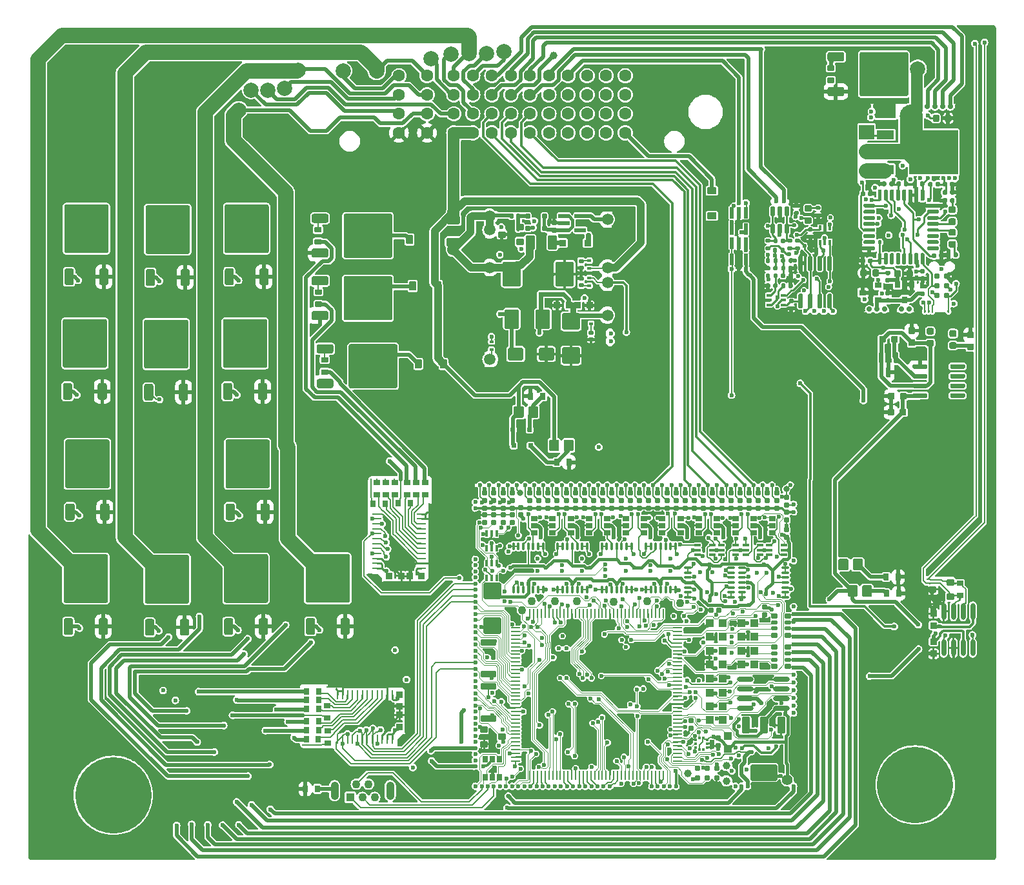
<source format=gtl>
G75*
G70*
%OFA0B0*%
%FSLAX25Y25*%
%IPPOS*%
%LPD*%
%AMOC8*
5,1,8,0,0,1.08239X$1,22.5*
%
%AMM1*
21,1,0.074800,0.083460,0.000000,0.000000,0.000000*
21,1,0.059840,0.098430,0.000000,0.000000,0.000000*
1,1,0.014960,0.029920,-0.041730*
1,1,0.014960,-0.029920,-0.041730*
1,1,0.014960,-0.029920,0.041730*
1,1,0.014960,0.029920,0.041730*
%
%AMM10*
21,1,0.015750,0.016540,0.000000,0.000000,270.000000*
21,1,0.012600,0.019680,0.000000,0.000000,270.000000*
1,1,0.003150,-0.008270,-0.006300*
1,1,0.003150,-0.008270,0.006300*
1,1,0.003150,0.008270,0.006300*
1,1,0.003150,0.008270,-0.006300*
%
%AMM11*
21,1,0.023620,0.018900,0.000000,0.000000,90.000000*
21,1,0.018900,0.023620,0.000000,0.000000,90.000000*
1,1,0.004720,0.009450,0.009450*
1,1,0.004720,0.009450,-0.009450*
1,1,0.004720,-0.009450,-0.009450*
1,1,0.004720,-0.009450,0.009450*
%
%AMM117*
21,1,0.021650,0.052760,0.000000,-0.000000,180.000000*
21,1,0.017320,0.057090,0.000000,-0.000000,180.000000*
1,1,0.004330,-0.008660,0.026380*
1,1,0.004330,0.008660,0.026380*
1,1,0.004330,0.008660,-0.026380*
1,1,0.004330,-0.008660,-0.026380*
%
%AMM12*
21,1,0.019680,0.019680,0.000000,0.000000,0.000000*
21,1,0.015750,0.023620,0.000000,0.000000,0.000000*
1,1,0.003940,0.007870,-0.009840*
1,1,0.003940,-0.007870,-0.009840*
1,1,0.003940,-0.007870,0.009840*
1,1,0.003940,0.007870,0.009840*
%
%AMM13*
21,1,0.019680,0.019680,0.000000,0.000000,270.000000*
21,1,0.015750,0.023620,0.000000,0.000000,270.000000*
1,1,0.003940,-0.009840,-0.007870*
1,1,0.003940,-0.009840,0.007870*
1,1,0.003940,0.009840,0.007870*
1,1,0.003940,0.009840,-0.007870*
%
%AMM134*
21,1,0.033470,0.026770,-0.000000,-0.000000,180.000000*
21,1,0.026770,0.033470,-0.000000,-0.000000,180.000000*
1,1,0.006690,-0.013390,0.013390*
1,1,0.006690,0.013390,0.013390*
1,1,0.006690,0.013390,-0.013390*
1,1,0.006690,-0.013390,-0.013390*
%
%AMM135*
21,1,0.027560,0.030710,-0.000000,-0.000000,180.000000*
21,1,0.022050,0.036220,-0.000000,-0.000000,180.000000*
1,1,0.005510,-0.011020,0.015350*
1,1,0.005510,0.011020,0.015350*
1,1,0.005510,0.011020,-0.015350*
1,1,0.005510,-0.011020,-0.015350*
%
%AMM136*
21,1,0.027560,0.030710,-0.000000,-0.000000,90.000000*
21,1,0.022050,0.036220,-0.000000,-0.000000,90.000000*
1,1,0.005510,0.015350,0.011020*
1,1,0.005510,0.015350,-0.011020*
1,1,0.005510,-0.015350,-0.011020*
1,1,0.005510,-0.015350,0.011020*
%
%AMM137*
21,1,0.015750,0.009840,-0.000000,-0.000000,225.000000*
1,1,0.009840,0.005570,0.005570*
1,1,0.009840,-0.005570,-0.005570*
%
%AMM141*
21,1,0.033470,0.026770,0.000000,-0.000000,270.000000*
21,1,0.026770,0.033470,0.000000,-0.000000,270.000000*
1,1,0.006690,-0.013390,-0.013390*
1,1,0.006690,-0.013390,0.013390*
1,1,0.006690,0.013390,0.013390*
1,1,0.006690,0.013390,-0.013390*
%
%AMM142*
21,1,0.027560,0.030710,0.000000,-0.000000,270.000000*
21,1,0.022050,0.036220,0.000000,-0.000000,270.000000*
1,1,0.005510,-0.015350,-0.011020*
1,1,0.005510,-0.015350,0.011020*
1,1,0.005510,0.015350,0.011020*
1,1,0.005510,0.015350,-0.011020*
%
%AMM143*
21,1,0.027560,0.030710,0.000000,-0.000000,180.000000*
21,1,0.022050,0.036220,0.000000,-0.000000,180.000000*
1,1,0.005510,-0.011020,0.015350*
1,1,0.005510,0.011020,0.015350*
1,1,0.005510,0.011020,-0.015350*
1,1,0.005510,-0.011020,-0.015350*
%
%AMM144*
21,1,0.015750,0.009840,0.000000,-0.000000,315.000000*
1,1,0.009840,-0.005570,0.005570*
1,1,0.009840,0.005570,-0.005570*
%
%AMM156*
21,1,0.035430,0.030320,0.000000,-0.000000,90.000000*
21,1,0.028350,0.037400,0.000000,-0.000000,90.000000*
1,1,0.007090,0.015160,0.014170*
1,1,0.007090,0.015160,-0.014170*
1,1,0.007090,-0.015160,-0.014170*
1,1,0.007090,-0.015160,0.014170*
%
%AMM157*
21,1,0.027560,0.030710,0.000000,-0.000000,90.000000*
21,1,0.022050,0.036220,0.000000,-0.000000,90.000000*
1,1,0.005510,0.015350,0.011020*
1,1,0.005510,0.015350,-0.011020*
1,1,0.005510,-0.015350,-0.011020*
1,1,0.005510,-0.015350,0.011020*
%
%AMM2*
21,1,0.086610,0.073230,0.000000,0.000000,270.000000*
21,1,0.069290,0.090550,0.000000,0.000000,270.000000*
1,1,0.017320,-0.036610,-0.034650*
1,1,0.017320,-0.036610,0.034650*
1,1,0.017320,0.036610,0.034650*
1,1,0.017320,0.036610,-0.034650*
%
%AMM214*
21,1,0.035430,0.030320,-0.000000,-0.000000,270.000000*
21,1,0.028350,0.037400,-0.000000,-0.000000,270.000000*
1,1,0.007090,-0.015160,-0.014170*
1,1,0.007090,-0.015160,0.014170*
1,1,0.007090,0.015160,0.014170*
1,1,0.007090,0.015160,-0.014170*
%
%AMM215*
21,1,0.043310,0.075980,-0.000000,-0.000000,180.000000*
21,1,0.034650,0.084650,-0.000000,-0.000000,180.000000*
1,1,0.008660,-0.017320,0.037990*
1,1,0.008660,0.017320,0.037990*
1,1,0.008660,0.017320,-0.037990*
1,1,0.008660,-0.017320,-0.037990*
%
%AMM216*
21,1,0.043310,0.075990,-0.000000,-0.000000,180.000000*
21,1,0.034650,0.084650,-0.000000,-0.000000,180.000000*
1,1,0.008660,-0.017320,0.037990*
1,1,0.008660,0.017320,0.037990*
1,1,0.008660,0.017320,-0.037990*
1,1,0.008660,-0.017320,-0.037990*
%
%AMM217*
21,1,0.137800,0.067720,-0.000000,-0.000000,180.000000*
21,1,0.120870,0.084650,-0.000000,-0.000000,180.000000*
1,1,0.016930,-0.060430,0.033860*
1,1,0.016930,0.060430,0.033860*
1,1,0.016930,0.060430,-0.033860*
1,1,0.016930,-0.060430,-0.033860*
%
%AMM218*
21,1,0.039370,0.035430,-0.000000,-0.000000,180.000000*
21,1,0.031500,0.043310,-0.000000,-0.000000,180.000000*
1,1,0.007870,-0.015750,0.017720*
1,1,0.007870,0.015750,0.017720*
1,1,0.007870,0.015750,-0.017720*
1,1,0.007870,-0.015750,-0.017720*
%
%AMM219*
21,1,0.023620,0.030710,-0.000000,-0.000000,0.000000*
21,1,0.018900,0.035430,-0.000000,-0.000000,0.000000*
1,1,0.004720,0.009450,-0.015350*
1,1,0.004720,-0.009450,-0.015350*
1,1,0.004720,-0.009450,0.015350*
1,1,0.004720,0.009450,0.015350*
%
%AMM220*
21,1,0.027560,0.018900,-0.000000,-0.000000,0.000000*
21,1,0.022840,0.023620,-0.000000,-0.000000,0.000000*
1,1,0.004720,0.011420,-0.009450*
1,1,0.004720,-0.011420,-0.009450*
1,1,0.004720,-0.011420,0.009450*
1,1,0.004720,0.011420,0.009450*
%
%AMM221*
21,1,0.023620,0.030710,-0.000000,-0.000000,90.000000*
21,1,0.018900,0.035430,-0.000000,-0.000000,90.000000*
1,1,0.004720,0.015350,0.009450*
1,1,0.004720,0.015350,-0.009450*
1,1,0.004720,-0.015350,-0.009450*
1,1,0.004720,-0.015350,0.009450*
%
%AMM222*
21,1,0.086610,0.073230,-0.000000,-0.000000,270.000000*
21,1,0.069290,0.090550,-0.000000,-0.000000,270.000000*
1,1,0.017320,-0.036610,-0.034650*
1,1,0.017320,-0.036610,0.034650*
1,1,0.017320,0.036610,0.034650*
1,1,0.017320,0.036610,-0.034650*
%
%AMM223*
21,1,0.025590,0.026380,-0.000000,-0.000000,270.000000*
21,1,0.020470,0.031500,-0.000000,-0.000000,270.000000*
1,1,0.005120,-0.013190,-0.010240*
1,1,0.005120,-0.013190,0.010240*
1,1,0.005120,0.013190,0.010240*
1,1,0.005120,0.013190,-0.010240*
%
%AMM224*
21,1,0.017720,0.027950,-0.000000,-0.000000,270.000000*
21,1,0.014170,0.031500,-0.000000,-0.000000,270.000000*
1,1,0.003540,-0.013980,-0.007090*
1,1,0.003540,-0.013980,0.007090*
1,1,0.003540,0.013980,0.007090*
1,1,0.003540,0.013980,-0.007090*
%
%AMM225*
21,1,0.031500,0.072440,-0.000000,-0.000000,270.000000*
21,1,0.025200,0.078740,-0.000000,-0.000000,270.000000*
1,1,0.006300,-0.036220,-0.012600*
1,1,0.006300,-0.036220,0.012600*
1,1,0.006300,0.036220,0.012600*
1,1,0.006300,0.036220,-0.012600*
%
%AMM226*
21,1,0.012600,0.028980,-0.000000,-0.000000,270.000000*
21,1,0.010080,0.031500,-0.000000,-0.000000,270.000000*
1,1,0.002520,-0.014490,-0.005040*
1,1,0.002520,-0.014490,0.005040*
1,1,0.002520,0.014490,0.005040*
1,1,0.002520,0.014490,-0.005040*
%
%AMM227*
21,1,0.012600,0.028980,-0.000000,-0.000000,0.000000*
21,1,0.010080,0.031500,-0.000000,-0.000000,0.000000*
1,1,0.002520,0.005040,-0.014490*
1,1,0.002520,-0.005040,-0.014490*
1,1,0.002520,-0.005040,0.014490*
1,1,0.002520,0.005040,0.014490*
%
%AMM228*
21,1,0.039370,0.035430,-0.000000,-0.000000,90.000000*
21,1,0.031500,0.043310,-0.000000,-0.000000,90.000000*
1,1,0.007870,0.017720,0.015750*
1,1,0.007870,0.017720,-0.015750*
1,1,0.007870,-0.017720,-0.015750*
1,1,0.007870,-0.017720,0.015750*
%
%AMM229*
21,1,0.027560,0.018900,-0.000000,-0.000000,270.000000*
21,1,0.022840,0.023620,-0.000000,-0.000000,270.000000*
1,1,0.004720,-0.009450,-0.011420*
1,1,0.004720,-0.009450,0.011420*
1,1,0.004720,0.009450,0.011420*
1,1,0.004720,0.009450,-0.011420*
%
%AMM3*
21,1,0.078740,0.053540,0.000000,0.000000,180.000000*
21,1,0.065350,0.066930,0.000000,0.000000,180.000000*
1,1,0.013390,-0.032680,0.026770*
1,1,0.013390,0.032680,0.026770*
1,1,0.013390,0.032680,-0.026770*
1,1,0.013390,-0.032680,-0.026770*
%
%AMM4*
21,1,0.035430,0.030320,0.000000,0.000000,90.000000*
21,1,0.028350,0.037400,0.000000,0.000000,90.000000*
1,1,0.007090,0.015160,0.014170*
1,1,0.007090,0.015160,-0.014170*
1,1,0.007090,-0.015160,-0.014170*
1,1,0.007090,-0.015160,0.014170*
%
%AMM5*
21,1,0.021650,0.052760,0.000000,0.000000,270.000000*
21,1,0.017320,0.057090,0.000000,0.000000,270.000000*
1,1,0.004330,-0.026380,-0.008660*
1,1,0.004330,-0.026380,0.008660*
1,1,0.004330,0.026380,0.008660*
1,1,0.004330,0.026380,-0.008660*
%
%AMM6*
21,1,0.035830,0.026770,0.000000,0.000000,0.000000*
21,1,0.029130,0.033470,0.000000,0.000000,0.000000*
1,1,0.006690,0.014570,-0.013390*
1,1,0.006690,-0.014570,-0.013390*
1,1,0.006690,-0.014570,0.013390*
1,1,0.006690,0.014570,0.013390*
%
%AMM7*
21,1,0.094490,0.111020,0.000000,0.000000,0.000000*
21,1,0.075590,0.129920,0.000000,0.000000,0.000000*
1,1,0.018900,0.037800,-0.055510*
1,1,0.018900,-0.037800,-0.055510*
1,1,0.018900,-0.037800,0.055510*
1,1,0.018900,0.037800,0.055510*
%
%AMM8*
21,1,0.070870,0.036220,0.000000,0.000000,90.000000*
21,1,0.061810,0.045280,0.000000,0.000000,90.000000*
1,1,0.009060,0.018110,0.030910*
1,1,0.009060,0.018110,-0.030910*
1,1,0.009060,-0.018110,-0.030910*
1,1,0.009060,-0.018110,0.030910*
%
%AMM9*
21,1,0.033470,0.026770,0.000000,0.000000,0.000000*
21,1,0.026770,0.033470,0.000000,0.000000,0.000000*
1,1,0.006690,0.013390,-0.013390*
1,1,0.006690,-0.013390,-0.013390*
1,1,0.006690,-0.013390,0.013390*
1,1,0.006690,0.013390,0.013390*
%
%ADD10O,0.40157X0.00984*%
%ADD11O,0.00984X0.22835*%
%ADD114C,0.00984*%
%ADD12O,0.01575X0.00787*%
%ADD129R,0.02559X0.01575*%
%ADD13C,0.02362*%
%ADD135R,0.01575X0.02559*%
%ADD139C,0.01850*%
%ADD14R,0.24350X0.00984*%
%ADD140O,0.04961X0.00984*%
%ADD144O,0.00984X0.40158*%
%ADD149R,0.03543X0.03150*%
%ADD15R,0.04390X0.00984*%
%ADD151C,0.05118*%
%ADD153R,0.03150X0.03543*%
%ADD16R,0.00984X0.56201*%
%ADD161C,0.03100*%
%ADD164C,0.03900*%
%ADD17R,0.00984X0.59449*%
%ADD171O,0.08661X0.02362*%
%ADD173O,0.01968X0.00984*%
%ADD174O,0.00984X0.01968*%
%ADD18R,0.20374X0.00984*%
%ADD184O,0.00866X0.05118*%
%ADD185O,0.05118X0.00866*%
%ADD19R,0.04331X0.04331*%
%ADD197O,0.01181X0.04331*%
%ADD198O,0.04331X0.01181*%
%ADD20C,0.04331*%
%ADD201R,0.01476X0.01378*%
%ADD202R,0.01378X0.01476*%
%ADD205C,0.00492*%
%ADD206C,0.05512*%
%ADD21O,0.04331X0.09449*%
%ADD22O,0.04823X0.00787*%
%ADD23O,0.00787X0.36614*%
%ADD24C,0.06299*%
%ADD25O,0.00984X0.40157*%
%ADD26O,0.22835X0.00984*%
%ADD27O,0.00787X0.01575*%
%ADD28R,0.00787X0.09055*%
%ADD286M117*%
%ADD29R,0.00787X0.21260*%
%ADD296O,0.00984X0.04961*%
%ADD30R,0.00787X0.33858*%
%ADD301O,0.40158X0.00984*%
%ADD307M134*%
%ADD308M135*%
%ADD309M136*%
%ADD31R,0.00787X0.19685*%
%ADD310M137*%
%ADD314M141*%
%ADD315M142*%
%ADD316M143*%
%ADD317M144*%
%ADD32R,0.05512X0.00787*%
%ADD321R,0.08661X0.04724*%
%ADD322R,0.25197X0.22835*%
%ADD323R,0.07874X0.07500*%
%ADD324O,0.07874X0.07500*%
%ADD329O,0.02362X0.08661*%
%ADD33R,0.19685X0.00787*%
%ADD338M156*%
%ADD339M157*%
%ADD34R,0.26772X0.00787*%
%ADD35R,0.17717X0.00787*%
%ADD36R,0.00787X0.06299*%
%ADD37R,0.00787X0.22441*%
%ADD38R,0.00787X0.07874*%
%ADD39C,0.02756*%
%ADD40C,0.11811*%
%ADD41R,0.11811X0.00984*%
%ADD412M214*%
%ADD413M215*%
%ADD414M216*%
%ADD415M217*%
%ADD416M218*%
%ADD417M219*%
%ADD418M220*%
%ADD419M221*%
%ADD42R,0.04331X0.00984*%
%ADD420M222*%
%ADD421M223*%
%ADD422M224*%
%ADD423M225*%
%ADD424M226*%
%ADD425M227*%
%ADD426M228*%
%ADD427M229*%
%ADD43R,0.03858X0.00984*%
%ADD44R,0.05709X0.00984*%
%ADD45R,0.00984X1.08661*%
%ADD46R,0.07677X0.00984*%
%ADD47R,0.03740X0.00984*%
%ADD48C,0.05906*%
%ADD49O,0.00787X0.12992*%
%ADD50O,0.00787X0.40157*%
%ADD51O,0.00787X0.01181*%
%ADD52O,0.66929X0.00787*%
%ADD53O,0.60630X0.00787*%
%ADD54O,0.00787X0.18898*%
%ADD55O,0.00787X0.10236*%
%ADD56O,0.00787X0.03937*%
%ADD57O,0.00787X0.05906*%
%ADD58C,0.06000*%
%ADD59O,0.22323X0.00787*%
%ADD60O,0.00787X0.43701*%
%ADD61O,0.01575X0.38583*%
%ADD62O,0.00984X0.01969*%
%ADD63O,0.26772X0.00787*%
%ADD64O,0.01969X0.00984*%
%ADD65C,0.39370*%
%ADD66C,0.07874*%
%ADD67C,0.03937*%
%ADD68C,0.01969*%
%ADD69C,0.00787*%
%ADD70C,0.01181*%
%ADD78C,0.00800*%
%ADD82C,0.01968*%
%ADD83C,0.01575*%
%ADD84M1*%
%ADD85M2*%
%ADD86M3*%
%ADD87M4*%
%ADD88M5*%
%ADD89M6*%
%ADD90M7*%
%ADD91M8*%
%ADD92M9*%
%ADD93M10*%
%ADD94M11*%
%ADD95M12*%
%ADD96M13*%
%ADD97O,0.00787X0.40158*%
%ADD98C,0.03150*%
X0000000Y0000000D02*
%LPD*%
G01*
G36*
G01*
X0023655Y0239854D02*
X0020899Y0239854D01*
G75*
G02*
X0019914Y0240839I0000000J0000984D01*
G01*
X0019914Y0247531D01*
G75*
G02*
X0020899Y0248516I0000984J0000000D01*
G01*
X0023655Y0248516D01*
G75*
G02*
X0024639Y0247531I0000000J-000984D01*
G01*
X0024639Y0240839D01*
G75*
G02*
X0023655Y0239854I-000984J0000000D01*
G01*
G37*
G36*
G01*
X0029678Y0256390D02*
X0020820Y0256390D01*
G75*
G02*
X0019836Y0257374I0000000J0000984D01*
G01*
X0019836Y0267413D01*
G75*
G02*
X0020820Y0268398I0000984J0000000D01*
G01*
X0029678Y0268398D01*
G75*
G02*
X0030663Y0267413I0000000J-000984D01*
G01*
X0030663Y0257374D01*
G75*
G02*
X0029678Y0256390I-000984J0000000D01*
G01*
G37*
G36*
G01*
X0041686Y0256390D02*
X0032828Y0256390D01*
G75*
G02*
X0031844Y0257374I0000000J0000984D01*
G01*
X0031844Y0267413D01*
G75*
G02*
X0032828Y0268398I0000984J0000000D01*
G01*
X0041686Y0268398D01*
G75*
G02*
X0042670Y0267413I0000000J-000984D01*
G01*
X0042670Y0257374D01*
G75*
G02*
X0041686Y0256390I-000984J0000000D01*
G01*
G37*
G36*
G01*
X0041686Y0256390D02*
X0020820Y0256390D01*
G75*
G02*
X0019836Y0257374I0000000J0000984D01*
G01*
X0019836Y0280602D01*
G75*
G02*
X0020820Y0281587I0000984J0000000D01*
G01*
X0041686Y0281587D01*
G75*
G02*
X0042670Y0280602I0000000J-000984D01*
G01*
X0042670Y0257374D01*
G75*
G02*
X0041686Y0256390I-000984J0000000D01*
G01*
G37*
G36*
G01*
X0029678Y0269579D02*
X0020820Y0269579D01*
G75*
G02*
X0019836Y0270563I0000000J0000984D01*
G01*
X0019836Y0280602D01*
G75*
G02*
X0020820Y0281587I0000984J0000000D01*
G01*
X0029678Y0281587D01*
G75*
G02*
X0030663Y0280602I0000000J-000984D01*
G01*
X0030663Y0270563D01*
G75*
G02*
X0029678Y0269579I-000984J0000000D01*
G01*
G37*
G36*
G01*
X0041686Y0269579D02*
X0032828Y0269579D01*
G75*
G02*
X0031844Y0270563I0000000J0000984D01*
G01*
X0031844Y0280602D01*
G75*
G02*
X0032828Y0281587I0000984J0000000D01*
G01*
X0041686Y0281587D01*
G75*
G02*
X0042670Y0280602I0000000J-000984D01*
G01*
X0042670Y0270563D01*
G75*
G02*
X0041686Y0269579I-000984J0000000D01*
G01*
G37*
G36*
G01*
X0041607Y0239854D02*
X0038851Y0239854D01*
G75*
G02*
X0037867Y0240839I0000000J0000984D01*
G01*
X0037867Y0247531D01*
G75*
G02*
X0038851Y0248516I0000984J0000000D01*
G01*
X0041607Y0248516D01*
G75*
G02*
X0042592Y0247531I0000000J-000984D01*
G01*
X0042592Y0240839D01*
G75*
G02*
X0041607Y0239854I-000984J0000000D01*
G01*
G37*
G36*
G01*
X0066457Y0298701D02*
X0063701Y0298701D01*
G75*
G02*
X0062717Y0299685I0000000J0000984D01*
G01*
X0062717Y0306378D01*
G75*
G02*
X0063701Y0307362I0000984J0000000D01*
G01*
X0066457Y0307362D01*
G75*
G02*
X0067441Y0306378I0000000J-000984D01*
G01*
X0067441Y0299685D01*
G75*
G02*
X0066457Y0298701I-000984J0000000D01*
G01*
G37*
G36*
G01*
X0072480Y0315236D02*
X0063622Y0315236D01*
G75*
G02*
X0062638Y0316220I0000000J0000984D01*
G01*
X0062638Y0326260D01*
G75*
G02*
X0063622Y0327244I0000984J0000000D01*
G01*
X0072480Y0327244D01*
G75*
G02*
X0073465Y0326260I0000000J-000984D01*
G01*
X0073465Y0316220D01*
G75*
G02*
X0072480Y0315236I-000984J0000000D01*
G01*
G37*
G36*
G01*
X0084488Y0315236D02*
X0075630Y0315236D01*
G75*
G02*
X0074646Y0316220I0000000J0000984D01*
G01*
X0074646Y0326260D01*
G75*
G02*
X0075630Y0327244I0000984J0000000D01*
G01*
X0084488Y0327244D01*
G75*
G02*
X0085472Y0326260I0000000J-000984D01*
G01*
X0085472Y0316220D01*
G75*
G02*
X0084488Y0315236I-000984J0000000D01*
G01*
G37*
G36*
G01*
X0084488Y0315236D02*
X0063622Y0315236D01*
G75*
G02*
X0062638Y0316220I0000000J0000984D01*
G01*
X0062638Y0339449D01*
G75*
G02*
X0063622Y0340433I0000984J0000000D01*
G01*
X0084488Y0340433D01*
G75*
G02*
X0085472Y0339449I0000000J-000984D01*
G01*
X0085472Y0316220D01*
G75*
G02*
X0084488Y0315236I-000984J0000000D01*
G01*
G37*
G36*
G01*
X0072480Y0328425D02*
X0063622Y0328425D01*
G75*
G02*
X0062638Y0329409I0000000J0000984D01*
G01*
X0062638Y0339449D01*
G75*
G02*
X0063622Y0340433I0000984J0000000D01*
G01*
X0072480Y0340433D01*
G75*
G02*
X0073465Y0339449I0000000J-000984D01*
G01*
X0073465Y0329409D01*
G75*
G02*
X0072480Y0328425I-000984J0000000D01*
G01*
G37*
G36*
G01*
X0084488Y0328425D02*
X0075630Y0328425D01*
G75*
G02*
X0074646Y0329409I0000000J0000984D01*
G01*
X0074646Y0339449D01*
G75*
G02*
X0075630Y0340433I0000984J0000000D01*
G01*
X0084488Y0340433D01*
G75*
G02*
X0085472Y0339449I0000000J-000984D01*
G01*
X0085472Y0329409D01*
G75*
G02*
X0084488Y0328425I-000984J0000000D01*
G01*
G37*
G36*
G01*
X0084409Y0298701D02*
X0081654Y0298701D01*
G75*
G02*
X0080669Y0299685I0000000J0000984D01*
G01*
X0080669Y0306378D01*
G75*
G02*
X0081654Y0307362I0000984J0000000D01*
G01*
X0084409Y0307362D01*
G75*
G02*
X0085394Y0306378I0000000J-000984D01*
G01*
X0085394Y0299685D01*
G75*
G02*
X0084409Y0298701I-000984J0000000D01*
G01*
G37*
G36*
G01*
X0024134Y0118346D02*
X0021378Y0118346D01*
G75*
G02*
X0020394Y0119331I0000000J0000984D01*
G01*
X0020394Y0126024D01*
G75*
G02*
X0021378Y0127008I0000984J0000000D01*
G01*
X0024134Y0127008D01*
G75*
G02*
X0025118Y0126024I0000000J-000984D01*
G01*
X0025118Y0119331D01*
G75*
G02*
X0024134Y0118346I-000984J0000000D01*
G01*
G37*
G36*
G01*
X0030157Y0134882D02*
X0021299Y0134882D01*
G75*
G02*
X0020315Y0135866I0000000J0000984D01*
G01*
X0020315Y0145906D01*
G75*
G02*
X0021299Y0146890I0000984J0000000D01*
G01*
X0030157Y0146890D01*
G75*
G02*
X0031142Y0145906I0000000J-000984D01*
G01*
X0031142Y0135866D01*
G75*
G02*
X0030157Y0134882I-000984J0000000D01*
G01*
G37*
G36*
G01*
X0042165Y0134882D02*
X0033307Y0134882D01*
G75*
G02*
X0032323Y0135866I0000000J0000984D01*
G01*
X0032323Y0145906D01*
G75*
G02*
X0033307Y0146890I0000984J0000000D01*
G01*
X0042165Y0146890D01*
G75*
G02*
X0043150Y0145906I0000000J-000984D01*
G01*
X0043150Y0135866D01*
G75*
G02*
X0042165Y0134882I-000984J0000000D01*
G01*
G37*
G36*
G01*
X0042165Y0134882D02*
X0021299Y0134882D01*
G75*
G02*
X0020315Y0135866I0000000J0000984D01*
G01*
X0020315Y0159094D01*
G75*
G02*
X0021299Y0160079I0000984J0000000D01*
G01*
X0042165Y0160079D01*
G75*
G02*
X0043150Y0159094I0000000J-000984D01*
G01*
X0043150Y0135866D01*
G75*
G02*
X0042165Y0134882I-000984J0000000D01*
G01*
G37*
G36*
G01*
X0030157Y0148071D02*
X0021299Y0148071D01*
G75*
G02*
X0020315Y0149055I0000000J0000984D01*
G01*
X0020315Y0159094D01*
G75*
G02*
X0021299Y0160079I0000984J0000000D01*
G01*
X0030157Y0160079D01*
G75*
G02*
X0031142Y0159094I0000000J-000984D01*
G01*
X0031142Y0149055D01*
G75*
G02*
X0030157Y0148071I-000984J0000000D01*
G01*
G37*
G36*
G01*
X0042165Y0148071D02*
X0033307Y0148071D01*
G75*
G02*
X0032323Y0149055I0000000J0000984D01*
G01*
X0032323Y0159094D01*
G75*
G02*
X0033307Y0160079I0000984J0000000D01*
G01*
X0042165Y0160079D01*
G75*
G02*
X0043150Y0159094I0000000J-000984D01*
G01*
X0043150Y0149055D01*
G75*
G02*
X0042165Y0148071I-000984J0000000D01*
G01*
G37*
G36*
G01*
X0042087Y0118346D02*
X0039331Y0118346D01*
G75*
G02*
X0038346Y0119331I0000000J0000984D01*
G01*
X0038346Y0126024D01*
G75*
G02*
X0039331Y0127008I0000984J0000000D01*
G01*
X0042087Y0127008D01*
G75*
G02*
X0043071Y0126024I0000000J-000984D01*
G01*
X0043071Y0119331D01*
G75*
G02*
X0042087Y0118346I-000984J0000000D01*
G01*
G37*
G36*
G01*
X0024488Y0299094D02*
X0021732Y0299094D01*
G75*
G02*
X0020748Y0300079I0000000J0000984D01*
G01*
X0020748Y0306772D01*
G75*
G02*
X0021732Y0307756I0000984J0000000D01*
G01*
X0024488Y0307756D01*
G75*
G02*
X0025472Y0306772I0000000J-000984D01*
G01*
X0025472Y0300079D01*
G75*
G02*
X0024488Y0299094I-000984J0000000D01*
G01*
G37*
G36*
G01*
X0030512Y0315630D02*
X0021654Y0315630D01*
G75*
G02*
X0020669Y0316614I0000000J0000984D01*
G01*
X0020669Y0326654D01*
G75*
G02*
X0021654Y0327638I0000984J0000000D01*
G01*
X0030512Y0327638D01*
G75*
G02*
X0031496Y0326654I0000000J-000984D01*
G01*
X0031496Y0316614D01*
G75*
G02*
X0030512Y0315630I-000984J0000000D01*
G01*
G37*
G36*
G01*
X0042520Y0315630D02*
X0033661Y0315630D01*
G75*
G02*
X0032677Y0316614I0000000J0000984D01*
G01*
X0032677Y0326654D01*
G75*
G02*
X0033661Y0327638I0000984J0000000D01*
G01*
X0042520Y0327638D01*
G75*
G02*
X0043504Y0326654I0000000J-000984D01*
G01*
X0043504Y0316614D01*
G75*
G02*
X0042520Y0315630I-000984J0000000D01*
G01*
G37*
G36*
G01*
X0042520Y0315630D02*
X0021654Y0315630D01*
G75*
G02*
X0020669Y0316614I0000000J0000984D01*
G01*
X0020669Y0339843D01*
G75*
G02*
X0021654Y0340827I0000984J0000000D01*
G01*
X0042520Y0340827D01*
G75*
G02*
X0043504Y0339843I0000000J-000984D01*
G01*
X0043504Y0316614D01*
G75*
G02*
X0042520Y0315630I-000984J0000000D01*
G01*
G37*
G36*
G01*
X0030512Y0328819D02*
X0021654Y0328819D01*
G75*
G02*
X0020669Y0329803I0000000J0000984D01*
G01*
X0020669Y0339843D01*
G75*
G02*
X0021654Y0340827I0000984J0000000D01*
G01*
X0030512Y0340827D01*
G75*
G02*
X0031496Y0339843I0000000J-000984D01*
G01*
X0031496Y0329803D01*
G75*
G02*
X0030512Y0328819I-000984J0000000D01*
G01*
G37*
G36*
G01*
X0042520Y0328819D02*
X0033661Y0328819D01*
G75*
G02*
X0032677Y0329803I0000000J0000984D01*
G01*
X0032677Y0339843D01*
G75*
G02*
X0033661Y0340827I0000984J0000000D01*
G01*
X0042520Y0340827D01*
G75*
G02*
X0043504Y0339843I0000000J-000984D01*
G01*
X0043504Y0329803D01*
G75*
G02*
X0042520Y0328819I-000984J0000000D01*
G01*
G37*
G36*
G01*
X0042441Y0299094D02*
X0039685Y0299094D01*
G75*
G02*
X0038701Y0300079I0000000J0000984D01*
G01*
X0038701Y0306772D01*
G75*
G02*
X0039685Y0307756I0000984J0000000D01*
G01*
X0042441Y0307756D01*
G75*
G02*
X0043425Y0306772I0000000J-000984D01*
G01*
X0043425Y0300079D01*
G75*
G02*
X0042441Y0299094I-000984J0000000D01*
G01*
G37*
G36*
G01*
X0269185Y0243171D02*
X0269185Y0240101D01*
G75*
G02*
X0268909Y0239825I-000276J0000000D01*
G01*
X0266705Y0239825D01*
G75*
G02*
X0266429Y0240101I0000000J0000276D01*
G01*
X0266429Y0243171D01*
G75*
G02*
X0266705Y0243447I0000276J0000000D01*
G01*
X0268909Y0243447D01*
G75*
G02*
X0269185Y0243171I0000000J-000276D01*
G01*
G37*
G36*
G01*
X0262886Y0243171D02*
X0262886Y0240101D01*
G75*
G02*
X0262610Y0239825I-000276J0000000D01*
G01*
X0260406Y0239825D01*
G75*
G02*
X0260130Y0240101I0000000J0000276D01*
G01*
X0260130Y0243171D01*
G75*
G02*
X0260406Y0243447I0000276J0000000D01*
G01*
X0262610Y0243447D01*
G75*
G02*
X0262886Y0243171I0000000J-000276D01*
G01*
G37*
G36*
G01*
X0257914Y0235939D02*
X0257914Y0231057D01*
G75*
G02*
X0257402Y0230545I-000512J0000000D01*
G01*
X0253307Y0230545D01*
G75*
G02*
X0252796Y0231057I0000000J0000512D01*
G01*
X0252796Y0235939D01*
G75*
G02*
X0253307Y0236451I0000512J0000000D01*
G01*
X0257402Y0236451D01*
G75*
G02*
X0257914Y0235939I0000000J-000512D01*
G01*
G37*
G36*
G01*
X0265394Y0235939D02*
X0265394Y0231057D01*
G75*
G02*
X0264882Y0230545I-000512J0000000D01*
G01*
X0260788Y0230545D01*
G75*
G02*
X0260276Y0231057I0000000J0000512D01*
G01*
X0260276Y0235939D01*
G75*
G02*
X0260788Y0236451I0000512J0000000D01*
G01*
X0264882Y0236451D01*
G75*
G02*
X0265394Y0235939I0000000J-000512D01*
G01*
G37*
G36*
G01*
X0273606Y0206025D02*
X0273606Y0209096D01*
G75*
G02*
X0273882Y0209372I0000276J0000000D01*
G01*
X0276087Y0209372D01*
G75*
G02*
X0276362Y0209096I0000000J-000276D01*
G01*
X0276362Y0206025D01*
G75*
G02*
X0276087Y0205750I-000276J0000000D01*
G01*
X0273882Y0205750D01*
G75*
G02*
X0273606Y0206025I0000000J0000276D01*
G01*
G37*
G36*
G01*
X0279906Y0206025D02*
X0279906Y0209096D01*
G75*
G02*
X0280181Y0209372I0000276J0000000D01*
G01*
X0282386Y0209372D01*
G75*
G02*
X0282661Y0209096I0000000J-000276D01*
G01*
X0282661Y0206025D01*
G75*
G02*
X0282386Y0205750I-000276J0000000D01*
G01*
X0280181Y0205750D01*
G75*
G02*
X0279906Y0206025I0000000J0000276D01*
G01*
G37*
D10*
X0176177Y0091303D03*
G36*
G01*
X0195351Y0091617D02*
X0195351Y0091617D01*
G75*
G02*
X0196047Y0091617I0000348J-000348D01*
G01*
X0197161Y0090504D01*
G75*
G02*
X0197161Y0089808I-000348J-000348D01*
G01*
X0197161Y0089808D01*
G75*
G02*
X0196465Y0089808I-000348J0000348D01*
G01*
X0195351Y0090921D01*
G75*
G02*
X0195351Y0091617I0000348J0000348D01*
G01*
G37*
D11*
X0196847Y0079049D03*
D12*
X0144191Y0061284D03*
X0144191Y0064276D03*
X0144191Y0068902D03*
X0144191Y0073528D03*
X0144191Y0076834D03*
X0144191Y0079787D03*
X0144191Y0084413D03*
X0144191Y0089039D03*
D13*
X0183953Y0069197D03*
X0182280Y0061972D03*
X0180114Y0070043D03*
X0176669Y0069197D03*
X0173323Y0068902D03*
X0172043Y0061972D03*
X0166925Y0067130D03*
X0164366Y0061972D03*
X0192614Y0085299D03*
X0191433Y0069256D03*
G36*
G01*
X0213693Y0324760D02*
X0213693Y0320744D01*
G75*
G02*
X0213339Y0320390I-000354J0000000D01*
G01*
X0210504Y0320390D01*
G75*
G02*
X0210150Y0320744I0000000J0000354D01*
G01*
X0210150Y0324760D01*
G75*
G02*
X0210504Y0325114I0000354J0000000D01*
G01*
X0213339Y0325114D01*
G75*
G02*
X0213693Y0324760I0000000J-000354D01*
G01*
G37*
G36*
G01*
X0200701Y0324760D02*
X0200701Y0320744D01*
G75*
G02*
X0200346Y0320390I-000354J0000000D01*
G01*
X0197512Y0320390D01*
G75*
G02*
X0197157Y0320744I0000000J0000354D01*
G01*
X0197157Y0324760D01*
G75*
G02*
X0197512Y0325114I0000354J0000000D01*
G01*
X0200346Y0325114D01*
G75*
G02*
X0200701Y0324760I0000000J-000354D01*
G01*
G37*
G36*
G01*
X0451220Y0272480D02*
X0451220Y0269803D01*
G75*
G02*
X0450886Y0269468I-000335J0000000D01*
G01*
X0448209Y0269468D01*
G75*
G02*
X0447874Y0269803I0000000J0000335D01*
G01*
X0447874Y0272480D01*
G75*
G02*
X0448209Y0272815I0000335J0000000D01*
G01*
X0450886Y0272815D01*
G75*
G02*
X0451220Y0272480I0000000J-000335D01*
G01*
G37*
G36*
G01*
X0445000Y0272480D02*
X0445000Y0269803D01*
G75*
G02*
X0444665Y0269468I-000335J0000000D01*
G01*
X0441988Y0269468D01*
G75*
G02*
X0441654Y0269803I0000000J0000335D01*
G01*
X0441654Y0272480D01*
G75*
G02*
X0441988Y0272815I0000335J0000000D01*
G01*
X0444665Y0272815D01*
G75*
G02*
X0445000Y0272480I0000000J-000335D01*
G01*
G37*
X0408231Y0285629D03*
X0403507Y0285629D03*
X0412956Y0285629D03*
X0417680Y0285629D03*
D14*
X0407178Y0343306D03*
D15*
X0383359Y0343306D03*
D16*
X0418861Y0315698D03*
D17*
X0381657Y0314074D03*
D18*
X0391352Y0284842D03*
D13*
X0392247Y0342420D03*
X0388310Y0342420D03*
G36*
G01*
X0148370Y0332240D02*
X0148370Y0334996D01*
G75*
G02*
X0149354Y0335980I0000984J0000000D01*
G01*
X0156047Y0335980D01*
G75*
G02*
X0157031Y0334996I0000000J-000984D01*
G01*
X0157031Y0332240D01*
G75*
G02*
X0156047Y0331256I-000984J0000000D01*
G01*
X0149354Y0331256D01*
G75*
G02*
X0148370Y0332240I0000000J0000984D01*
G01*
G37*
G36*
G01*
X0164906Y0326217D02*
X0164906Y0335075D01*
G75*
G02*
X0165890Y0336059I0000984J0000000D01*
G01*
X0175929Y0336059D01*
G75*
G02*
X0176913Y0335075I0000000J-000984D01*
G01*
X0176913Y0326217D01*
G75*
G02*
X0175929Y0325232I-000984J0000000D01*
G01*
X0165890Y0325232D01*
G75*
G02*
X0164906Y0326217I0000000J0000984D01*
G01*
G37*
G36*
G01*
X0164906Y0314209D02*
X0164906Y0323067D01*
G75*
G02*
X0165890Y0324051I0000984J0000000D01*
G01*
X0175929Y0324051D01*
G75*
G02*
X0176913Y0323067I0000000J-000984D01*
G01*
X0176913Y0314209D01*
G75*
G02*
X0175929Y0313224I-000984J0000000D01*
G01*
X0165890Y0313224D01*
G75*
G02*
X0164906Y0314209I0000000J0000984D01*
G01*
G37*
G36*
G01*
X0164906Y0314209D02*
X0164906Y0335075D01*
G75*
G02*
X0165890Y0336059I0000984J0000000D01*
G01*
X0189118Y0336059D01*
G75*
G02*
X0190102Y0335075I0000000J-000984D01*
G01*
X0190102Y0314209D01*
G75*
G02*
X0189118Y0313224I-000984J0000000D01*
G01*
X0165890Y0313224D01*
G75*
G02*
X0164906Y0314209I0000000J0000984D01*
G01*
G37*
G36*
G01*
X0178094Y0326217D02*
X0178094Y0335075D01*
G75*
G02*
X0179079Y0336059I0000984J0000000D01*
G01*
X0189118Y0336059D01*
G75*
G02*
X0190102Y0335075I0000000J-000984D01*
G01*
X0190102Y0326217D01*
G75*
G02*
X0189118Y0325232I-000984J0000000D01*
G01*
X0179079Y0325232D01*
G75*
G02*
X0178094Y0326217I0000000J0000984D01*
G01*
G37*
G36*
G01*
X0178094Y0314209D02*
X0178094Y0323067D01*
G75*
G02*
X0179079Y0324051I0000984J0000000D01*
G01*
X0189118Y0324051D01*
G75*
G02*
X0190102Y0323067I0000000J-000984D01*
G01*
X0190102Y0314209D01*
G75*
G02*
X0189118Y0313224I-000984J0000000D01*
G01*
X0179079Y0313224D01*
G75*
G02*
X0178094Y0314209I0000000J0000984D01*
G01*
G37*
G36*
G01*
X0148370Y0314287D02*
X0148370Y0317043D01*
G75*
G02*
X0149354Y0318028I0000984J0000000D01*
G01*
X0156047Y0318028D01*
G75*
G02*
X0157031Y0317043I0000000J-000984D01*
G01*
X0157031Y0314287D01*
G75*
G02*
X0156047Y0313303I-000984J0000000D01*
G01*
X0149354Y0313303D01*
G75*
G02*
X0148370Y0314287I0000000J0000984D01*
G01*
G37*
G36*
G01*
X0430417Y0143461D02*
X0430417Y0138579D01*
G75*
G02*
X0429905Y0138067I-000512J0000000D01*
G01*
X0425811Y0138067D01*
G75*
G02*
X0425299Y0138579I0000000J0000512D01*
G01*
X0425299Y0143461D01*
G75*
G02*
X0425811Y0143972I0000512J0000000D01*
G01*
X0429905Y0143972D01*
G75*
G02*
X0430417Y0143461I0000000J-000512D01*
G01*
G37*
G36*
G01*
X0437897Y0143461D02*
X0437897Y0138579D01*
G75*
G02*
X0437385Y0138067I-000512J0000000D01*
G01*
X0433291Y0138067D01*
G75*
G02*
X0432779Y0138579I0000000J0000512D01*
G01*
X0432779Y0143461D01*
G75*
G02*
X0433291Y0143972I0000512J0000000D01*
G01*
X0437385Y0143972D01*
G75*
G02*
X0437897Y0143461I0000000J-000512D01*
G01*
G37*
G36*
G01*
X0150134Y0329146D02*
X0153204Y0329146D01*
G75*
G02*
X0153480Y0328870I0000000J-000276D01*
G01*
X0153480Y0326665D01*
G75*
G02*
X0153204Y0326390I-000276J0000000D01*
G01*
X0150134Y0326390D01*
G75*
G02*
X0149858Y0326665I0000000J0000276D01*
G01*
X0149858Y0328870D01*
G75*
G02*
X0150134Y0329146I0000276J0000000D01*
G01*
G37*
G36*
G01*
X0150134Y0322846D02*
X0153204Y0322846D01*
G75*
G02*
X0153480Y0322571I0000000J-000276D01*
G01*
X0153480Y0320366D01*
G75*
G02*
X0153204Y0320091I-000276J0000000D01*
G01*
X0150134Y0320091D01*
G75*
G02*
X0149858Y0320366I0000000J0000276D01*
G01*
X0149858Y0322571D01*
G75*
G02*
X0150134Y0322846I0000276J0000000D01*
G01*
G37*
G36*
G01*
X0153582Y0261894D02*
X0156653Y0261894D01*
G75*
G02*
X0156929Y0261618I0000000J-000276D01*
G01*
X0156929Y0259413D01*
G75*
G02*
X0156653Y0259138I-000276J0000000D01*
G01*
X0153582Y0259138D01*
G75*
G02*
X0153307Y0259413I0000000J0000276D01*
G01*
X0153307Y0261618D01*
G75*
G02*
X0153582Y0261894I0000276J0000000D01*
G01*
G37*
G36*
G01*
X0153582Y0255594D02*
X0156653Y0255594D01*
G75*
G02*
X0156929Y0255319I0000000J-000276D01*
G01*
X0156929Y0253114D01*
G75*
G02*
X0156653Y0252839I-000276J0000000D01*
G01*
X0153582Y0252839D01*
G75*
G02*
X0153307Y0253114I0000000J0000276D01*
G01*
X0153307Y0255319D01*
G75*
G02*
X0153582Y0255594I0000276J0000000D01*
G01*
G37*
G36*
G01*
X0150358Y0296937D02*
X0153429Y0296937D01*
G75*
G02*
X0153704Y0296661I0000000J-000276D01*
G01*
X0153704Y0294457D01*
G75*
G02*
X0153429Y0294181I-000276J0000000D01*
G01*
X0150358Y0294181D01*
G75*
G02*
X0150082Y0294457I0000000J0000276D01*
G01*
X0150082Y0296661D01*
G75*
G02*
X0150358Y0296937I0000276J0000000D01*
G01*
G37*
G36*
G01*
X0150358Y0290638D02*
X0153429Y0290638D01*
G75*
G02*
X0153704Y0290362I0000000J-000276D01*
G01*
X0153704Y0288157D01*
G75*
G02*
X0153429Y0287882I-000276J0000000D01*
G01*
X0150358Y0287882D01*
G75*
G02*
X0150082Y0288157I0000000J0000276D01*
G01*
X0150082Y0290362D01*
G75*
G02*
X0150358Y0290638I0000276J0000000D01*
G01*
G37*
G36*
G01*
X0148370Y0299976D02*
X0148370Y0302732D01*
G75*
G02*
X0149354Y0303717I0000984J0000000D01*
G01*
X0156047Y0303717D01*
G75*
G02*
X0157031Y0302732I0000000J-000984D01*
G01*
X0157031Y0299976D01*
G75*
G02*
X0156047Y0298992I-000984J0000000D01*
G01*
X0149354Y0298992D01*
G75*
G02*
X0148370Y0299976I0000000J0000984D01*
G01*
G37*
G36*
G01*
X0164906Y0293953D02*
X0164906Y0302811D01*
G75*
G02*
X0165890Y0303795I0000984J0000000D01*
G01*
X0175929Y0303795D01*
G75*
G02*
X0176913Y0302811I0000000J-000984D01*
G01*
X0176913Y0293953D01*
G75*
G02*
X0175929Y0292969I-000984J0000000D01*
G01*
X0165890Y0292969D01*
G75*
G02*
X0164906Y0293953I0000000J0000984D01*
G01*
G37*
G36*
G01*
X0164906Y0281945D02*
X0164906Y0290803D01*
G75*
G02*
X0165890Y0291787I0000984J0000000D01*
G01*
X0175929Y0291787D01*
G75*
G02*
X0176913Y0290803I0000000J-000984D01*
G01*
X0176913Y0281945D01*
G75*
G02*
X0175929Y0280961I-000984J0000000D01*
G01*
X0165890Y0280961D01*
G75*
G02*
X0164906Y0281945I0000000J0000984D01*
G01*
G37*
G36*
G01*
X0164906Y0281945D02*
X0164906Y0302811D01*
G75*
G02*
X0165890Y0303795I0000984J0000000D01*
G01*
X0189118Y0303795D01*
G75*
G02*
X0190102Y0302811I0000000J-000984D01*
G01*
X0190102Y0281945D01*
G75*
G02*
X0189118Y0280961I-000984J0000000D01*
G01*
X0165890Y0280961D01*
G75*
G02*
X0164906Y0281945I0000000J0000984D01*
G01*
G37*
G36*
G01*
X0178094Y0293953D02*
X0178094Y0302811D01*
G75*
G02*
X0179079Y0303795I0000984J0000000D01*
G01*
X0189118Y0303795D01*
G75*
G02*
X0190102Y0302811I0000000J-000984D01*
G01*
X0190102Y0293953D01*
G75*
G02*
X0189118Y0292969I-000984J0000000D01*
G01*
X0179079Y0292969D01*
G75*
G02*
X0178094Y0293953I0000000J0000984D01*
G01*
G37*
G36*
G01*
X0178094Y0281945D02*
X0178094Y0290803D01*
G75*
G02*
X0179079Y0291787I0000984J0000000D01*
G01*
X0189118Y0291787D01*
G75*
G02*
X0190102Y0290803I0000000J-000984D01*
G01*
X0190102Y0281945D01*
G75*
G02*
X0189118Y0280961I-000984J0000000D01*
G01*
X0179079Y0280961D01*
G75*
G02*
X0178094Y0281945I0000000J0000984D01*
G01*
G37*
G36*
G01*
X0148370Y0282024D02*
X0148370Y0284780D01*
G75*
G02*
X0149354Y0285764I0000984J0000000D01*
G01*
X0156047Y0285764D01*
G75*
G02*
X0157031Y0284780I0000000J-000984D01*
G01*
X0157031Y0282024D01*
G75*
G02*
X0156047Y0281039I-000984J0000000D01*
G01*
X0149354Y0281039D01*
G75*
G02*
X0148370Y0282024I0000000J0000984D01*
G01*
G37*
D19*
X0168339Y0034362D03*
D20*
X0171488Y0041252D03*
X0174638Y0034362D03*
X0177787Y0041252D03*
X0180937Y0034362D03*
D21*
X0160268Y0037807D03*
X0189008Y0037807D03*
D13*
X0372756Y0307319D03*
D22*
X0364980Y0342358D03*
D23*
X0375118Y0324445D03*
X0362913Y0324445D03*
D13*
X0369016Y0307319D03*
X0365276Y0307319D03*
X0369213Y0341571D03*
X0372756Y0341571D03*
G36*
G01*
X0215343Y0300713D02*
X0215343Y0296697D01*
G75*
G02*
X0214988Y0296343I-000354J0000000D01*
G01*
X0212154Y0296343D01*
G75*
G02*
X0211799Y0296697I0000000J0000354D01*
G01*
X0211799Y0300713D01*
G75*
G02*
X0212154Y0301067I0000354J0000000D01*
G01*
X0214988Y0301067D01*
G75*
G02*
X0215343Y0300713I0000000J-000354D01*
G01*
G37*
G36*
G01*
X0202350Y0300713D02*
X0202350Y0296697D01*
G75*
G02*
X0201996Y0296343I-000354J0000000D01*
G01*
X0199161Y0296343D01*
G75*
G02*
X0198807Y0296697I0000000J0000354D01*
G01*
X0198807Y0300713D01*
G75*
G02*
X0199161Y0301067I0000354J0000000D01*
G01*
X0201996Y0301067D01*
G75*
G02*
X0202350Y0300713I0000000J-000354D01*
G01*
G37*
G36*
G01*
X0458752Y0256453D02*
X0458752Y0257634D01*
G75*
G02*
X0459343Y0258224I0000591J0000000D01*
G01*
X0465839Y0258224D01*
G75*
G02*
X0466429Y0257634I0000000J-000591D01*
G01*
X0466429Y0256453D01*
G75*
G02*
X0465839Y0255862I-000591J0000000D01*
G01*
X0459343Y0255862D01*
G75*
G02*
X0458752Y0256453I0000000J0000591D01*
G01*
G37*
G36*
G01*
X0458752Y0251453D02*
X0458752Y0252634D01*
G75*
G02*
X0459343Y0253224I0000591J0000000D01*
G01*
X0465839Y0253224D01*
G75*
G02*
X0466429Y0252634I0000000J-000591D01*
G01*
X0466429Y0251453D01*
G75*
G02*
X0465839Y0250862I-000591J0000000D01*
G01*
X0459343Y0250862D01*
G75*
G02*
X0458752Y0251453I0000000J0000591D01*
G01*
G37*
G36*
G01*
X0458752Y0246453D02*
X0458752Y0247634D01*
G75*
G02*
X0459343Y0248224I0000591J0000000D01*
G01*
X0465839Y0248224D01*
G75*
G02*
X0466429Y0247634I0000000J-000591D01*
G01*
X0466429Y0246453D01*
G75*
G02*
X0465839Y0245862I-000591J0000000D01*
G01*
X0459343Y0245862D01*
G75*
G02*
X0458752Y0246453I0000000J0000591D01*
G01*
G37*
G36*
G01*
X0458752Y0241453D02*
X0458752Y0242634D01*
G75*
G02*
X0459343Y0243224I0000591J0000000D01*
G01*
X0465839Y0243224D01*
G75*
G02*
X0466429Y0242634I0000000J-000591D01*
G01*
X0466429Y0241453D01*
G75*
G02*
X0465839Y0240862I-000591J0000000D01*
G01*
X0459343Y0240862D01*
G75*
G02*
X0458752Y0241453I0000000J0000591D01*
G01*
G37*
G36*
G01*
X0478240Y0241453D02*
X0478240Y0242634D01*
G75*
G02*
X0478831Y0243224I0000591J0000000D01*
G01*
X0485327Y0243224D01*
G75*
G02*
X0485917Y0242634I0000000J-000591D01*
G01*
X0485917Y0241453D01*
G75*
G02*
X0485327Y0240862I-000591J0000000D01*
G01*
X0478831Y0240862D01*
G75*
G02*
X0478240Y0241453I0000000J0000591D01*
G01*
G37*
G36*
G01*
X0478240Y0246453D02*
X0478240Y0247634D01*
G75*
G02*
X0478831Y0248224I0000591J0000000D01*
G01*
X0485327Y0248224D01*
G75*
G02*
X0485917Y0247634I0000000J-000591D01*
G01*
X0485917Y0246453D01*
G75*
G02*
X0485327Y0245862I-000591J0000000D01*
G01*
X0478831Y0245862D01*
G75*
G02*
X0478240Y0246453I0000000J0000591D01*
G01*
G37*
G36*
G01*
X0478240Y0251453D02*
X0478240Y0252634D01*
G75*
G02*
X0478831Y0253224I0000591J0000000D01*
G01*
X0485327Y0253224D01*
G75*
G02*
X0485917Y0252634I0000000J-000591D01*
G01*
X0485917Y0251453D01*
G75*
G02*
X0485327Y0250862I-000591J0000000D01*
G01*
X0478831Y0250862D01*
G75*
G02*
X0478240Y0251453I0000000J0000591D01*
G01*
G37*
G36*
G01*
X0478240Y0256453D02*
X0478240Y0257634D01*
G75*
G02*
X0478831Y0258224I0000591J0000000D01*
G01*
X0485327Y0258224D01*
G75*
G02*
X0485917Y0257634I0000000J-000591D01*
G01*
X0485917Y0256453D01*
G75*
G02*
X0485327Y0255862I-000591J0000000D01*
G01*
X0478831Y0255862D01*
G75*
G02*
X0478240Y0256453I0000000J0000591D01*
G01*
G37*
G36*
G01*
X0443748Y0146795D02*
X0443748Y0149866D01*
G75*
G02*
X0444024Y0150141I0000276J0000000D01*
G01*
X0446228Y0150141D01*
G75*
G02*
X0446504Y0149866I0000000J-000276D01*
G01*
X0446504Y0146795D01*
G75*
G02*
X0446228Y0146519I-000276J0000000D01*
G01*
X0444024Y0146519D01*
G75*
G02*
X0443748Y0146795I0000000J0000276D01*
G01*
G37*
G36*
G01*
X0450047Y0146795D02*
X0450047Y0149866D01*
G75*
G02*
X0450323Y0150141I0000276J0000000D01*
G01*
X0452528Y0150141D01*
G75*
G02*
X0452803Y0149866I0000000J-000276D01*
G01*
X0452803Y0146795D01*
G75*
G02*
X0452528Y0146519I-000276J0000000D01*
G01*
X0450323Y0146519D01*
G75*
G02*
X0450047Y0146795I0000000J0000276D01*
G01*
G37*
D24*
X0193455Y0407305D03*
X0193455Y0397462D03*
X0193455Y0387620D03*
X0193455Y0377777D03*
X0208022Y0407305D03*
X0208022Y0397462D03*
X0208022Y0387620D03*
X0208022Y0377777D03*
X0221802Y0407305D03*
X0221802Y0397462D03*
X0221802Y0387620D03*
X0221802Y0377777D03*
X0231644Y0407305D03*
X0231644Y0397462D03*
X0231644Y0387620D03*
X0231644Y0377777D03*
X0241487Y0407305D03*
X0241487Y0397462D03*
X0241487Y0387620D03*
X0241487Y0377777D03*
X0251329Y0407305D03*
X0251329Y0397462D03*
X0251329Y0387620D03*
X0251329Y0377777D03*
X0261172Y0407305D03*
X0261172Y0397462D03*
X0261172Y0387620D03*
X0261172Y0377777D03*
X0271014Y0407305D03*
X0271014Y0397462D03*
X0271014Y0387620D03*
X0271014Y0377777D03*
X0280857Y0407305D03*
X0280857Y0397462D03*
X0280857Y0387620D03*
X0280857Y0377777D03*
X0290699Y0407305D03*
X0290699Y0397462D03*
X0290699Y0387620D03*
X0290699Y0377777D03*
X0300542Y0407305D03*
X0300542Y0397462D03*
X0300542Y0387620D03*
X0300542Y0377777D03*
X0310384Y0407305D03*
X0310384Y0397462D03*
X0310384Y0387620D03*
X0310384Y0377777D03*
G36*
G01*
X0218272Y0260429D02*
X0218272Y0256413D01*
G75*
G02*
X0217917Y0256059I-000354J0000000D01*
G01*
X0215083Y0256059D01*
G75*
G02*
X0214728Y0256413I0000000J0000354D01*
G01*
X0214728Y0260429D01*
G75*
G02*
X0215083Y0260783I0000354J0000000D01*
G01*
X0217917Y0260783D01*
G75*
G02*
X0218272Y0260429I0000000J-000354D01*
G01*
G37*
G36*
G01*
X0205280Y0260429D02*
X0205280Y0256413D01*
G75*
G02*
X0204925Y0256059I-000354J0000000D01*
G01*
X0202091Y0256059D01*
G75*
G02*
X0201736Y0256413I0000000J0000354D01*
G01*
X0201736Y0260429D01*
G75*
G02*
X0202091Y0260783I0000354J0000000D01*
G01*
X0204925Y0260783D01*
G75*
G02*
X0205280Y0260429I0000000J-000354D01*
G01*
G37*
G36*
G01*
X0150996Y0264835D02*
X0150996Y0267591D01*
G75*
G02*
X0151980Y0268575I0000984J0000000D01*
G01*
X0158673Y0268575D01*
G75*
G02*
X0159657Y0267591I0000000J-000984D01*
G01*
X0159657Y0264835D01*
G75*
G02*
X0158673Y0263850I-000984J0000000D01*
G01*
X0151980Y0263850D01*
G75*
G02*
X0150996Y0264835I0000000J0000984D01*
G01*
G37*
G36*
G01*
X0167531Y0258811D02*
X0167531Y0267669D01*
G75*
G02*
X0168516Y0268654I0000984J0000000D01*
G01*
X0178555Y0268654D01*
G75*
G02*
X0179539Y0267669I0000000J-000984D01*
G01*
X0179539Y0258811D01*
G75*
G02*
X0178555Y0257827I-000984J0000000D01*
G01*
X0168516Y0257827D01*
G75*
G02*
X0167531Y0258811I0000000J0000984D01*
G01*
G37*
G36*
G01*
X0167531Y0246803D02*
X0167531Y0255661D01*
G75*
G02*
X0168516Y0256646I0000984J0000000D01*
G01*
X0178555Y0256646D01*
G75*
G02*
X0179539Y0255661I0000000J-000984D01*
G01*
X0179539Y0246803D01*
G75*
G02*
X0178555Y0245819I-000984J0000000D01*
G01*
X0168516Y0245819D01*
G75*
G02*
X0167531Y0246803I0000000J0000984D01*
G01*
G37*
G36*
G01*
X0167531Y0246803D02*
X0167531Y0267669D01*
G75*
G02*
X0168516Y0268654I0000984J0000000D01*
G01*
X0191744Y0268654D01*
G75*
G02*
X0192728Y0267669I0000000J-000984D01*
G01*
X0192728Y0246803D01*
G75*
G02*
X0191744Y0245819I-000984J0000000D01*
G01*
X0168516Y0245819D01*
G75*
G02*
X0167531Y0246803I0000000J0000984D01*
G01*
G37*
G36*
G01*
X0180720Y0258811D02*
X0180720Y0267669D01*
G75*
G02*
X0181705Y0268654I0000984J0000000D01*
G01*
X0191744Y0268654D01*
G75*
G02*
X0192728Y0267669I0000000J-000984D01*
G01*
X0192728Y0258811D01*
G75*
G02*
X0191744Y0257827I-000984J0000000D01*
G01*
X0181705Y0257827D01*
G75*
G02*
X0180720Y0258811I0000000J0000984D01*
G01*
G37*
G36*
G01*
X0180720Y0246803D02*
X0180720Y0255661D01*
G75*
G02*
X0181705Y0256646I0000984J0000000D01*
G01*
X0191744Y0256646D01*
G75*
G02*
X0192728Y0255661I0000000J-000984D01*
G01*
X0192728Y0246803D01*
G75*
G02*
X0191744Y0245819I-000984J0000000D01*
G01*
X0181705Y0245819D01*
G75*
G02*
X0180720Y0246803I0000000J0000984D01*
G01*
G37*
G36*
G01*
X0150996Y0246882D02*
X0150996Y0249638D01*
G75*
G02*
X0151980Y0250622I0000984J0000000D01*
G01*
X0158673Y0250622D01*
G75*
G02*
X0159657Y0249638I0000000J-000984D01*
G01*
X0159657Y0246882D01*
G75*
G02*
X0158673Y0245898I-000984J0000000D01*
G01*
X0151980Y0245898D01*
G75*
G02*
X0150996Y0246882I0000000J0000984D01*
G01*
G37*
D25*
X0208957Y0166563D03*
G36*
G01*
X0209271Y0147389D02*
X0209271Y0147389D01*
G75*
G02*
X0209271Y0146693I-000348J-000348D01*
G01*
X0208157Y0145580D01*
G75*
G02*
X0207461Y0145580I-000348J0000348D01*
G01*
X0207461Y0145580D01*
G75*
G02*
X0207461Y0146275I0000348J0000348D01*
G01*
X0208575Y0147389D01*
G75*
G02*
X0209271Y0147389I0000348J-000348D01*
G01*
G37*
D26*
X0196703Y0145894D03*
D27*
X0178937Y0198550D03*
X0181929Y0198550D03*
X0186555Y0198550D03*
X0191181Y0198550D03*
X0194488Y0198550D03*
X0197441Y0198550D03*
X0202067Y0198550D03*
X0206693Y0198550D03*
D13*
X0186850Y0158787D03*
X0179626Y0160461D03*
X0187697Y0162626D03*
X0186850Y0166071D03*
X0186555Y0169417D03*
X0179626Y0170697D03*
X0184783Y0175815D03*
X0179626Y0178374D03*
X0202953Y0150126D03*
X0186909Y0151307D03*
G36*
G01*
X0251366Y0225624D02*
X0253256Y0225624D01*
G75*
G02*
X0253492Y0225388I0000000J-000236D01*
G01*
X0253492Y0223498D01*
G75*
G02*
X0253256Y0223262I-000236J0000000D01*
G01*
X0251366Y0223262D01*
G75*
G02*
X0251130Y0223498I0000000J0000236D01*
G01*
X0251130Y0225388D01*
G75*
G02*
X0251366Y0225624I0000236J0000000D01*
G01*
G37*
G36*
G01*
X0260028Y0225624D02*
X0261917Y0225624D01*
G75*
G02*
X0262154Y0225388I0000000J-000236D01*
G01*
X0262154Y0223498D01*
G75*
G02*
X0261917Y0223262I-000236J0000000D01*
G01*
X0260028Y0223262D01*
G75*
G02*
X0259791Y0223498I0000000J0000236D01*
G01*
X0259791Y0225388D01*
G75*
G02*
X0260028Y0225624I0000236J0000000D01*
G01*
G37*
G36*
G01*
X0425650Y0157181D02*
X0425650Y0152299D01*
G75*
G02*
X0425138Y0151787I-000512J0000000D01*
G01*
X0421043Y0151787D01*
G75*
G02*
X0420531Y0152299I0000000J0000512D01*
G01*
X0420531Y0157181D01*
G75*
G02*
X0421043Y0157693I0000512J0000000D01*
G01*
X0425138Y0157693D01*
G75*
G02*
X0425650Y0157181I0000000J-000512D01*
G01*
G37*
G36*
G01*
X0433130Y0157181D02*
X0433130Y0152299D01*
G75*
G02*
X0432618Y0151787I-000512J0000000D01*
G01*
X0428524Y0151787D01*
G75*
G02*
X0428012Y0152299I0000000J0000512D01*
G01*
X0428012Y0157181D01*
G75*
G02*
X0428524Y0157693I0000512J0000000D01*
G01*
X0432618Y0157693D01*
G75*
G02*
X0433130Y0157181I0000000J-000512D01*
G01*
G37*
G36*
G01*
X0149134Y0118425D02*
X0146378Y0118425D01*
G75*
G02*
X0145394Y0119409I0000000J0000984D01*
G01*
X0145394Y0126102D01*
G75*
G02*
X0146378Y0127087I0000984J0000000D01*
G01*
X0149134Y0127087D01*
G75*
G02*
X0150118Y0126102I0000000J-000984D01*
G01*
X0150118Y0119409D01*
G75*
G02*
X0149134Y0118425I-000984J0000000D01*
G01*
G37*
G36*
G01*
X0155157Y0134961D02*
X0146299Y0134961D01*
G75*
G02*
X0145315Y0135945I0000000J0000984D01*
G01*
X0145315Y0145984D01*
G75*
G02*
X0146299Y0146969I0000984J0000000D01*
G01*
X0155157Y0146969D01*
G75*
G02*
X0156142Y0145984I0000000J-000984D01*
G01*
X0156142Y0135945D01*
G75*
G02*
X0155157Y0134961I-000984J0000000D01*
G01*
G37*
G36*
G01*
X0167165Y0134961D02*
X0158307Y0134961D01*
G75*
G02*
X0157323Y0135945I0000000J0000984D01*
G01*
X0157323Y0145984D01*
G75*
G02*
X0158307Y0146969I0000984J0000000D01*
G01*
X0167165Y0146969D01*
G75*
G02*
X0168150Y0145984I0000000J-000984D01*
G01*
X0168150Y0135945D01*
G75*
G02*
X0167165Y0134961I-000984J0000000D01*
G01*
G37*
G36*
G01*
X0167165Y0134961D02*
X0146299Y0134961D01*
G75*
G02*
X0145315Y0135945I0000000J0000984D01*
G01*
X0145315Y0159173D01*
G75*
G02*
X0146299Y0160157I0000984J0000000D01*
G01*
X0167165Y0160157D01*
G75*
G02*
X0168150Y0159173I0000000J-000984D01*
G01*
X0168150Y0135945D01*
G75*
G02*
X0167165Y0134961I-000984J0000000D01*
G01*
G37*
G36*
G01*
X0155157Y0148150D02*
X0146299Y0148150D01*
G75*
G02*
X0145315Y0149134I0000000J0000984D01*
G01*
X0145315Y0159173D01*
G75*
G02*
X0146299Y0160157I0000984J0000000D01*
G01*
X0155157Y0160157D01*
G75*
G02*
X0156142Y0159173I0000000J-000984D01*
G01*
X0156142Y0149134D01*
G75*
G02*
X0155157Y0148150I-000984J0000000D01*
G01*
G37*
G36*
G01*
X0167165Y0148150D02*
X0158307Y0148150D01*
G75*
G02*
X0157323Y0149134I0000000J0000984D01*
G01*
X0157323Y0159173D01*
G75*
G02*
X0158307Y0160157I0000984J0000000D01*
G01*
X0167165Y0160157D01*
G75*
G02*
X0168150Y0159173I0000000J-000984D01*
G01*
X0168150Y0149134D01*
G75*
G02*
X0167165Y0148150I-000984J0000000D01*
G01*
G37*
G36*
G01*
X0167087Y0118425D02*
X0164331Y0118425D01*
G75*
G02*
X0163346Y0119409I0000000J0000984D01*
G01*
X0163346Y0126102D01*
G75*
G02*
X0164331Y0127087I0000984J0000000D01*
G01*
X0167087Y0127087D01*
G75*
G02*
X0168071Y0126102I0000000J-000984D01*
G01*
X0168071Y0119409D01*
G75*
G02*
X0167087Y0118425I-000984J0000000D01*
G01*
G37*
G36*
G01*
X0024967Y0177587D02*
X0022212Y0177587D01*
G75*
G02*
X0021227Y0178571I0000000J0000984D01*
G01*
X0021227Y0185264D01*
G75*
G02*
X0022212Y0186248I0000984J0000000D01*
G01*
X0024967Y0186248D01*
G75*
G02*
X0025952Y0185264I0000000J-000984D01*
G01*
X0025952Y0178571D01*
G75*
G02*
X0024967Y0177587I-000984J0000000D01*
G01*
G37*
G36*
G01*
X0030991Y0194122D02*
X0022133Y0194122D01*
G75*
G02*
X0021149Y0195106I0000000J0000984D01*
G01*
X0021149Y0205146D01*
G75*
G02*
X0022133Y0206130I0000984J0000000D01*
G01*
X0030991Y0206130D01*
G75*
G02*
X0031975Y0205146I0000000J-000984D01*
G01*
X0031975Y0195106D01*
G75*
G02*
X0030991Y0194122I-000984J0000000D01*
G01*
G37*
G36*
G01*
X0042999Y0194122D02*
X0034141Y0194122D01*
G75*
G02*
X0033156Y0195106I0000000J0000984D01*
G01*
X0033156Y0205146D01*
G75*
G02*
X0034141Y0206130I0000984J0000000D01*
G01*
X0042999Y0206130D01*
G75*
G02*
X0043983Y0205146I0000000J-000984D01*
G01*
X0043983Y0195106D01*
G75*
G02*
X0042999Y0194122I-000984J0000000D01*
G01*
G37*
G36*
G01*
X0042999Y0194122D02*
X0022133Y0194122D01*
G75*
G02*
X0021149Y0195106I0000000J0000984D01*
G01*
X0021149Y0218335D01*
G75*
G02*
X0022133Y0219319I0000984J0000000D01*
G01*
X0042999Y0219319D01*
G75*
G02*
X0043983Y0218335I0000000J-000984D01*
G01*
X0043983Y0195106D01*
G75*
G02*
X0042999Y0194122I-000984J0000000D01*
G01*
G37*
G36*
G01*
X0030991Y0207311D02*
X0022133Y0207311D01*
G75*
G02*
X0021149Y0208295I0000000J0000984D01*
G01*
X0021149Y0218335D01*
G75*
G02*
X0022133Y0219319I0000984J0000000D01*
G01*
X0030991Y0219319D01*
G75*
G02*
X0031975Y0218335I0000000J-000984D01*
G01*
X0031975Y0208295D01*
G75*
G02*
X0030991Y0207311I-000984J0000000D01*
G01*
G37*
G36*
G01*
X0042999Y0207311D02*
X0034141Y0207311D01*
G75*
G02*
X0033156Y0208295I0000000J0000984D01*
G01*
X0033156Y0218335D01*
G75*
G02*
X0034141Y0219319I0000984J0000000D01*
G01*
X0042999Y0219319D01*
G75*
G02*
X0043983Y0218335I0000000J-000984D01*
G01*
X0043983Y0208295D01*
G75*
G02*
X0042999Y0207311I-000984J0000000D01*
G01*
G37*
G36*
G01*
X0042920Y0177587D02*
X0040164Y0177587D01*
G75*
G02*
X0039180Y0178571I0000000J0000984D01*
G01*
X0039180Y0185264D01*
G75*
G02*
X0040164Y0186248I0000984J0000000D01*
G01*
X0042920Y0186248D01*
G75*
G02*
X0043904Y0185264I0000000J-000984D01*
G01*
X0043904Y0178571D01*
G75*
G02*
X0042920Y0177587I-000984J0000000D01*
G01*
G37*
G36*
G01*
X0276224Y0218683D02*
X0276224Y0213801D01*
G75*
G02*
X0275712Y0213290I-000512J0000000D01*
G01*
X0271618Y0213290D01*
G75*
G02*
X0271106Y0213801I0000000J0000512D01*
G01*
X0271106Y0218683D01*
G75*
G02*
X0271618Y0219195I0000512J0000000D01*
G01*
X0275712Y0219195D01*
G75*
G02*
X0276224Y0218683I0000000J-000512D01*
G01*
G37*
G36*
G01*
X0283704Y0218683D02*
X0283704Y0213801D01*
G75*
G02*
X0283193Y0213290I-000512J0000000D01*
G01*
X0279098Y0213290D01*
G75*
G02*
X0278586Y0213801I0000000J0000512D01*
G01*
X0278586Y0218683D01*
G75*
G02*
X0279098Y0219195I0000512J0000000D01*
G01*
X0283193Y0219195D01*
G75*
G02*
X0283704Y0218683I0000000J-000512D01*
G01*
G37*
D13*
X0233091Y0050413D03*
X0233091Y0053563D03*
X0233091Y0056713D03*
X0233091Y0059862D03*
X0233091Y0063012D03*
X0233091Y0066161D03*
X0233091Y0069311D03*
X0233091Y0072461D03*
X0233091Y0075610D03*
X0233091Y0078760D03*
X0233091Y0081909D03*
X0233091Y0085059D03*
X0233091Y0088209D03*
X0233091Y0091358D03*
X0233091Y0094508D03*
X0233091Y0097657D03*
X0233091Y0100807D03*
X0233091Y0103957D03*
X0233091Y0107106D03*
X0233091Y0110256D03*
X0233091Y0113406D03*
X0233091Y0116555D03*
X0233091Y0119705D03*
X0233091Y0122854D03*
X0233091Y0126004D03*
X0233091Y0129154D03*
X0233091Y0132303D03*
X0233091Y0135453D03*
X0233091Y0138602D03*
X0233091Y0141752D03*
X0233091Y0144902D03*
X0233091Y0148051D03*
X0233091Y0151201D03*
X0233091Y0154350D03*
X0233091Y0157500D03*
X0233091Y0183878D03*
X0233091Y0187028D03*
D28*
X0398051Y0192343D03*
D29*
X0398051Y0169311D03*
D30*
X0398051Y0059075D03*
D31*
X0398051Y0144902D03*
D32*
X0390965Y0196476D03*
D33*
X0385453Y0039390D03*
D34*
X0351988Y0039390D03*
D35*
X0313209Y0039390D03*
D36*
X0232303Y0045295D03*
D37*
X0232303Y0170689D03*
D38*
X0232303Y0192933D03*
D13*
X0233091Y0040177D03*
X0236240Y0040177D03*
X0239390Y0040177D03*
X0242539Y0040177D03*
X0245689Y0040177D03*
X0248839Y0040177D03*
X0251988Y0040177D03*
X0255138Y0040177D03*
X0258287Y0040177D03*
X0261437Y0040177D03*
X0264587Y0040177D03*
X0267736Y0040177D03*
X0270886Y0040177D03*
X0274035Y0040177D03*
X0277185Y0040177D03*
X0280335Y0040177D03*
X0283484Y0040177D03*
X0286634Y0040177D03*
X0289783Y0040177D03*
X0292933Y0040177D03*
X0296083Y0040177D03*
X0299232Y0040177D03*
X0302382Y0040177D03*
X0324035Y0040177D03*
X0327185Y0040177D03*
X0330335Y0040177D03*
X0333484Y0040177D03*
X0336634Y0040177D03*
X0367343Y0040177D03*
X0370492Y0040177D03*
X0373642Y0040177D03*
X0397264Y0040177D03*
X0235453Y0195689D03*
X0240177Y0195689D03*
X0244902Y0195689D03*
X0249626Y0195689D03*
X0254350Y0195689D03*
X0258681Y0195689D03*
X0263405Y0195689D03*
X0268130Y0195689D03*
X0272854Y0195689D03*
X0277579Y0195689D03*
X0282303Y0195689D03*
X0287028Y0195689D03*
X0291752Y0195689D03*
X0296476Y0195689D03*
X0301201Y0195689D03*
X0305925Y0195689D03*
X0310650Y0195689D03*
X0315374Y0195689D03*
X0320098Y0195689D03*
X0324823Y0195689D03*
X0329547Y0195689D03*
X0334272Y0195689D03*
X0338996Y0195689D03*
X0343720Y0195689D03*
X0348445Y0195689D03*
X0353169Y0195689D03*
X0357894Y0195689D03*
X0362618Y0195689D03*
X0367343Y0195689D03*
X0372067Y0195689D03*
X0376791Y0195689D03*
X0381516Y0195689D03*
X0386240Y0195689D03*
X0395689Y0195689D03*
X0397264Y0185846D03*
X0397264Y0181909D03*
X0397264Y0156713D03*
X0397264Y0133091D03*
X0397264Y0129154D03*
X0397264Y0125217D03*
X0397264Y0121280D03*
X0397264Y0117343D03*
X0397264Y0113406D03*
X0397264Y0109469D03*
X0397264Y0105532D03*
X0397264Y0101595D03*
X0397264Y0097657D03*
X0397264Y0093720D03*
X0397264Y0089783D03*
X0397264Y0085846D03*
X0397264Y0081909D03*
X0397264Y0077972D03*
G36*
G01*
X0457106Y0277287D02*
X0459783Y0277287D01*
G75*
G02*
X0460118Y0276953I0000000J-000335D01*
G01*
X0460118Y0274276D01*
G75*
G02*
X0459783Y0273941I-000335J0000000D01*
G01*
X0457106Y0273941D01*
G75*
G02*
X0456772Y0274276I0000000J0000335D01*
G01*
X0456772Y0276953D01*
G75*
G02*
X0457106Y0277287I0000335J0000000D01*
G01*
G37*
G36*
G01*
X0457106Y0271067D02*
X0459783Y0271067D01*
G75*
G02*
X0460118Y0270732I0000000J-000335D01*
G01*
X0460118Y0268055D01*
G75*
G02*
X0459783Y0267720I-000335J0000000D01*
G01*
X0457106Y0267720D01*
G75*
G02*
X0456772Y0268055I0000000J0000335D01*
G01*
X0456772Y0270732D01*
G75*
G02*
X0457106Y0271067I0000335J0000000D01*
G01*
G37*
G36*
G01*
X0445909Y0232114D02*
X0445909Y0234791D01*
G75*
G02*
X0446244Y0235126I0000335J0000000D01*
G01*
X0448921Y0235126D01*
G75*
G02*
X0449256Y0234791I0000000J-000335D01*
G01*
X0449256Y0232114D01*
G75*
G02*
X0448921Y0231780I-000335J0000000D01*
G01*
X0446244Y0231780D01*
G75*
G02*
X0445909Y0232114I0000000J0000335D01*
G01*
G37*
G36*
G01*
X0452130Y0232114D02*
X0452130Y0234791D01*
G75*
G02*
X0452465Y0235126I0000335J0000000D01*
G01*
X0455142Y0235126D01*
G75*
G02*
X0455476Y0234791I0000000J-000335D01*
G01*
X0455476Y0232114D01*
G75*
G02*
X0455142Y0231780I-000335J0000000D01*
G01*
X0452465Y0231780D01*
G75*
G02*
X0452130Y0232114I0000000J0000335D01*
G01*
G37*
G36*
G01*
X0415059Y0412654D02*
X0418130Y0412654D01*
G75*
G02*
X0418406Y0412378I0000000J-000276D01*
G01*
X0418406Y0410173D01*
G75*
G02*
X0418130Y0409898I-000276J0000000D01*
G01*
X0415059Y0409898D01*
G75*
G02*
X0414783Y0410173I0000000J0000276D01*
G01*
X0414783Y0412378D01*
G75*
G02*
X0415059Y0412654I0000276J0000000D01*
G01*
G37*
G36*
G01*
X0415059Y0406354D02*
X0418130Y0406354D01*
G75*
G02*
X0418406Y0406079I0000000J-000276D01*
G01*
X0418406Y0403874D01*
G75*
G02*
X0418130Y0403598I-000276J0000000D01*
G01*
X0415059Y0403598D01*
G75*
G02*
X0414783Y0403874I0000000J0000276D01*
G01*
X0414783Y0406079D01*
G75*
G02*
X0415059Y0406354I0000276J0000000D01*
G01*
G37*
D39*
X0478311Y0391390D03*
X0466500Y0391390D03*
X0470437Y0391390D03*
X0474374Y0391390D03*
D40*
X0458035Y0386469D03*
D41*
X0444256Y0392866D03*
D42*
X0431657Y0285189D03*
D43*
X0448744Y0285189D03*
X0461736Y0285189D03*
D44*
X0481756Y0285189D03*
D45*
X0429984Y0339028D03*
X0484118Y0339028D03*
D46*
X0433331Y0392866D03*
D47*
X0482740Y0392866D03*
G36*
G01*
X0434020Y0322295D02*
X0438941Y0322295D01*
G75*
G02*
X0439433Y0321803I0000000J-000492D01*
G01*
X0439433Y0320819D01*
G75*
G02*
X0438941Y0320327I-000492J0000000D01*
G01*
X0434020Y0320327D01*
G75*
G02*
X0433528Y0320819I0000000J0000492D01*
G01*
X0433528Y0321803D01*
G75*
G02*
X0434020Y0322295I0000492J0000000D01*
G01*
G37*
G36*
G01*
X0444551Y0315701D02*
X0445535Y0315701D01*
G75*
G02*
X0446028Y0315209I0000000J-000492D01*
G01*
X0446028Y0310287D01*
G75*
G02*
X0445535Y0309795I-000492J0000000D01*
G01*
X0444551Y0309795D01*
G75*
G02*
X0444059Y0310287I0000000J0000492D01*
G01*
X0444059Y0315209D01*
G75*
G02*
X0444551Y0315701I0000492J0000000D01*
G01*
G37*
G36*
G01*
X0434020Y0319146D02*
X0438941Y0319146D01*
G75*
G02*
X0439433Y0318654I0000000J-000492D01*
G01*
X0439433Y0317669D01*
G75*
G02*
X0438941Y0317177I-000492J0000000D01*
G01*
X0434020Y0317177D01*
G75*
G02*
X0433528Y0317669I0000000J0000492D01*
G01*
X0433528Y0318654D01*
G75*
G02*
X0434020Y0319146I0000492J0000000D01*
G01*
G37*
G36*
G01*
X0444059Y0317866D02*
X0444059Y0318850D01*
G75*
G02*
X0444551Y0319343I0000492J0000000D01*
G01*
X0445535Y0319343D01*
G75*
G02*
X0446028Y0318850I0000000J-000492D01*
G01*
X0446028Y0317866D01*
G75*
G02*
X0445535Y0317374I-000492J0000000D01*
G01*
X0444551Y0317374D01*
G75*
G02*
X0444059Y0317866I0000000J0000492D01*
G01*
G37*
G36*
G01*
X0441402Y0322295D02*
X0442386Y0322295D01*
G75*
G02*
X0442878Y0321803I0000000J-000492D01*
G01*
X0442878Y0320819D01*
G75*
G02*
X0442386Y0320327I-000492J0000000D01*
G01*
X0441402Y0320327D01*
G75*
G02*
X0440909Y0320819I0000000J0000492D01*
G01*
X0440909Y0321803D01*
G75*
G02*
X0441402Y0322295I0000492J0000000D01*
G01*
G37*
G36*
G01*
X0441402Y0315701D02*
X0442386Y0315701D01*
G75*
G02*
X0442878Y0315209I0000000J-000492D01*
G01*
X0442878Y0310287D01*
G75*
G02*
X0442386Y0309795I-000492J0000000D01*
G01*
X0441402Y0309795D01*
G75*
G02*
X0440909Y0310287I0000000J0000492D01*
G01*
X0440909Y0315209D01*
G75*
G02*
X0441402Y0315701I0000492J0000000D01*
G01*
G37*
D39*
X0440319Y0286700D03*
X0444256Y0286700D03*
X0457232Y0286700D03*
X0453232Y0286700D03*
G36*
G01*
X0465122Y0284697D02*
X0465122Y0284697D01*
G75*
G02*
X0464630Y0285189I0000000J0000492D01*
G01*
X0464630Y0286173D01*
G75*
G02*
X0465122Y0286665I0000492J0000000D01*
G01*
X0465122Y0286665D01*
G75*
G02*
X0465614Y0286173I0000000J-000492D01*
G01*
X0465614Y0285189D01*
G75*
G02*
X0465122Y0284697I-000492J0000000D01*
G01*
G37*
G36*
G01*
X0467091Y0284697D02*
X0467091Y0284697D01*
G75*
G02*
X0466598Y0285189I0000000J0000492D01*
G01*
X0466598Y0286173D01*
G75*
G02*
X0467091Y0286665I0000492J0000000D01*
G01*
X0467091Y0286665D01*
G75*
G02*
X0467583Y0286173I0000000J-000492D01*
G01*
X0467583Y0285189D01*
G75*
G02*
X0467091Y0284697I-000492J0000000D01*
G01*
G37*
G36*
G01*
X0469059Y0284697D02*
X0469059Y0284697D01*
G75*
G02*
X0468567Y0285189I0000000J0000492D01*
G01*
X0468567Y0286173D01*
G75*
G02*
X0469059Y0286665I0000492J0000000D01*
G01*
X0469059Y0286665D01*
G75*
G02*
X0469551Y0286173I0000000J-000492D01*
G01*
X0469551Y0285189D01*
G75*
G02*
X0469059Y0284697I-000492J0000000D01*
G01*
G37*
G36*
G01*
X0477327Y0284697D02*
X0477327Y0284697D01*
G75*
G02*
X0476835Y0285189I0000000J0000492D01*
G01*
X0476835Y0286173D01*
G75*
G02*
X0477327Y0286665I0000492J0000000D01*
G01*
X0477327Y0286665D01*
G75*
G02*
X0477819Y0286173I0000000J-000492D01*
G01*
X0477819Y0285189D01*
G75*
G02*
X0477327Y0284697I-000492J0000000D01*
G01*
G37*
X0436382Y0286700D03*
G36*
G01*
X0414882Y0415736D02*
X0414882Y0418492D01*
G75*
G02*
X0415866Y0419476I0000984J0000000D01*
G01*
X0422559Y0419476D01*
G75*
G02*
X0423543Y0418492I0000000J-000984D01*
G01*
X0423543Y0415736D01*
G75*
G02*
X0422559Y0414752I-000984J0000000D01*
G01*
X0415866Y0414752D01*
G75*
G02*
X0414882Y0415736I0000000J0000984D01*
G01*
G37*
G36*
G01*
X0431417Y0409713D02*
X0431417Y0418571D01*
G75*
G02*
X0432402Y0419555I0000984J0000000D01*
G01*
X0442441Y0419555D01*
G75*
G02*
X0443425Y0418571I0000000J-000984D01*
G01*
X0443425Y0409713D01*
G75*
G02*
X0442441Y0408728I-000984J0000000D01*
G01*
X0432402Y0408728D01*
G75*
G02*
X0431417Y0409713I0000000J0000984D01*
G01*
G37*
G36*
G01*
X0431417Y0397705D02*
X0431417Y0406563D01*
G75*
G02*
X0432402Y0407547I0000984J0000000D01*
G01*
X0442441Y0407547D01*
G75*
G02*
X0443425Y0406563I0000000J-000984D01*
G01*
X0443425Y0397705D01*
G75*
G02*
X0442441Y0396720I-000984J0000000D01*
G01*
X0432402Y0396720D01*
G75*
G02*
X0431417Y0397705I0000000J0000984D01*
G01*
G37*
G36*
G01*
X0431417Y0397705D02*
X0431417Y0418571D01*
G75*
G02*
X0432402Y0419555I0000984J0000000D01*
G01*
X0455630Y0419555D01*
G75*
G02*
X0456614Y0418571I0000000J-000984D01*
G01*
X0456614Y0397705D01*
G75*
G02*
X0455630Y0396720I-000984J0000000D01*
G01*
X0432402Y0396720D01*
G75*
G02*
X0431417Y0397705I0000000J0000984D01*
G01*
G37*
G36*
G01*
X0444606Y0409713D02*
X0444606Y0418571D01*
G75*
G02*
X0445591Y0419555I0000984J0000000D01*
G01*
X0455630Y0419555D01*
G75*
G02*
X0456614Y0418571I0000000J-000984D01*
G01*
X0456614Y0409713D01*
G75*
G02*
X0455630Y0408728I-000984J0000000D01*
G01*
X0445591Y0408728D01*
G75*
G02*
X0444606Y0409713I0000000J0000984D01*
G01*
G37*
G36*
G01*
X0444606Y0397705D02*
X0444606Y0406563D01*
G75*
G02*
X0445591Y0407547I0000984J0000000D01*
G01*
X0455630Y0407547D01*
G75*
G02*
X0456614Y0406563I0000000J-000984D01*
G01*
X0456614Y0397705D01*
G75*
G02*
X0455630Y0396720I-000984J0000000D01*
G01*
X0445591Y0396720D01*
G75*
G02*
X0444606Y0397705I0000000J0000984D01*
G01*
G37*
G36*
G01*
X0414882Y0397783D02*
X0414882Y0400539D01*
G75*
G02*
X0415866Y0401524I0000984J0000000D01*
G01*
X0422559Y0401524D01*
G75*
G02*
X0423543Y0400539I0000000J-000984D01*
G01*
X0423543Y0397783D01*
G75*
G02*
X0422559Y0396799I-000984J0000000D01*
G01*
X0415866Y0396799D01*
G75*
G02*
X0414882Y0397783I0000000J0000984D01*
G01*
G37*
G36*
G01*
X0106411Y0239854D02*
X0103655Y0239854D01*
G75*
G02*
X0102670Y0240839I0000000J0000984D01*
G01*
X0102670Y0247531D01*
G75*
G02*
X0103655Y0248516I0000984J0000000D01*
G01*
X0106411Y0248516D01*
G75*
G02*
X0107395Y0247531I0000000J-000984D01*
G01*
X0107395Y0240839D01*
G75*
G02*
X0106411Y0239854I-000984J0000000D01*
G01*
G37*
G36*
G01*
X0112434Y0256390D02*
X0103576Y0256390D01*
G75*
G02*
X0102592Y0257374I0000000J0000984D01*
G01*
X0102592Y0267413D01*
G75*
G02*
X0103576Y0268398I0000984J0000000D01*
G01*
X0112434Y0268398D01*
G75*
G02*
X0113418Y0267413I0000000J-000984D01*
G01*
X0113418Y0257374D01*
G75*
G02*
X0112434Y0256390I-000984J0000000D01*
G01*
G37*
G36*
G01*
X0124442Y0256390D02*
X0115584Y0256390D01*
G75*
G02*
X0114600Y0257374I0000000J0000984D01*
G01*
X0114600Y0267413D01*
G75*
G02*
X0115584Y0268398I0000984J0000000D01*
G01*
X0124442Y0268398D01*
G75*
G02*
X0125426Y0267413I0000000J-000984D01*
G01*
X0125426Y0257374D01*
G75*
G02*
X0124442Y0256390I-000984J0000000D01*
G01*
G37*
G36*
G01*
X0124442Y0256390D02*
X0103576Y0256390D01*
G75*
G02*
X0102592Y0257374I0000000J0000984D01*
G01*
X0102592Y0280602D01*
G75*
G02*
X0103576Y0281587I0000984J0000000D01*
G01*
X0124442Y0281587D01*
G75*
G02*
X0125426Y0280602I0000000J-000984D01*
G01*
X0125426Y0257374D01*
G75*
G02*
X0124442Y0256390I-000984J0000000D01*
G01*
G37*
G36*
G01*
X0112434Y0269579D02*
X0103576Y0269579D01*
G75*
G02*
X0102592Y0270563I0000000J0000984D01*
G01*
X0102592Y0280602D01*
G75*
G02*
X0103576Y0281587I0000984J0000000D01*
G01*
X0112434Y0281587D01*
G75*
G02*
X0113418Y0280602I0000000J-000984D01*
G01*
X0113418Y0270563D01*
G75*
G02*
X0112434Y0269579I-000984J0000000D01*
G01*
G37*
G36*
G01*
X0124442Y0269579D02*
X0115584Y0269579D01*
G75*
G02*
X0114600Y0270563I0000000J0000984D01*
G01*
X0114600Y0280602D01*
G75*
G02*
X0115584Y0281587I0000984J0000000D01*
G01*
X0124442Y0281587D01*
G75*
G02*
X0125426Y0280602I0000000J-000984D01*
G01*
X0125426Y0270563D01*
G75*
G02*
X0124442Y0269579I-000984J0000000D01*
G01*
G37*
G36*
G01*
X0124363Y0239854D02*
X0121607Y0239854D01*
G75*
G02*
X0120623Y0240839I0000000J0000984D01*
G01*
X0120623Y0247531D01*
G75*
G02*
X0121607Y0248516I0000984J0000000D01*
G01*
X0124363Y0248516D01*
G75*
G02*
X0125348Y0247531I0000000J-000984D01*
G01*
X0125348Y0240839D01*
G75*
G02*
X0124363Y0239854I-000984J0000000D01*
G01*
G37*
G36*
G01*
X0107244Y0299094D02*
X0104488Y0299094D01*
G75*
G02*
X0103504Y0300079I0000000J0000984D01*
G01*
X0103504Y0306772D01*
G75*
G02*
X0104488Y0307756I0000984J0000000D01*
G01*
X0107244Y0307756D01*
G75*
G02*
X0108228Y0306772I0000000J-000984D01*
G01*
X0108228Y0300079D01*
G75*
G02*
X0107244Y0299094I-000984J0000000D01*
G01*
G37*
G36*
G01*
X0113268Y0315630D02*
X0104409Y0315630D01*
G75*
G02*
X0103425Y0316614I0000000J0000984D01*
G01*
X0103425Y0326654D01*
G75*
G02*
X0104409Y0327638I0000984J0000000D01*
G01*
X0113268Y0327638D01*
G75*
G02*
X0114252Y0326654I0000000J-000984D01*
G01*
X0114252Y0316614D01*
G75*
G02*
X0113268Y0315630I-000984J0000000D01*
G01*
G37*
G36*
G01*
X0125276Y0315630D02*
X0116417Y0315630D01*
G75*
G02*
X0115433Y0316614I0000000J0000984D01*
G01*
X0115433Y0326654D01*
G75*
G02*
X0116417Y0327638I0000984J0000000D01*
G01*
X0125276Y0327638D01*
G75*
G02*
X0126260Y0326654I0000000J-000984D01*
G01*
X0126260Y0316614D01*
G75*
G02*
X0125276Y0315630I-000984J0000000D01*
G01*
G37*
G36*
G01*
X0125276Y0315630D02*
X0104409Y0315630D01*
G75*
G02*
X0103425Y0316614I0000000J0000984D01*
G01*
X0103425Y0339843D01*
G75*
G02*
X0104409Y0340827I0000984J0000000D01*
G01*
X0125276Y0340827D01*
G75*
G02*
X0126260Y0339843I0000000J-000984D01*
G01*
X0126260Y0316614D01*
G75*
G02*
X0125276Y0315630I-000984J0000000D01*
G01*
G37*
G36*
G01*
X0113268Y0328819D02*
X0104409Y0328819D01*
G75*
G02*
X0103425Y0329803I0000000J0000984D01*
G01*
X0103425Y0339843D01*
G75*
G02*
X0104409Y0340827I0000984J0000000D01*
G01*
X0113268Y0340827D01*
G75*
G02*
X0114252Y0339843I0000000J-000984D01*
G01*
X0114252Y0329803D01*
G75*
G02*
X0113268Y0328819I-000984J0000000D01*
G01*
G37*
G36*
G01*
X0125276Y0328819D02*
X0116417Y0328819D01*
G75*
G02*
X0115433Y0329803I0000000J0000984D01*
G01*
X0115433Y0339843D01*
G75*
G02*
X0116417Y0340827I0000984J0000000D01*
G01*
X0125276Y0340827D01*
G75*
G02*
X0126260Y0339843I0000000J-000984D01*
G01*
X0126260Y0329803D01*
G75*
G02*
X0125276Y0328819I-000984J0000000D01*
G01*
G37*
G36*
G01*
X0125197Y0299094D02*
X0122441Y0299094D01*
G75*
G02*
X0121457Y0300079I0000000J0000984D01*
G01*
X0121457Y0306772D01*
G75*
G02*
X0122441Y0307756I0000984J0000000D01*
G01*
X0125197Y0307756D01*
G75*
G02*
X0126181Y0306772I0000000J-000984D01*
G01*
X0126181Y0300079D01*
G75*
G02*
X0125197Y0299094I-000984J0000000D01*
G01*
G37*
G36*
G01*
X0066102Y0117953D02*
X0063346Y0117953D01*
G75*
G02*
X0062362Y0118937I0000000J0000984D01*
G01*
X0062362Y0125630D01*
G75*
G02*
X0063346Y0126614I0000984J0000000D01*
G01*
X0066102Y0126614D01*
G75*
G02*
X0067087Y0125630I0000000J-000984D01*
G01*
X0067087Y0118937D01*
G75*
G02*
X0066102Y0117953I-000984J0000000D01*
G01*
G37*
G36*
G01*
X0072126Y0134488D02*
X0063268Y0134488D01*
G75*
G02*
X0062283Y0135472I0000000J0000984D01*
G01*
X0062283Y0145512D01*
G75*
G02*
X0063268Y0146496I0000984J0000000D01*
G01*
X0072126Y0146496D01*
G75*
G02*
X0073110Y0145512I0000000J-000984D01*
G01*
X0073110Y0135472D01*
G75*
G02*
X0072126Y0134488I-000984J0000000D01*
G01*
G37*
G36*
G01*
X0084134Y0134488D02*
X0075276Y0134488D01*
G75*
G02*
X0074291Y0135472I0000000J0000984D01*
G01*
X0074291Y0145512D01*
G75*
G02*
X0075276Y0146496I0000984J0000000D01*
G01*
X0084134Y0146496D01*
G75*
G02*
X0085118Y0145512I0000000J-000984D01*
G01*
X0085118Y0135472D01*
G75*
G02*
X0084134Y0134488I-000984J0000000D01*
G01*
G37*
G36*
G01*
X0084134Y0134488D02*
X0063268Y0134488D01*
G75*
G02*
X0062283Y0135472I0000000J0000984D01*
G01*
X0062283Y0158701D01*
G75*
G02*
X0063268Y0159685I0000984J0000000D01*
G01*
X0084134Y0159685D01*
G75*
G02*
X0085118Y0158701I0000000J-000984D01*
G01*
X0085118Y0135472D01*
G75*
G02*
X0084134Y0134488I-000984J0000000D01*
G01*
G37*
G36*
G01*
X0072126Y0147677D02*
X0063268Y0147677D01*
G75*
G02*
X0062283Y0148661I0000000J0000984D01*
G01*
X0062283Y0158701D01*
G75*
G02*
X0063268Y0159685I0000984J0000000D01*
G01*
X0072126Y0159685D01*
G75*
G02*
X0073110Y0158701I0000000J-000984D01*
G01*
X0073110Y0148661D01*
G75*
G02*
X0072126Y0147677I-000984J0000000D01*
G01*
G37*
G36*
G01*
X0084134Y0147677D02*
X0075276Y0147677D01*
G75*
G02*
X0074291Y0148661I0000000J0000984D01*
G01*
X0074291Y0158701D01*
G75*
G02*
X0075276Y0159685I0000984J0000000D01*
G01*
X0084134Y0159685D01*
G75*
G02*
X0085118Y0158701I0000000J-000984D01*
G01*
X0085118Y0148661D01*
G75*
G02*
X0084134Y0147677I-000984J0000000D01*
G01*
G37*
G36*
G01*
X0084055Y0117953D02*
X0081299Y0117953D01*
G75*
G02*
X0080315Y0118937I0000000J0000984D01*
G01*
X0080315Y0125630D01*
G75*
G02*
X0081299Y0126614I0000984J0000000D01*
G01*
X0084055Y0126614D01*
G75*
G02*
X0085039Y0125630I0000000J-000984D01*
G01*
X0085039Y0118937D01*
G75*
G02*
X0084055Y0117953I-000984J0000000D01*
G01*
G37*
G36*
G01*
X0478672Y0275827D02*
X0480690Y0275827D01*
G75*
G02*
X0481551Y0274966I0000000J-000861D01*
G01*
X0481551Y0273243D01*
G75*
G02*
X0480690Y0272382I-000861J0000000D01*
G01*
X0478672Y0272382D01*
G75*
G02*
X0477811Y0273243I0000000J0000861D01*
G01*
X0477811Y0274966D01*
G75*
G02*
X0478672Y0275827I0000861J0000000D01*
G01*
G37*
G36*
G01*
X0478672Y0269626D02*
X0480690Y0269626D01*
G75*
G02*
X0481551Y0268765I0000000J-000861D01*
G01*
X0481551Y0267042D01*
G75*
G02*
X0480690Y0266181I-000861J0000000D01*
G01*
X0478672Y0266181D01*
G75*
G02*
X0477811Y0267042I0000000J0000861D01*
G01*
X0477811Y0268765D01*
G75*
G02*
X0478672Y0269626I0000861J0000000D01*
G01*
G37*
G36*
G01*
X0107723Y0177587D02*
X0104967Y0177587D01*
G75*
G02*
X0103983Y0178571I0000000J0000984D01*
G01*
X0103983Y0185264D01*
G75*
G02*
X0104967Y0186248I0000984J0000000D01*
G01*
X0107723Y0186248D01*
G75*
G02*
X0108708Y0185264I0000000J-000984D01*
G01*
X0108708Y0178571D01*
G75*
G02*
X0107723Y0177587I-000984J0000000D01*
G01*
G37*
G36*
G01*
X0113747Y0194122D02*
X0104889Y0194122D01*
G75*
G02*
X0103904Y0195106I0000000J0000984D01*
G01*
X0103904Y0205146D01*
G75*
G02*
X0104889Y0206130I0000984J0000000D01*
G01*
X0113747Y0206130D01*
G75*
G02*
X0114731Y0205146I0000000J-000984D01*
G01*
X0114731Y0195106D01*
G75*
G02*
X0113747Y0194122I-000984J0000000D01*
G01*
G37*
G36*
G01*
X0125755Y0194122D02*
X0116897Y0194122D01*
G75*
G02*
X0115912Y0195106I0000000J0000984D01*
G01*
X0115912Y0205146D01*
G75*
G02*
X0116897Y0206130I0000984J0000000D01*
G01*
X0125755Y0206130D01*
G75*
G02*
X0126739Y0205146I0000000J-000984D01*
G01*
X0126739Y0195106D01*
G75*
G02*
X0125755Y0194122I-000984J0000000D01*
G01*
G37*
G36*
G01*
X0125755Y0194122D02*
X0104889Y0194122D01*
G75*
G02*
X0103904Y0195106I0000000J0000984D01*
G01*
X0103904Y0218335D01*
G75*
G02*
X0104889Y0219319I0000984J0000000D01*
G01*
X0125755Y0219319D01*
G75*
G02*
X0126739Y0218335I0000000J-000984D01*
G01*
X0126739Y0195106D01*
G75*
G02*
X0125755Y0194122I-000984J0000000D01*
G01*
G37*
G36*
G01*
X0113747Y0207311D02*
X0104889Y0207311D01*
G75*
G02*
X0103904Y0208295I0000000J0000984D01*
G01*
X0103904Y0218335D01*
G75*
G02*
X0104889Y0219319I0000984J0000000D01*
G01*
X0113747Y0219319D01*
G75*
G02*
X0114731Y0218335I0000000J-000984D01*
G01*
X0114731Y0208295D01*
G75*
G02*
X0113747Y0207311I-000984J0000000D01*
G01*
G37*
G36*
G01*
X0125755Y0207311D02*
X0116897Y0207311D01*
G75*
G02*
X0115912Y0208295I0000000J0000984D01*
G01*
X0115912Y0218335D01*
G75*
G02*
X0116897Y0219319I0000984J0000000D01*
G01*
X0125755Y0219319D01*
G75*
G02*
X0126739Y0218335I0000000J-000984D01*
G01*
X0126739Y0208295D01*
G75*
G02*
X0125755Y0207311I-000984J0000000D01*
G01*
G37*
G36*
G01*
X0125676Y0177587D02*
X0122920Y0177587D01*
G75*
G02*
X0121936Y0178571I0000000J0000984D01*
G01*
X0121936Y0185264D01*
G75*
G02*
X0122920Y0186248I0000984J0000000D01*
G01*
X0125676Y0186248D01*
G75*
G02*
X0126660Y0185264I0000000J-000984D01*
G01*
X0126660Y0178571D01*
G75*
G02*
X0125676Y0177587I-000984J0000000D01*
G01*
G37*
G36*
G01*
X0106890Y0118346D02*
X0104134Y0118346D01*
G75*
G02*
X0103150Y0119331I0000000J0000984D01*
G01*
X0103150Y0126024D01*
G75*
G02*
X0104134Y0127008I0000984J0000000D01*
G01*
X0106890Y0127008D01*
G75*
G02*
X0107874Y0126024I0000000J-000984D01*
G01*
X0107874Y0119331D01*
G75*
G02*
X0106890Y0118346I-000984J0000000D01*
G01*
G37*
G36*
G01*
X0112913Y0134882D02*
X0104055Y0134882D01*
G75*
G02*
X0103071Y0135866I0000000J0000984D01*
G01*
X0103071Y0145906D01*
G75*
G02*
X0104055Y0146890I0000984J0000000D01*
G01*
X0112913Y0146890D01*
G75*
G02*
X0113898Y0145906I0000000J-000984D01*
G01*
X0113898Y0135866D01*
G75*
G02*
X0112913Y0134882I-000984J0000000D01*
G01*
G37*
G36*
G01*
X0124921Y0134882D02*
X0116063Y0134882D01*
G75*
G02*
X0115079Y0135866I0000000J0000984D01*
G01*
X0115079Y0145906D01*
G75*
G02*
X0116063Y0146890I0000984J0000000D01*
G01*
X0124921Y0146890D01*
G75*
G02*
X0125906Y0145906I0000000J-000984D01*
G01*
X0125906Y0135866D01*
G75*
G02*
X0124921Y0134882I-000984J0000000D01*
G01*
G37*
G36*
G01*
X0124921Y0134882D02*
X0104055Y0134882D01*
G75*
G02*
X0103071Y0135866I0000000J0000984D01*
G01*
X0103071Y0159094D01*
G75*
G02*
X0104055Y0160079I0000984J0000000D01*
G01*
X0124921Y0160079D01*
G75*
G02*
X0125906Y0159094I0000000J-000984D01*
G01*
X0125906Y0135866D01*
G75*
G02*
X0124921Y0134882I-000984J0000000D01*
G01*
G37*
G36*
G01*
X0112913Y0148071D02*
X0104055Y0148071D01*
G75*
G02*
X0103071Y0149055I0000000J0000984D01*
G01*
X0103071Y0159094D01*
G75*
G02*
X0104055Y0160079I0000984J0000000D01*
G01*
X0112913Y0160079D01*
G75*
G02*
X0113898Y0159094I0000000J-000984D01*
G01*
X0113898Y0149055D01*
G75*
G02*
X0112913Y0148071I-000984J0000000D01*
G01*
G37*
G36*
G01*
X0124921Y0148071D02*
X0116063Y0148071D01*
G75*
G02*
X0115079Y0149055I0000000J0000984D01*
G01*
X0115079Y0159094D01*
G75*
G02*
X0116063Y0160079I0000984J0000000D01*
G01*
X0124921Y0160079D01*
G75*
G02*
X0125906Y0159094I0000000J-000984D01*
G01*
X0125906Y0149055D01*
G75*
G02*
X0124921Y0148071I-000984J0000000D01*
G01*
G37*
G36*
G01*
X0124843Y0118346D02*
X0122087Y0118346D01*
G75*
G02*
X0121102Y0119331I0000000J0000984D01*
G01*
X0121102Y0126024D01*
G75*
G02*
X0122087Y0127008I0000984J0000000D01*
G01*
X0124843Y0127008D01*
G75*
G02*
X0125827Y0126024I0000000J-000984D01*
G01*
X0125827Y0119331D01*
G75*
G02*
X0124843Y0118346I-000984J0000000D01*
G01*
G37*
G36*
G01*
X0357185Y0333122D02*
X0353169Y0333122D01*
G75*
G02*
X0352815Y0333476I0000000J0000354D01*
G01*
X0352815Y0336311D01*
G75*
G02*
X0353169Y0336665I0000354J0000000D01*
G01*
X0357185Y0336665D01*
G75*
G02*
X0357539Y0336311I0000000J-000354D01*
G01*
X0357539Y0333476D01*
G75*
G02*
X0357185Y0333122I-000354J0000000D01*
G01*
G37*
G36*
G01*
X0357185Y0346114D02*
X0353169Y0346114D01*
G75*
G02*
X0352815Y0346469I0000000J0000354D01*
G01*
X0352815Y0349303D01*
G75*
G02*
X0353169Y0349657I0000354J0000000D01*
G01*
X0357185Y0349657D01*
G75*
G02*
X0357539Y0349303I0000000J-000354D01*
G01*
X0357539Y0346469D01*
G75*
G02*
X0357185Y0346114I-000354J0000000D01*
G01*
G37*
G36*
G01*
X0251909Y0217423D02*
X0253799Y0217423D01*
G75*
G02*
X0254035Y0217187I0000000J-000236D01*
G01*
X0254035Y0215297D01*
G75*
G02*
X0253799Y0215061I-000236J0000000D01*
G01*
X0251909Y0215061D01*
G75*
G02*
X0251673Y0215297I0000000J0000236D01*
G01*
X0251673Y0217187D01*
G75*
G02*
X0251909Y0217423I0000236J0000000D01*
G01*
G37*
G36*
G01*
X0260571Y0217423D02*
X0262461Y0217423D01*
G75*
G02*
X0262697Y0217187I0000000J-000236D01*
G01*
X0262697Y0215297D01*
G75*
G02*
X0262461Y0215061I-000236J0000000D01*
G01*
X0260571Y0215061D01*
G75*
G02*
X0260335Y0215297I0000000J0000236D01*
G01*
X0260335Y0217187D01*
G75*
G02*
X0260571Y0217423I0000236J0000000D01*
G01*
G37*
G36*
G01*
X0487374Y0275051D02*
X0490051Y0275051D01*
G75*
G02*
X0490386Y0274717I0000000J-000335D01*
G01*
X0490386Y0272039D01*
G75*
G02*
X0490051Y0271705I-000335J0000000D01*
G01*
X0487374Y0271705D01*
G75*
G02*
X0487039Y0272039I0000000J0000335D01*
G01*
X0487039Y0274717D01*
G75*
G02*
X0487374Y0275051I0000335J0000000D01*
G01*
G37*
G36*
G01*
X0487374Y0268831D02*
X0490051Y0268831D01*
G75*
G02*
X0490386Y0268496I0000000J-000335D01*
G01*
X0490386Y0265819D01*
G75*
G02*
X0490051Y0265484I-000335J0000000D01*
G01*
X0487374Y0265484D01*
G75*
G02*
X0487039Y0265819I0000000J0000335D01*
G01*
X0487039Y0268496D01*
G75*
G02*
X0487374Y0268831I0000335J0000000D01*
G01*
G37*
G36*
G01*
X0466944Y0277016D02*
X0468962Y0277016D01*
G75*
G02*
X0469823Y0276155I0000000J-000861D01*
G01*
X0469823Y0274432D01*
G75*
G02*
X0468962Y0273571I-000861J0000000D01*
G01*
X0466944Y0273571D01*
G75*
G02*
X0466083Y0274432I0000000J0000861D01*
G01*
X0466083Y0276155D01*
G75*
G02*
X0466944Y0277016I0000861J0000000D01*
G01*
G37*
G36*
G01*
X0466944Y0270815D02*
X0468962Y0270815D01*
G75*
G02*
X0469823Y0269954I0000000J-000861D01*
G01*
X0469823Y0268231D01*
G75*
G02*
X0468962Y0267370I-000861J0000000D01*
G01*
X0466944Y0267370D01*
G75*
G02*
X0466083Y0268231I0000000J0000861D01*
G01*
X0466083Y0269954D01*
G75*
G02*
X0466944Y0270815I0000861J0000000D01*
G01*
G37*
G36*
G01*
X0443945Y0138303D02*
X0443945Y0141374D01*
G75*
G02*
X0444220Y0141650I0000276J0000000D01*
G01*
X0446425Y0141650D01*
G75*
G02*
X0446701Y0141374I0000000J-000276D01*
G01*
X0446701Y0138303D01*
G75*
G02*
X0446425Y0138028I-000276J0000000D01*
G01*
X0444220Y0138028D01*
G75*
G02*
X0443945Y0138303I0000000J0000276D01*
G01*
G37*
G36*
G01*
X0450244Y0138303D02*
X0450244Y0141374D01*
G75*
G02*
X0450520Y0141650I0000276J0000000D01*
G01*
X0452724Y0141650D01*
G75*
G02*
X0453000Y0141374I0000000J-000276D01*
G01*
X0453000Y0138303D01*
G75*
G02*
X0452724Y0138028I-000276J0000000D01*
G01*
X0450520Y0138028D01*
G75*
G02*
X0450244Y0138303I0000000J0000276D01*
G01*
G37*
G36*
G01*
X0446173Y0240323D02*
X0446173Y0243000D01*
G75*
G02*
X0446508Y0243335I0000335J0000000D01*
G01*
X0449185Y0243335D01*
G75*
G02*
X0449520Y0243000I0000000J-000335D01*
G01*
X0449520Y0240323D01*
G75*
G02*
X0449185Y0239988I-000335J0000000D01*
G01*
X0446508Y0239988D01*
G75*
G02*
X0446173Y0240323I0000000J0000335D01*
G01*
G37*
G36*
G01*
X0452394Y0240323D02*
X0452394Y0243000D01*
G75*
G02*
X0452728Y0243335I0000335J0000000D01*
G01*
X0455406Y0243335D01*
G75*
G02*
X0455740Y0243000I0000000J-000335D01*
G01*
X0455740Y0240323D01*
G75*
G02*
X0455406Y0239988I-000335J0000000D01*
G01*
X0452728Y0239988D01*
G75*
G02*
X0452394Y0240323I0000000J0000335D01*
G01*
G37*
D48*
X0301300Y0333160D03*
X0301300Y0307963D03*
X0301300Y0300483D03*
X0301300Y0283554D03*
D13*
X0303072Y0274105D03*
X0303072Y0270168D03*
D49*
X0237718Y0318002D03*
D50*
X0237718Y0284538D03*
D51*
X0237718Y0256585D03*
D52*
X0270788Y0256388D03*
D53*
X0273938Y0337491D03*
D48*
X0301300Y0258947D03*
D51*
X0303859Y0337294D03*
D54*
X0303859Y0320758D03*
D55*
X0303859Y0291821D03*
D56*
X0303859Y0278042D03*
D57*
X0303859Y0265050D03*
D48*
X0240277Y0334931D03*
X0240277Y0327648D03*
X0240277Y0308160D03*
X0240277Y0260719D03*
G36*
G01*
X0065623Y0239461D02*
X0062867Y0239461D01*
G75*
G02*
X0061883Y0240445I0000000J0000984D01*
G01*
X0061883Y0247138D01*
G75*
G02*
X0062867Y0248122I0000984J0000000D01*
G01*
X0065623Y0248122D01*
G75*
G02*
X0066607Y0247138I0000000J-000984D01*
G01*
X0066607Y0240445D01*
G75*
G02*
X0065623Y0239461I-000984J0000000D01*
G01*
G37*
G36*
G01*
X0071647Y0255996D02*
X0062789Y0255996D01*
G75*
G02*
X0061804Y0256980I0000000J0000984D01*
G01*
X0061804Y0267020D01*
G75*
G02*
X0062789Y0268004I0000984J0000000D01*
G01*
X0071647Y0268004D01*
G75*
G02*
X0072631Y0267020I0000000J-000984D01*
G01*
X0072631Y0256980D01*
G75*
G02*
X0071647Y0255996I-000984J0000000D01*
G01*
G37*
G36*
G01*
X0083655Y0255996D02*
X0074796Y0255996D01*
G75*
G02*
X0073812Y0256980I0000000J0000984D01*
G01*
X0073812Y0267020D01*
G75*
G02*
X0074796Y0268004I0000984J0000000D01*
G01*
X0083655Y0268004D01*
G75*
G02*
X0084639Y0267020I0000000J-000984D01*
G01*
X0084639Y0256980D01*
G75*
G02*
X0083655Y0255996I-000984J0000000D01*
G01*
G37*
G36*
G01*
X0083655Y0255996D02*
X0062788Y0255996D01*
G75*
G02*
X0061804Y0256980I0000000J0000984D01*
G01*
X0061804Y0280209D01*
G75*
G02*
X0062788Y0281193I0000984J0000000D01*
G01*
X0083655Y0281193D01*
G75*
G02*
X0084639Y0280209I0000000J-000984D01*
G01*
X0084639Y0256980D01*
G75*
G02*
X0083655Y0255996I-000984J0000000D01*
G01*
G37*
G36*
G01*
X0071647Y0269185D02*
X0062789Y0269185D01*
G75*
G02*
X0061804Y0270169I0000000J0000984D01*
G01*
X0061804Y0280209D01*
G75*
G02*
X0062789Y0281193I0000984J0000000D01*
G01*
X0071647Y0281193D01*
G75*
G02*
X0072631Y0280209I0000000J-000984D01*
G01*
X0072631Y0270169D01*
G75*
G02*
X0071647Y0269185I-000984J0000000D01*
G01*
G37*
G36*
G01*
X0083655Y0269185D02*
X0074796Y0269185D01*
G75*
G02*
X0073812Y0270169I0000000J0000984D01*
G01*
X0073812Y0280209D01*
G75*
G02*
X0074796Y0281193I0000984J0000000D01*
G01*
X0083655Y0281193D01*
G75*
G02*
X0084639Y0280209I0000000J-000984D01*
G01*
X0084639Y0270169D01*
G75*
G02*
X0083655Y0269185I-000984J0000000D01*
G01*
G37*
G36*
G01*
X0083576Y0239461D02*
X0080820Y0239461D01*
G75*
G02*
X0079836Y0240445I0000000J0000984D01*
G01*
X0079836Y0247138D01*
G75*
G02*
X0080820Y0248122I0000984J0000000D01*
G01*
X0083576Y0248122D01*
G75*
G02*
X0084560Y0247138I0000000J-000984D01*
G01*
X0084560Y0240445D01*
G75*
G02*
X0083576Y0239461I-000984J0000000D01*
G01*
G37*
D58*
X0221539Y0336697D03*
G36*
G01*
X0217996Y0331402D02*
X0217996Y0334118D01*
G75*
G02*
X0218902Y0335024I0000906J0000000D01*
G01*
X0224177Y0335024D01*
G75*
G02*
X0225083Y0334118I0000000J-000906D01*
G01*
X0225083Y0331402D01*
G75*
G02*
X0224177Y0330496I-000906J0000000D01*
G01*
X0218902Y0330496D01*
G75*
G02*
X0217996Y0331402I0000000J0000906D01*
G01*
G37*
G36*
G01*
X0217996Y0319984D02*
X0217996Y0322701D01*
G75*
G02*
X0218902Y0323606I0000906J0000000D01*
G01*
X0224177Y0323606D01*
G75*
G02*
X0225083Y0322701I0000000J-000906D01*
G01*
X0225083Y0319984D01*
G75*
G02*
X0224177Y0319079I-000906J0000000D01*
G01*
X0218902Y0319079D01*
G75*
G02*
X0217996Y0319984I0000000J0000906D01*
G01*
G37*
X0221539Y0317405D03*
G36*
G01*
X0449508Y0264502D02*
X0450689Y0264502D01*
G75*
G02*
X0451280Y0263911I0000000J-000591D01*
G01*
X0451280Y0259285D01*
G75*
G02*
X0450689Y0258695I-000591J0000000D01*
G01*
X0449508Y0258695D01*
G75*
G02*
X0448917Y0259285I0000000J0000591D01*
G01*
X0448917Y0263911D01*
G75*
G02*
X0449508Y0264502I0000591J0000000D01*
G01*
G37*
G36*
G01*
X0442028Y0264502D02*
X0443209Y0264502D01*
G75*
G02*
X0443799Y0263911I0000000J-000591D01*
G01*
X0443799Y0259285D01*
G75*
G02*
X0443209Y0258695I-000591J0000000D01*
G01*
X0442028Y0258695D01*
G75*
G02*
X0441437Y0259285I0000000J0000591D01*
G01*
X0441437Y0263911D01*
G75*
G02*
X0442028Y0264502I0000591J0000000D01*
G01*
G37*
G36*
G01*
X0445768Y0257120D02*
X0446949Y0257120D01*
G75*
G02*
X0447539Y0256530I0000000J-000591D01*
G01*
X0447539Y0251904D01*
G75*
G02*
X0446949Y0251313I-000591J0000000D01*
G01*
X0445768Y0251313D01*
G75*
G02*
X0445177Y0251904I0000000J0000591D01*
G01*
X0445177Y0256530D01*
G75*
G02*
X0445768Y0257120I0000591J0000000D01*
G01*
G37*
D59*
X0481646Y0148746D03*
D60*
X0492424Y0127191D03*
D61*
X0466440Y0124435D03*
D62*
X0466440Y0106226D03*
D63*
X0479284Y0105537D03*
D64*
X0466636Y0146974D03*
X0466636Y0145006D03*
D13*
X0470770Y0119219D03*
X0472837Y0122663D03*
X0475790Y0118037D03*
X0489766Y0118333D03*
G36*
G01*
X0152756Y0040295D02*
X0152756Y0037224D01*
G75*
G02*
X0152480Y0036949I-000276J0000000D01*
G01*
X0150276Y0036949D01*
G75*
G02*
X0150000Y0037224I0000000J0000276D01*
G01*
X0150000Y0040295D01*
G75*
G02*
X0150276Y0040571I0000276J0000000D01*
G01*
X0152480Y0040571D01*
G75*
G02*
X0152756Y0040295I0000000J-000276D01*
G01*
G37*
G36*
G01*
X0146457Y0040295D02*
X0146457Y0037224D01*
G75*
G02*
X0146181Y0036949I-000276J0000000D01*
G01*
X0143976Y0036949D01*
G75*
G02*
X0143701Y0037224I0000000J0000276D01*
G01*
X0143701Y0040295D01*
G75*
G02*
X0143976Y0040571I0000276J0000000D01*
G01*
X0146181Y0040571D01*
G75*
G02*
X0146457Y0040295I0000000J-000276D01*
G01*
G37*
D65*
X0460173Y0040834D03*
X0045925Y0035505D03*
D13*
X0226972Y0079390D03*
X0225681Y0063012D03*
D48*
X0164409Y0147402D03*
X0156811Y0147717D03*
X0149488Y0147480D03*
X0149488Y0154528D03*
D66*
X0110709Y0389528D03*
D48*
X0149488Y0138976D03*
X0156457Y0154606D03*
X0164252Y0154724D03*
X0164252Y0138898D03*
X0156772Y0139016D03*
D13*
X0444016Y0408138D03*
D67*
X0155327Y0248260D03*
D66*
X0150732Y0357185D03*
X0025890Y0290539D03*
X0416445Y0368480D03*
D13*
X0401087Y0059205D03*
D67*
X0152701Y0315665D03*
D66*
X0393500Y0398299D03*
X0472335Y0206657D03*
X0013398Y0043866D03*
X0116488Y0228661D03*
D13*
X0229787Y0045276D03*
D66*
X0024614Y0229850D03*
D13*
X0385693Y0035929D03*
D66*
X0071902Y0175004D03*
X0480961Y0087043D03*
D13*
X0462591Y0257043D03*
X0446358Y0254217D03*
X0488713Y0273378D03*
X0486429Y0329437D03*
D66*
X0083063Y0353272D03*
X0389142Y0219705D03*
D13*
X0312941Y0036996D03*
D66*
X0166413Y0102311D03*
D67*
X0152701Y0283402D03*
D13*
X0458445Y0275614D03*
X0469768Y0281606D03*
X0234402Y0317626D03*
D66*
X0134425Y0111677D03*
X0116618Y0289209D03*
D13*
X0308220Y0322055D03*
D66*
X0072016Y0222598D03*
X0313016Y0247248D03*
X0070398Y0288197D03*
X0019118Y0356083D03*
D13*
X0261508Y0241636D03*
X0396157Y0345736D03*
D66*
X0011441Y0108244D03*
D13*
X0423090Y0154740D03*
X0365276Y0242264D03*
D48*
X0080741Y0275760D03*
X0080741Y0259933D03*
D66*
X0164674Y0409814D03*
D48*
X0065977Y0268516D03*
X0073261Y0260051D03*
X0080899Y0268437D03*
X0072946Y0275642D03*
X0073300Y0268752D03*
X0065977Y0260012D03*
X0065584Y0275642D03*
X0106850Y0154528D03*
X0122008Y0154646D03*
X0114213Y0154528D03*
X0107244Y0138898D03*
X0114528Y0138937D03*
X0107244Y0147402D03*
X0114567Y0147638D03*
X0122008Y0138819D03*
D66*
X0141255Y0410236D03*
D48*
X0122165Y0147323D03*
X0081575Y0335000D03*
X0081732Y0327677D03*
X0073780Y0334882D03*
X0066811Y0327756D03*
D66*
X0210000Y0415984D03*
D48*
X0066811Y0319252D03*
X0066417Y0334882D03*
X0074094Y0319291D03*
X0081575Y0319173D03*
X0074134Y0327992D03*
X0024488Y0147402D03*
X0031811Y0147638D03*
D66*
X0229808Y0418924D03*
D48*
X0024094Y0154528D03*
X0031457Y0154528D03*
X0039252Y0138819D03*
X0039252Y0154646D03*
X0024488Y0138898D03*
X0031772Y0138937D03*
X0039409Y0147323D03*
X0115361Y0198177D03*
X0115046Y0213768D03*
X0107684Y0213768D03*
X0108078Y0198138D03*
X0108078Y0206642D03*
X0122841Y0198059D03*
X0122999Y0206563D03*
X0115400Y0206878D03*
D66*
X0125748Y0399799D03*
D48*
X0122841Y0213886D03*
D13*
X0139437Y0065272D03*
D48*
X0038773Y0276154D03*
X0038773Y0260327D03*
X0031292Y0260445D03*
X0024009Y0268909D03*
X0031332Y0269146D03*
X0024009Y0260406D03*
X0038930Y0268831D03*
X0030977Y0276035D03*
X0023615Y0276035D03*
D66*
X0220510Y0418504D03*
D48*
X0024928Y0213768D03*
X0032290Y0213768D03*
X0025322Y0198138D03*
D66*
X0238867Y0418661D03*
D48*
X0040086Y0213886D03*
X0040086Y0198059D03*
X0039889Y0206563D03*
X0025322Y0206642D03*
X0032645Y0206878D03*
X0032605Y0198177D03*
D13*
X0028528Y0121856D03*
X0027881Y0301602D03*
X0069849Y0301209D03*
X0028360Y0180094D03*
X0027047Y0242362D03*
X0071606Y0089626D03*
X0078591Y0019878D03*
X0069819Y0239945D03*
X0110282Y0120854D03*
X0152526Y0120933D03*
X0111116Y0180094D03*
X0086437Y0020465D03*
X0077933Y0084512D03*
X0124512Y0068902D03*
X0107543Y0076834D03*
X0109707Y0084774D03*
X0136165Y0073528D03*
X0089976Y0089039D03*
X0130228Y0079787D03*
X0094736Y0020189D03*
X0083807Y0079126D03*
X0148087Y0114512D03*
X0113447Y0108447D03*
X0089244Y0062969D03*
X0102433Y0020059D03*
X0461913Y0111035D03*
X0433472Y0239476D03*
X0436663Y0097085D03*
X0249945Y0035008D03*
X0296745Y0215435D03*
X0224791Y0147732D03*
X0482079Y0247043D03*
X0479681Y0267904D03*
X0462591Y0252043D03*
X0482079Y0242043D03*
X0126665Y0051374D03*
X0090500Y0127815D03*
X0126969Y0028260D03*
X0102969Y0071492D03*
X0134937Y0123465D03*
X0109635Y0032083D03*
X0482079Y0252043D03*
X0197449Y0095268D03*
X0461787Y0123630D03*
X0249346Y0029016D03*
X0415886Y0136701D03*
X0200671Y0049848D03*
X0310957Y0274831D03*
X0449378Y0122720D03*
X0400858Y0248327D03*
X0074425Y0117276D03*
X0115445Y0045378D03*
X0117308Y0030480D03*
X0110831Y0020154D03*
X0115364Y0116348D03*
X0098016Y0057803D03*
X0467953Y0275293D03*
X0479681Y0274104D03*
X0355177Y0334894D03*
X0318524Y0334756D03*
X0069495Y0120461D03*
X0110637Y0301602D03*
X0109803Y0242362D03*
X0210394Y0053165D03*
X0210008Y0058465D03*
X0495949Y0424480D03*
D67*
X0273488Y0417858D03*
D66*
X0461495Y0410920D03*
X0247713Y0419681D03*
D48*
X0024843Y0319646D03*
X0024843Y0328150D03*
X0039606Y0335394D03*
X0025860Y0335276D03*
X0039606Y0319567D03*
X0031811Y0335276D03*
X0032126Y0319685D03*
X0032165Y0328386D03*
X0039764Y0328071D03*
X0073425Y0154134D03*
X0073740Y0138543D03*
X0073780Y0147244D03*
X0081220Y0154252D03*
X0081378Y0146929D03*
X0081220Y0138425D03*
X0066457Y0138504D03*
D66*
X0182006Y0409685D03*
D48*
X0066063Y0154134D03*
X0066457Y0147008D03*
X0114921Y0328386D03*
X0107205Y0335276D03*
D66*
X0134409Y0400771D03*
D48*
X0107598Y0328150D03*
X0114882Y0319685D03*
X0114567Y0335276D03*
X0122520Y0328071D03*
X0107598Y0319646D03*
X0122362Y0335394D03*
X0122362Y0319567D03*
X0113733Y0276035D03*
X0121529Y0260327D03*
X0121529Y0276154D03*
X0121686Y0268831D03*
D66*
X0117087Y0399882D03*
D48*
X0106765Y0268909D03*
X0106765Y0260406D03*
X0114048Y0260445D03*
X0114088Y0269146D03*
X0106371Y0276035D03*
D13*
X0490957Y0423925D03*
D66*
X0180130Y0257236D03*
X0177504Y0324642D03*
D13*
X0191549Y0110486D03*
X0416594Y0404976D03*
X0188642Y0208161D03*
D66*
X0177504Y0292378D03*
D68*
X0225681Y0063012D02*
X0225681Y0078098D01*
X0225681Y0078098D02*
X0226972Y0079390D01*
X0157008Y0147520D02*
X0156811Y0147717D01*
D66*
X0107992Y0374055D02*
X0107992Y0386811D01*
X0136102Y0215484D02*
X0135079Y0216507D01*
X0156732Y0147559D02*
X0136102Y0168189D01*
D68*
X0162904Y0385669D02*
X0180709Y0385669D01*
D66*
X0107992Y0386811D02*
X0110709Y0389528D01*
D68*
X0200687Y0387620D02*
X0208022Y0387620D01*
X0110709Y0389528D02*
X0137077Y0389528D01*
X0137077Y0389528D02*
X0147843Y0378761D01*
X0155997Y0378761D02*
X0162904Y0385669D01*
X0195494Y0382698D02*
X0200394Y0387599D01*
X0183680Y0382698D02*
X0195494Y0382698D01*
D66*
X0135079Y0216507D02*
X0135079Y0346969D01*
D68*
X0180709Y0385669D02*
X0183680Y0382698D01*
D66*
X0136102Y0168189D02*
X0136102Y0215484D01*
X0135079Y0346969D02*
X0107992Y0374055D01*
D68*
X0147843Y0378761D02*
X0155997Y0378761D01*
X0355177Y0347886D02*
X0355177Y0353858D01*
X0322504Y0365657D02*
X0310384Y0377777D01*
X0355177Y0353858D02*
X0343378Y0365657D01*
X0343378Y0365657D02*
X0322504Y0365657D01*
D69*
X0365276Y0242264D02*
X0365276Y0307319D01*
D40*
X0073497Y0268555D02*
X0073300Y0268752D01*
D68*
X0191675Y0407305D02*
X0185197Y0400827D01*
X0170669Y0400827D02*
X0164674Y0406822D01*
X0193455Y0407305D02*
X0191675Y0407305D01*
X0164674Y0406822D02*
X0164674Y0409814D01*
X0185197Y0400827D02*
X0170669Y0400827D01*
X0203568Y0397462D02*
X0198647Y0402383D01*
D66*
X0114819Y0409864D02*
X0140883Y0409864D01*
D68*
X0141715Y0410696D02*
X0141255Y0410236D01*
X0198647Y0402383D02*
X0190848Y0402383D01*
D66*
X0140883Y0409864D02*
X0141255Y0410236D01*
D68*
X0155439Y0410696D02*
X0141715Y0410696D01*
X0190848Y0402383D02*
X0186535Y0398071D01*
X0186535Y0398071D02*
X0168065Y0398071D01*
D66*
X0114567Y0147638D02*
X0093504Y0168701D01*
D68*
X0168065Y0398071D02*
X0155439Y0410696D01*
D66*
X0093504Y0168701D02*
X0093504Y0388548D01*
D68*
X0208022Y0397462D02*
X0208022Y0397726D01*
D40*
X0114764Y0147441D02*
X0114567Y0147638D01*
D66*
X0093504Y0388548D02*
X0114819Y0409864D01*
D68*
X0208022Y0397462D02*
X0203568Y0397462D01*
D69*
X0197632Y0054886D02*
X0179130Y0054886D01*
X0179130Y0054886D02*
X0172043Y0061972D01*
X0233091Y0135453D02*
X0220374Y0135453D01*
X0207819Y0065072D02*
X0197632Y0054886D01*
X0207819Y0109272D02*
X0207819Y0065072D01*
X0220374Y0135453D02*
X0207756Y0122835D01*
X0207756Y0109335D02*
X0207819Y0109272D01*
X0207756Y0122835D02*
X0207756Y0109335D01*
X0161102Y0062913D02*
X0165319Y0067130D01*
X0168831Y0051736D02*
X0161102Y0059465D01*
X0212709Y0098858D02*
X0212709Y0065508D01*
X0161102Y0059465D02*
X0161102Y0062913D01*
X0212709Y0065508D02*
X0198937Y0051736D01*
X0214657Y0100807D02*
X0212709Y0098858D01*
X0198937Y0051736D02*
X0168831Y0051736D01*
X0165319Y0067130D02*
X0166925Y0067130D01*
X0233091Y0100807D02*
X0214657Y0100807D01*
X0164366Y0059827D02*
X0164366Y0061972D01*
X0198285Y0053311D02*
X0170882Y0053311D01*
X0212508Y0103957D02*
X0210398Y0101846D01*
X0210398Y0065424D02*
X0198285Y0053311D01*
X0210398Y0101846D02*
X0210398Y0065424D01*
X0170882Y0053311D02*
X0164366Y0059827D01*
X0233091Y0103957D02*
X0212508Y0103957D01*
D68*
X0212943Y0405306D02*
X0212943Y0413041D01*
X0212943Y0413041D02*
X0210000Y0415984D01*
X0220787Y0397462D02*
X0212943Y0405306D01*
D40*
X0074331Y0327795D02*
X0074134Y0327992D01*
D68*
X0221802Y0397462D02*
X0220787Y0397462D01*
X0210000Y0418913D02*
X0210000Y0415984D01*
D69*
X0222106Y0144902D02*
X0202976Y0125772D01*
X0179917Y0069846D02*
X0180114Y0070043D01*
X0202976Y0125772D02*
X0202976Y0067433D01*
X0195153Y0059610D02*
X0181105Y0059610D01*
X0233091Y0144902D02*
X0222106Y0144902D01*
X0181105Y0059610D02*
X0179917Y0060798D01*
X0179917Y0060798D02*
X0179917Y0069846D01*
X0202976Y0067433D02*
X0195153Y0059610D01*
D68*
X0221802Y0411618D02*
X0229836Y0419652D01*
X0221802Y0407305D02*
X0221802Y0411618D01*
D66*
X0031811Y0147638D02*
X0007087Y0172362D01*
D40*
X0032008Y0147441D02*
X0031811Y0147638D01*
D66*
X0007087Y0172362D02*
X0007087Y0415906D01*
X0228936Y0428216D02*
X0229836Y0427316D01*
X0229836Y0427316D02*
X0229836Y0419652D01*
X0007087Y0415906D02*
X0019397Y0428216D01*
X0019397Y0428216D02*
X0228936Y0428216D01*
D68*
X0126925Y0399799D02*
X0127874Y0400748D01*
X0145775Y0401202D02*
X0157138Y0401202D01*
X0214982Y0387620D02*
X0221802Y0387620D01*
X0125748Y0399799D02*
X0126925Y0399799D01*
X0210061Y0392541D02*
X0214982Y0387620D01*
D40*
X0115597Y0206681D02*
X0115400Y0206878D01*
D68*
X0165800Y0392541D02*
X0210061Y0392541D01*
X0130508Y0395039D02*
X0139612Y0395039D01*
X0139612Y0395039D02*
X0145775Y0401202D01*
X0125748Y0399799D02*
X0130508Y0395039D01*
X0157138Y0401202D02*
X0165800Y0392541D01*
X0144191Y0064276D02*
X0140433Y0064276D01*
X0140433Y0064276D02*
X0139437Y0065272D01*
D40*
X0031529Y0268949D02*
X0031332Y0269146D01*
D68*
X0219763Y0402383D02*
X0223840Y0402383D01*
X0231644Y0388634D02*
X0231644Y0387620D01*
X0216880Y0405266D02*
X0219763Y0402383D01*
X0220510Y0419272D02*
X0216880Y0415642D01*
X0220510Y0420241D02*
X0220510Y0419272D01*
X0223840Y0402383D02*
X0226723Y0399501D01*
X0226723Y0399501D02*
X0226723Y0393556D01*
X0226723Y0393556D02*
X0231644Y0388634D01*
X0216880Y0415642D02*
X0216880Y0405266D01*
D69*
X0204551Y0124906D02*
X0204551Y0066496D01*
X0221398Y0141752D02*
X0204551Y0124906D01*
X0196091Y0058035D02*
X0180435Y0058035D01*
X0180435Y0058035D02*
X0176669Y0061800D01*
X0176669Y0061800D02*
X0176669Y0069197D01*
X0233091Y0141752D02*
X0221398Y0141752D01*
X0204551Y0066496D02*
X0196091Y0058035D01*
D68*
X0226723Y0405266D02*
X0226723Y0409343D01*
D40*
X0032841Y0206681D02*
X0032645Y0206878D01*
D68*
X0231644Y0400345D02*
X0226723Y0405266D01*
X0232441Y0412598D02*
X0239051Y0419209D01*
X0231644Y0397462D02*
X0231644Y0400345D01*
X0226723Y0409343D02*
X0229978Y0412598D01*
X0229978Y0412598D02*
X0232441Y0412598D01*
D69*
X0174504Y0061739D02*
X0174504Y0067720D01*
X0174504Y0067720D02*
X0173323Y0068902D01*
X0196980Y0056461D02*
X0179782Y0056461D01*
X0206181Y0065662D02*
X0196980Y0056461D01*
X0220925Y0138602D02*
X0206181Y0123858D01*
X0233091Y0138602D02*
X0220925Y0138602D01*
X0206181Y0123858D02*
X0206181Y0065662D01*
X0179782Y0056461D02*
X0174504Y0061739D01*
D68*
X0022756Y0122677D02*
X0027706Y0122677D01*
X0027706Y0122677D02*
X0028528Y0121856D01*
X0023110Y0303425D02*
X0026058Y0303425D01*
X0026058Y0303425D02*
X0027881Y0301602D01*
X0065079Y0303031D02*
X0068026Y0303031D01*
X0068026Y0303031D02*
X0069849Y0301209D01*
X0026537Y0181917D02*
X0028360Y0180094D01*
X0023589Y0181917D02*
X0026537Y0181917D01*
X0025224Y0244185D02*
X0027047Y0242362D01*
X0022277Y0244185D02*
X0025224Y0244185D01*
X0089366Y0003933D02*
X0413126Y0003933D01*
X0413126Y0003933D02*
X0429425Y0020232D01*
X0429425Y0020232D02*
X0429425Y0121669D01*
D69*
X0078591Y0019878D02*
X0078165Y0020303D01*
D68*
X0421941Y0129154D02*
X0397264Y0129154D01*
X0429425Y0121669D02*
X0421941Y0129154D01*
X0078591Y0014709D02*
X0089366Y0003933D01*
X0078591Y0019878D02*
X0078591Y0014709D01*
D69*
X0064245Y0243791D02*
X0068064Y0239972D01*
X0068064Y0239972D02*
X0069909Y0239972D01*
D68*
X0105512Y0122677D02*
X0108460Y0122677D01*
X0108460Y0122677D02*
X0110282Y0120854D01*
X0150704Y0122756D02*
X0152526Y0120933D01*
X0147756Y0122756D02*
X0150704Y0122756D01*
X0106345Y0181917D02*
X0109293Y0181917D01*
X0109293Y0181917D02*
X0111116Y0180094D01*
X0092114Y0007205D02*
X0409488Y0007205D01*
X0426307Y0116673D02*
X0416862Y0126118D01*
X0409488Y0007205D02*
X0426307Y0024024D01*
X0426307Y0024024D02*
X0426307Y0116673D01*
X0086437Y0020465D02*
X0086437Y0012882D01*
X0416862Y0126118D02*
X0397435Y0126118D01*
X0086437Y0012882D02*
X0092114Y0007205D01*
X0144191Y0068902D02*
X0124512Y0068902D01*
X0144191Y0076834D02*
X0107543Y0076834D01*
X0110068Y0084413D02*
X0109707Y0084774D01*
X0144191Y0084413D02*
X0110068Y0084413D01*
X0144191Y0073528D02*
X0136165Y0073528D01*
X0144191Y0089039D02*
X0089976Y0089039D01*
X0144191Y0079787D02*
X0130228Y0079787D01*
X0057201Y0099453D02*
X0057201Y0088024D01*
X0407307Y0010106D02*
X0422969Y0025768D01*
X0413858Y0121280D02*
X0397264Y0121280D01*
X0116134Y0100764D02*
X0114823Y0099453D01*
X0422969Y0112169D02*
X0413858Y0121280D01*
D69*
X0094630Y0020295D02*
X0094736Y0020189D01*
D68*
X0057201Y0088024D02*
X0066098Y0079126D01*
X0114823Y0099453D02*
X0057201Y0099453D01*
X0098540Y0010106D02*
X0407307Y0010106D01*
X0422969Y0025768D02*
X0422969Y0112169D01*
X0094736Y0020189D02*
X0094736Y0013910D01*
X0148087Y0114512D02*
X0134339Y0100764D01*
X0066098Y0079126D02*
X0083807Y0079126D01*
X0094736Y0013910D02*
X0098540Y0010106D01*
X0134339Y0100764D02*
X0116134Y0100764D01*
X0089169Y0062980D02*
X0086858Y0065291D01*
X0102433Y0020059D02*
X0109594Y0012898D01*
X0047484Y0101260D02*
X0051429Y0105205D01*
X0405728Y0012898D02*
X0419543Y0026713D01*
X0412020Y0117343D02*
X0397264Y0117343D01*
X0086858Y0065291D02*
X0070276Y0065291D01*
X0047484Y0088083D02*
X0047484Y0101260D01*
X0109594Y0012898D02*
X0405728Y0012898D01*
X0051429Y0105205D02*
X0110205Y0105205D01*
X0113447Y0108447D02*
X0113480Y0108480D01*
X0070276Y0065291D02*
X0047484Y0088083D01*
X0419543Y0026713D02*
X0419543Y0109819D01*
X0419543Y0109819D02*
X0412020Y0117343D01*
X0110205Y0105205D02*
X0113447Y0108447D01*
X0253343Y0031610D02*
X0249945Y0035008D01*
X0436663Y0097085D02*
X0447963Y0097085D01*
X0370492Y0040177D02*
X0370492Y0038507D01*
X0447963Y0097085D02*
X0461913Y0111035D01*
X0370492Y0038507D02*
X0363596Y0031610D01*
X0374626Y0304366D02*
X0374221Y0304366D01*
X0372756Y0306236D02*
X0372756Y0307319D01*
X0401504Y0277488D02*
X0381535Y0277488D01*
X0372953Y0306039D02*
X0372756Y0306236D01*
X0372953Y0305635D02*
X0372953Y0306039D01*
X0381535Y0277488D02*
X0376799Y0282224D01*
X0433472Y0239476D02*
X0433472Y0245520D01*
X0433472Y0245520D02*
X0401504Y0277488D01*
X0376799Y0302193D02*
X0374626Y0304366D01*
X0249945Y0035008D02*
X0249866Y0035008D01*
X0374221Y0304366D02*
X0372953Y0305635D01*
X0363596Y0031610D02*
X0253343Y0031610D01*
X0376799Y0282224D02*
X0376799Y0302193D01*
D70*
X0348913Y0350933D02*
X0336551Y0363295D01*
X0348913Y0223567D02*
X0348913Y0350933D01*
X0275654Y0363295D02*
X0261172Y0377777D01*
X0376791Y0195689D02*
X0348913Y0223567D01*
X0336551Y0363295D02*
X0275654Y0363295D01*
D69*
X0175563Y0166634D02*
X0179626Y0170697D01*
X0217193Y0147732D02*
X0209453Y0139992D01*
X0224791Y0147732D02*
X0217193Y0147732D01*
X0209453Y0139992D02*
X0184476Y0139992D01*
X0175563Y0148906D02*
X0175563Y0166634D01*
X0184476Y0139992D02*
X0175563Y0148906D01*
X0239390Y0040177D02*
X0239390Y0038507D01*
X0231442Y0030559D02*
X0178441Y0030559D01*
X0239390Y0038507D02*
X0231442Y0030559D01*
X0178441Y0030559D02*
X0174638Y0034362D01*
D70*
X0362618Y0195689D02*
X0344976Y0213331D01*
X0251329Y0373199D02*
X0251329Y0377777D01*
X0344976Y0213331D02*
X0344976Y0348800D01*
X0267193Y0357335D02*
X0251329Y0373199D01*
X0336441Y0357335D02*
X0267193Y0357335D01*
X0344976Y0348800D02*
X0336441Y0357335D01*
X0265153Y0353354D02*
X0241487Y0377021D01*
X0241487Y0377021D02*
X0241487Y0377777D01*
X0340913Y0347295D02*
X0334854Y0353354D01*
X0340913Y0198496D02*
X0340913Y0347295D01*
X0334854Y0353354D02*
X0265153Y0353354D01*
X0343720Y0195689D02*
X0340913Y0198496D01*
X0324768Y0351382D02*
X0261479Y0351382D01*
X0236959Y0375902D02*
X0236959Y0383092D01*
X0236959Y0383092D02*
X0241487Y0387620D01*
X0261479Y0351382D02*
X0236959Y0375902D01*
X0334697Y0205563D02*
X0334697Y0341453D01*
X0334697Y0341453D02*
X0324768Y0351382D01*
X0324823Y0195689D02*
X0334697Y0205563D01*
D68*
X0462591Y0252043D02*
X0459654Y0252043D01*
X0479681Y0267904D02*
X0487967Y0267904D01*
X0487967Y0267904D02*
X0488713Y0267157D01*
X0449547Y0262150D02*
X0450098Y0261598D01*
X0459654Y0252043D02*
X0450098Y0261598D01*
X0449547Y0271142D02*
X0449547Y0262150D01*
X0126969Y0028260D02*
X0129280Y0025949D01*
X0406535Y0097437D02*
X0402378Y0101595D01*
X0039575Y0084669D02*
X0073177Y0051067D01*
X0049114Y0110740D02*
X0039575Y0101201D01*
X0126358Y0051067D02*
X0126665Y0051374D01*
X0073177Y0051067D02*
X0126358Y0051067D01*
X0395866Y0025949D02*
X0406535Y0036618D01*
X0402378Y0101595D02*
X0397264Y0101595D01*
X0129280Y0025949D02*
X0395866Y0025949D01*
X0406535Y0036618D02*
X0406535Y0097437D01*
X0039575Y0101201D02*
X0039575Y0084669D01*
X0079783Y0110740D02*
X0049114Y0110740D01*
X0090500Y0121457D02*
X0079783Y0110740D01*
X0090500Y0127815D02*
X0090500Y0121457D01*
X0113681Y0102209D02*
X0134937Y0123465D01*
X0398835Y0018795D02*
X0412626Y0032587D01*
X0412626Y0103657D02*
X0406815Y0109469D01*
X0055201Y0102209D02*
X0113681Y0102209D01*
X0068969Y0071492D02*
X0054445Y0086016D01*
X0054445Y0086016D02*
X0054445Y0101453D01*
X0122922Y0018795D02*
X0398835Y0018795D01*
X0406815Y0109469D02*
X0397264Y0109469D01*
X0412626Y0032587D02*
X0412626Y0103657D01*
X0054445Y0101453D02*
X0055201Y0102209D01*
X0102969Y0071492D02*
X0068969Y0071492D01*
X0109635Y0032083D02*
X0122922Y0018795D01*
D70*
X0256644Y0383092D02*
X0261172Y0387620D01*
X0256644Y0371155D02*
X0256644Y0383092D01*
X0372067Y0195689D02*
X0346945Y0220811D01*
X0268122Y0359677D02*
X0256644Y0371155D01*
X0336972Y0359677D02*
X0268122Y0359677D01*
X0346945Y0220811D02*
X0346945Y0349705D01*
X0346945Y0349705D02*
X0336972Y0359677D01*
D69*
X0236433Y0028961D02*
X0242539Y0035067D01*
X0173740Y0028961D02*
X0236433Y0028961D01*
X0168339Y0034362D02*
X0173740Y0028961D01*
X0242539Y0035067D02*
X0242539Y0040177D01*
D68*
X0418760Y0198409D02*
X0453803Y0233453D01*
X0397264Y0037421D02*
X0397264Y0040177D01*
X0461787Y0123630D02*
X0449913Y0135504D01*
X0249346Y0029016D02*
X0249409Y0029079D01*
X0429043Y0135504D02*
X0427858Y0136689D01*
X0249346Y0029016D02*
X0249657Y0028705D01*
X0418760Y0150118D02*
X0418760Y0198409D01*
X0427858Y0141020D02*
X0418760Y0150118D01*
X0427858Y0141020D02*
X0420205Y0141020D01*
X0449913Y0135504D02*
X0429043Y0135504D01*
X0388547Y0028705D02*
X0397264Y0037421D01*
X0462209Y0241661D02*
X0462591Y0242043D01*
X0453803Y0241398D02*
X0454067Y0241661D01*
X0454067Y0241661D02*
X0462209Y0241661D01*
X0249657Y0028705D02*
X0388547Y0028705D01*
X0427858Y0136689D02*
X0427858Y0141020D01*
X0453803Y0233453D02*
X0453803Y0241398D01*
X0420205Y0141020D02*
X0415886Y0136701D01*
D70*
X0342882Y0205976D02*
X0342882Y0348110D01*
X0342882Y0348110D02*
X0335665Y0355327D01*
X0246802Y0374943D02*
X0246802Y0383092D01*
X0353169Y0195689D02*
X0342882Y0205976D01*
X0266417Y0355327D02*
X0246802Y0374943D01*
X0335665Y0355327D02*
X0266417Y0355327D01*
X0246802Y0383092D02*
X0251329Y0387620D01*
X0301300Y0300483D02*
X0309376Y0300483D01*
X0309376Y0300483D02*
X0310957Y0298902D01*
X0405740Y0133142D02*
X0405740Y0198583D01*
X0405740Y0198583D02*
X0405953Y0198795D01*
X0444441Y0122720D02*
X0434020Y0133142D01*
X0434020Y0133142D02*
X0405740Y0133142D01*
X0405953Y0198795D02*
X0405953Y0243232D01*
X0310957Y0298902D02*
X0310957Y0274831D01*
X0405953Y0243232D02*
X0400858Y0248327D01*
X0449378Y0122720D02*
X0444441Y0122720D01*
D68*
X0409843Y0101343D02*
X0405654Y0105532D01*
X0125391Y0022398D02*
X0396421Y0022398D01*
X0117308Y0030480D02*
X0125391Y0022398D01*
X0074425Y0117276D02*
X0070646Y0113496D01*
X0034543Y0103827D02*
X0034543Y0084902D01*
X0409843Y0035819D02*
X0409843Y0101343D01*
X0070646Y0113496D02*
X0047973Y0113496D01*
X0396421Y0022398D02*
X0409843Y0035819D01*
X0044134Y0113417D02*
X0034543Y0103827D01*
X0074067Y0045378D02*
X0115445Y0045378D01*
X0047973Y0113496D02*
X0047894Y0113417D01*
X0034543Y0084902D02*
X0074067Y0045378D01*
X0047894Y0113417D02*
X0044134Y0113417D01*
X0405654Y0105532D02*
X0397264Y0105532D01*
X0458445Y0269394D02*
X0453252Y0274587D01*
X0466429Y0247043D02*
X0468201Y0248815D01*
X0442618Y0261598D02*
X0442618Y0270433D01*
X0462591Y0247043D02*
X0466429Y0247043D01*
X0467953Y0269093D02*
X0458746Y0269093D01*
X0442618Y0251696D02*
X0447271Y0247043D01*
X0468201Y0248815D02*
X0468201Y0268844D01*
X0447271Y0247043D02*
X0462591Y0247043D01*
X0458746Y0269093D02*
X0458445Y0269394D01*
X0446772Y0274587D02*
X0443327Y0271142D01*
X0468201Y0268844D02*
X0467953Y0269093D01*
X0442618Y0270433D02*
X0443327Y0271142D01*
X0442618Y0261598D02*
X0442618Y0251696D01*
X0453252Y0274587D02*
X0446772Y0274587D01*
X0050232Y0107961D02*
X0044205Y0101933D01*
X0106976Y0107961D02*
X0050232Y0107961D01*
X0115364Y0116348D02*
X0106976Y0107961D01*
X0115118Y0015866D02*
X0404386Y0015866D01*
X0416016Y0027496D02*
X0416016Y0107079D01*
X0404386Y0015866D02*
X0416016Y0027496D01*
X0409689Y0113406D02*
X0397264Y0113406D01*
X0044205Y0101933D02*
X0044205Y0087287D01*
X0073689Y0057803D02*
X0098016Y0057803D01*
X0044205Y0087287D02*
X0073689Y0057803D01*
X0416016Y0107079D02*
X0409689Y0113406D01*
X0110831Y0020154D02*
X0115118Y0015866D01*
D69*
X0190264Y0047008D02*
X0177244Y0047008D01*
X0236240Y0040177D02*
X0236240Y0038507D01*
X0236240Y0038507D02*
X0229867Y0032134D01*
X0229867Y0032134D02*
X0205138Y0032134D01*
X0205138Y0032134D02*
X0190264Y0047008D01*
X0177244Y0047008D02*
X0171488Y0041252D01*
D68*
X0262835Y0236664D02*
X0267807Y0241636D01*
X0260972Y0224443D02*
X0260972Y0231636D01*
X0270197Y0207561D02*
X0274984Y0207561D01*
X0274984Y0207561D02*
X0281145Y0213722D01*
X0261516Y0216242D02*
X0270197Y0207561D01*
X0281145Y0213722D02*
X0281145Y0216242D01*
X0445126Y0148330D02*
X0436981Y0148330D01*
X0436981Y0148330D02*
X0430571Y0154740D01*
X0435338Y0141020D02*
X0444142Y0141020D01*
X0444142Y0141020D02*
X0445323Y0139839D01*
X0159315Y0038760D02*
X0160268Y0037807D01*
X0151378Y0038760D02*
X0159315Y0038760D01*
D67*
X0318524Y0321011D02*
X0318524Y0334756D01*
X0227441Y0342598D02*
X0221539Y0336697D01*
X0213571Y0261350D02*
X0216500Y0258421D01*
D68*
X0255355Y0233498D02*
X0255355Y0246798D01*
D48*
X0221802Y0335545D02*
X0221802Y0377777D01*
D68*
X0252311Y0230455D02*
X0255355Y0233498D01*
X0250695Y0242138D02*
X0255355Y0246798D01*
D67*
X0211921Y0322752D02*
X0211921Y0327079D01*
D68*
X0273665Y0241319D02*
X0273665Y0216242D01*
D67*
X0305476Y0307963D02*
X0318524Y0321011D01*
D48*
X0221802Y0377777D02*
X0231644Y0377777D01*
D68*
X0232783Y0242138D02*
X0250695Y0242138D01*
D67*
X0211921Y0300354D02*
X0213571Y0298705D01*
X0318524Y0334756D02*
X0318524Y0340752D01*
X0316677Y0342598D02*
X0227441Y0342598D01*
X0301300Y0307963D02*
X0305476Y0307963D01*
X0318524Y0340752D02*
X0316677Y0342598D01*
D68*
X0255355Y0246798D02*
X0257504Y0248947D01*
X0252311Y0224443D02*
X0252311Y0230455D01*
X0216500Y0258421D02*
X0232783Y0242138D01*
D67*
X0211921Y0327079D02*
X0221539Y0336697D01*
D68*
X0266037Y0248947D02*
X0273665Y0241319D01*
D67*
X0211921Y0322752D02*
X0211921Y0300354D01*
D68*
X0257504Y0248947D02*
X0266037Y0248947D01*
D67*
X0213571Y0298705D02*
X0213571Y0261350D01*
D68*
X0252311Y0224443D02*
X0252311Y0216786D01*
X0480083Y0405091D02*
X0474374Y0399382D01*
X0263225Y0429803D02*
X0474555Y0429803D01*
X0474374Y0399382D02*
X0474374Y0391390D01*
X0259996Y0426574D02*
X0263225Y0429803D01*
X0474555Y0429803D02*
X0480083Y0424276D01*
X0251329Y0409971D02*
X0259996Y0418638D01*
X0259996Y0418638D02*
X0259996Y0426574D01*
X0480083Y0424276D02*
X0480083Y0405091D01*
X0251329Y0407305D02*
X0251329Y0409971D01*
X0478311Y0391390D02*
X0478311Y0397063D01*
X0478311Y0397063D02*
X0484240Y0402992D01*
X0262056Y0432559D02*
X0256772Y0427275D01*
X0479386Y0432559D02*
X0262056Y0432559D01*
X0484240Y0427705D02*
X0479386Y0432559D01*
X0256772Y0427275D02*
X0256772Y0419724D01*
X0256772Y0419724D02*
X0244352Y0407305D01*
X0244352Y0407305D02*
X0241487Y0407305D01*
X0484240Y0402992D02*
X0484240Y0427705D01*
X0470437Y0399398D02*
X0476146Y0405106D01*
X0262752Y0425433D02*
X0262752Y0415956D01*
X0476146Y0421614D02*
X0470713Y0427047D01*
X0470437Y0391390D02*
X0470437Y0399398D01*
X0264366Y0427047D02*
X0262752Y0425433D01*
X0476146Y0405106D02*
X0476146Y0421614D01*
X0246408Y0402383D02*
X0241487Y0397462D01*
X0256250Y0405266D02*
X0253368Y0402383D01*
X0253368Y0402383D02*
X0246408Y0402383D01*
X0262752Y0415956D02*
X0256250Y0409454D01*
X0256250Y0409454D02*
X0256250Y0405266D01*
X0470713Y0427047D02*
X0264366Y0427047D01*
X0466606Y0399909D02*
X0466606Y0391496D01*
X0472209Y0420740D02*
X0472209Y0405512D01*
X0261172Y0410365D02*
X0267996Y0417189D01*
X0472209Y0405512D02*
X0466606Y0399909D01*
X0269579Y0424291D02*
X0468657Y0424291D01*
X0267996Y0417189D02*
X0267996Y0422709D01*
X0267996Y0422709D02*
X0269579Y0424291D01*
X0261172Y0407305D02*
X0261172Y0410365D01*
X0466606Y0391496D02*
X0466500Y0391390D01*
X0468657Y0424291D02*
X0472209Y0420740D01*
X0064724Y0122283D02*
X0067672Y0122283D01*
X0067672Y0122283D02*
X0069495Y0120461D01*
X0105866Y0303425D02*
X0108814Y0303425D01*
X0108814Y0303425D02*
X0110637Y0301602D01*
X0107980Y0244185D02*
X0109803Y0242362D01*
X0105033Y0244185D02*
X0107980Y0244185D01*
X0213146Y0050413D02*
X0210394Y0053165D01*
X0233091Y0050413D02*
X0213146Y0050413D01*
X0211406Y0059862D02*
X0210008Y0058465D01*
X0233091Y0059862D02*
X0211406Y0059862D01*
D69*
X0466636Y0146974D02*
X0495949Y0176287D01*
X0495949Y0176287D02*
X0495949Y0424480D01*
D68*
X0267395Y0402383D02*
X0273053Y0402383D01*
X0275935Y0409343D02*
X0284557Y0417965D01*
X0372484Y0417965D02*
X0373913Y0416535D01*
X0373913Y0416535D02*
X0373913Y0358982D01*
X0388310Y0344586D02*
X0388310Y0342420D01*
X0261172Y0397462D02*
X0262474Y0397462D01*
X0275935Y0405266D02*
X0275935Y0409343D01*
X0262474Y0397462D02*
X0267395Y0402383D01*
X0273053Y0402383D02*
X0275935Y0405266D01*
X0373913Y0358982D02*
X0388310Y0344586D01*
X0284557Y0417965D02*
X0372484Y0417965D01*
X0271014Y0408319D02*
X0283667Y0420972D01*
X0271014Y0407305D02*
X0271014Y0408319D01*
X0392247Y0348401D02*
X0392247Y0342420D01*
X0283667Y0420972D02*
X0380827Y0420972D01*
X0380453Y0360195D02*
X0392247Y0348401D01*
X0380827Y0420972D02*
X0380453Y0420598D01*
X0380453Y0420598D02*
X0380453Y0360195D01*
D69*
X0441894Y0312748D02*
X0445043Y0312748D01*
D68*
X0263498Y0402383D02*
X0266093Y0404979D01*
X0266093Y0410463D02*
X0273488Y0417858D01*
X0266093Y0404979D02*
X0266093Y0410463D01*
X0257376Y0402383D02*
X0263498Y0402383D01*
D48*
X0461495Y0410920D02*
X0460941Y0410366D01*
D68*
X0251329Y0397462D02*
X0252454Y0397462D01*
D48*
X0460941Y0410366D02*
X0460941Y0389374D01*
D68*
X0252454Y0397462D02*
X0257376Y0402383D01*
D48*
X0460941Y0389374D02*
X0458035Y0386469D01*
D68*
X0288534Y0414982D02*
X0360644Y0414982D01*
X0360644Y0414982D02*
X0369213Y0406413D01*
X0280857Y0407305D02*
X0288534Y0414982D01*
X0369213Y0406413D02*
X0369213Y0341571D01*
X0247713Y0415587D02*
X0247713Y0419681D01*
X0231644Y0407305D02*
X0236662Y0412323D01*
X0231644Y0407305D02*
X0231644Y0408319D01*
X0244449Y0412323D02*
X0247713Y0415587D01*
X0236662Y0412323D02*
X0244449Y0412323D01*
D40*
X0032362Y0328189D02*
X0032165Y0328386D01*
D66*
X0182006Y0409685D02*
X0182006Y0411346D01*
D68*
X0200345Y0414982D02*
X0208022Y0407305D01*
X0187302Y0414982D02*
X0200345Y0414982D01*
D66*
X0062856Y0419554D02*
X0051929Y0408627D01*
X0051929Y0168858D02*
X0073701Y0147087D01*
D68*
X0182006Y0409685D02*
X0187302Y0414982D01*
D66*
X0182006Y0411346D02*
X0173797Y0419554D01*
D40*
X0073976Y0147047D02*
X0073780Y0147244D01*
D66*
X0051929Y0408627D02*
X0051929Y0168858D01*
X0173797Y0419554D02*
X0062856Y0419554D01*
D68*
X0166923Y0395315D02*
X0191308Y0395315D01*
D40*
X0115118Y0328189D02*
X0114921Y0328386D01*
D68*
X0158280Y0403958D02*
X0166923Y0395315D01*
X0134409Y0400771D02*
X0137596Y0403958D01*
X0191308Y0395315D02*
X0193455Y0397462D01*
X0137596Y0403958D02*
X0158280Y0403958D01*
X0140754Y0392283D02*
X0124685Y0392283D01*
X0124685Y0392283D02*
X0117087Y0399882D01*
X0165309Y0389134D02*
X0155997Y0398446D01*
X0191941Y0389134D02*
X0165309Y0389134D01*
X0155997Y0398446D02*
X0146917Y0398446D01*
X0146917Y0398446D02*
X0140754Y0392283D01*
X0193455Y0387620D02*
X0191941Y0389134D01*
D40*
X0114285Y0268949D02*
X0114088Y0269146D01*
D69*
X0465747Y0145006D02*
X0464471Y0146281D01*
X0491567Y0423315D02*
X0490957Y0423925D01*
X0491150Y0179433D02*
X0491567Y0179850D01*
X0464471Y0152755D02*
X0491150Y0179433D01*
X0464471Y0146281D02*
X0464471Y0152755D01*
X0491567Y0179850D02*
X0491567Y0423315D01*
X0466636Y0145006D02*
X0465747Y0145006D01*
D68*
X0310384Y0407305D02*
X0310391Y0407311D01*
X0198689Y0263240D02*
X0203508Y0258421D01*
X0186724Y0263240D02*
X0198689Y0263240D01*
X0177504Y0324642D02*
X0197039Y0324642D01*
X0197039Y0324642D02*
X0198929Y0322752D01*
X0162965Y0248319D02*
X0162965Y0249271D01*
X0158019Y0254217D02*
X0155118Y0254217D01*
X0206693Y0198550D02*
X0206693Y0204590D01*
X0162965Y0249271D02*
X0158019Y0254217D01*
X0206693Y0204590D02*
X0162965Y0248319D01*
X0145512Y0245528D02*
X0145512Y0303091D01*
X0162063Y0241098D02*
X0149942Y0241098D01*
X0158878Y0313193D02*
X0158878Y0318137D01*
X0155547Y0321469D02*
X0151669Y0321469D01*
X0149942Y0241098D02*
X0145512Y0245528D01*
X0157216Y0311531D02*
X0158878Y0313193D01*
X0197441Y0205720D02*
X0162063Y0241098D01*
X0153953Y0311531D02*
X0157216Y0311531D01*
X0145512Y0303091D02*
X0153953Y0311531D01*
X0158878Y0318137D02*
X0155547Y0321469D01*
X0197441Y0198550D02*
X0197441Y0205720D01*
X0155492Y0289260D02*
X0151893Y0289260D01*
X0158803Y0285948D02*
X0155492Y0289260D01*
X0148567Y0270619D02*
X0158803Y0280855D01*
X0148567Y0246371D02*
X0148567Y0270619D01*
X0151083Y0243854D02*
X0148567Y0246371D01*
X0202067Y0205319D02*
X0163531Y0243854D01*
X0202067Y0198550D02*
X0202067Y0205319D01*
X0163531Y0243854D02*
X0151083Y0243854D01*
X0158803Y0280855D02*
X0158803Y0285948D01*
X0194488Y0198550D02*
X0194488Y0202315D01*
X0194488Y0202315D02*
X0188642Y0208161D01*
D69*
X0151669Y0332586D02*
X0152701Y0333618D01*
X0151669Y0327768D02*
X0151669Y0332586D01*
X0155118Y0260516D02*
X0155118Y0266004D01*
X0155118Y0266004D02*
X0155327Y0266213D01*
D68*
X0200256Y0298382D02*
X0200579Y0298705D01*
X0184098Y0298382D02*
X0200256Y0298382D01*
X0416594Y0414496D02*
X0419213Y0417114D01*
X0416594Y0411276D02*
X0416594Y0414496D01*
D69*
X0151893Y0295559D02*
X0151893Y0300547D01*
X0151893Y0300547D02*
X0152701Y0301354D01*
D67*
X0230785Y0308160D02*
X0240277Y0308160D01*
X0231471Y0334931D02*
X0240277Y0334931D01*
X0221539Y0317405D02*
X0230785Y0308160D01*
X0240277Y0327648D02*
X0240277Y0334931D01*
X0230551Y0334012D02*
X0231471Y0334931D01*
X0230551Y0326417D02*
X0230551Y0334012D01*
X0221539Y0317405D02*
X0230551Y0326417D01*
G36*
X0500106Y0433538D02*
G01*
X0500462Y0433498D01*
X0500568Y0433474D01*
X0500880Y0433365D01*
X0500979Y0433317D01*
X0501258Y0433142D01*
X0501344Y0433073D01*
X0501577Y0432840D01*
X0501646Y0432754D01*
X0501821Y0432475D01*
X0501869Y0432376D01*
X0501978Y0432064D01*
X0502002Y0431958D01*
X0502042Y0431602D01*
X0502045Y0431547D01*
X0502045Y0003964D01*
X0502042Y0003910D01*
X0502002Y0003554D01*
X0501978Y0003448D01*
X0501869Y0003136D01*
X0501821Y0003037D01*
X0501646Y0002757D01*
X0501577Y0002672D01*
X0501344Y0002438D01*
X0501258Y0002370D01*
X0500979Y0002194D01*
X0500880Y0002147D01*
X0500568Y0002038D01*
X0500462Y0002014D01*
X0500146Y0001978D01*
X0500106Y0001974D01*
X0500051Y0001970D01*
X0414850Y0001970D01*
X0414586Y0002048D01*
X0414406Y0002256D01*
X0414367Y0002528D01*
X0414481Y0002778D01*
X0414505Y0002804D01*
X0421513Y0009812D01*
X0430844Y0019143D01*
X0431078Y0019548D01*
X0431100Y0019628D01*
X0431118Y0019696D01*
X0431118Y0019696D01*
X0431173Y0019904D01*
X0431199Y0019999D01*
X0431199Y0040834D01*
X0439679Y0040834D01*
X0439757Y0039048D01*
X0439990Y0037275D01*
X0439990Y0037275D01*
X0440377Y0035530D01*
X0440572Y0034911D01*
X0440915Y0033825D01*
X0440959Y0033719D01*
X0441599Y0032173D01*
X0442425Y0030587D01*
X0442425Y0030587D01*
X0442425Y0030587D01*
X0442660Y0030218D01*
X0443385Y0029079D01*
X0444474Y0027661D01*
X0444474Y0027661D01*
X0444474Y0027661D01*
X0444911Y0027184D01*
X0445682Y0026343D01*
X0446262Y0025811D01*
X0447000Y0025135D01*
X0447000Y0025135D01*
X0447000Y0025135D01*
X0448418Y0024047D01*
X0448418Y0024047D01*
X0449926Y0023086D01*
X0449926Y0023086D01*
X0449926Y0023086D01*
X0451512Y0022260D01*
X0451841Y0022124D01*
X0453164Y0021576D01*
X0454869Y0021039D01*
X0456614Y0020652D01*
X0458387Y0020418D01*
X0460173Y0020340D01*
X0461959Y0020418D01*
X0463732Y0020652D01*
X0465477Y0021039D01*
X0467182Y0021576D01*
X0468834Y0022260D01*
X0470420Y0023086D01*
X0471928Y0024047D01*
X0473346Y0025135D01*
X0474664Y0026343D01*
X0475872Y0027661D01*
X0476961Y0029079D01*
X0477921Y0030587D01*
X0478747Y0032173D01*
X0479431Y0033825D01*
X0479969Y0035530D01*
X0480355Y0037275D01*
X0480589Y0039048D01*
X0480667Y0040834D01*
X0480589Y0042620D01*
X0480355Y0044393D01*
X0479969Y0046138D01*
X0479431Y0047844D01*
X0478871Y0049196D01*
X0478747Y0049495D01*
X0477921Y0051081D01*
X0477921Y0051081D01*
X0477921Y0051081D01*
X0477049Y0052450D01*
X0476961Y0052589D01*
X0475872Y0054007D01*
X0475872Y0054007D01*
X0475872Y0054007D01*
X0475022Y0054935D01*
X0474664Y0055326D01*
X0473932Y0055996D01*
X0473346Y0056533D01*
X0473346Y0056533D01*
X0473346Y0056533D01*
X0471928Y0057622D01*
X0470839Y0058316D01*
X0470420Y0058582D01*
X0470420Y0058582D01*
X0470420Y0058582D01*
X0468834Y0059408D01*
X0467666Y0059892D01*
X0467182Y0060092D01*
X0466406Y0060337D01*
X0465477Y0060630D01*
X0463732Y0061017D01*
X0463732Y0061017D01*
X0461959Y0061250D01*
X0460173Y0061328D01*
X0458387Y0061250D01*
X0456614Y0061017D01*
X0456614Y0061017D01*
X0454869Y0060630D01*
X0453164Y0060092D01*
X0451512Y0059408D01*
X0449926Y0058582D01*
X0448418Y0057622D01*
X0447000Y0056533D01*
X0445682Y0055326D01*
X0444474Y0054007D01*
X0443385Y0052589D01*
X0442425Y0051081D01*
X0441599Y0049495D01*
X0440915Y0047844D01*
X0440377Y0046138D01*
X0439990Y0044393D01*
X0439990Y0044393D01*
X0439757Y0042620D01*
X0439679Y0040834D01*
X0431199Y0040834D01*
X0431199Y0097085D01*
X0434673Y0097085D01*
X0434753Y0096524D01*
X0434987Y0096012D01*
X0434989Y0096008D01*
X0435360Y0095580D01*
X0435836Y0095274D01*
X0435836Y0095274D01*
X0435836Y0095274D01*
X0436380Y0095114D01*
X0436380Y0095114D01*
X0436380Y0095114D01*
X0436947Y0095114D01*
X0436947Y0095114D01*
X0437155Y0095175D01*
X0437524Y0095284D01*
X0437526Y0095278D01*
X0437678Y0095311D01*
X0448196Y0095311D01*
X0448196Y0095311D01*
X0448552Y0095406D01*
X0448647Y0095432D01*
X0449052Y0095665D01*
X0462469Y0109083D01*
X0462677Y0109206D01*
X0462740Y0109225D01*
X0463217Y0109531D01*
X0463588Y0109959D01*
X0463823Y0110475D01*
X0463904Y0111035D01*
X0463823Y0111596D01*
X0463588Y0112112D01*
X0463217Y0112540D01*
X0462740Y0112846D01*
X0462740Y0112846D01*
X0462740Y0112846D01*
X0462740Y0112846D01*
X0462197Y0113006D01*
X0462197Y0113006D01*
X0461630Y0113006D01*
X0461630Y0113006D01*
X0461086Y0112846D01*
X0460610Y0112540D01*
X0460239Y0112112D01*
X0460071Y0111745D01*
X0459972Y0111603D01*
X0447371Y0099001D01*
X0447130Y0098869D01*
X0447026Y0098858D01*
X0437678Y0098858D01*
X0437526Y0098891D01*
X0437524Y0098886D01*
X0436947Y0099055D01*
X0436947Y0099055D01*
X0436380Y0099055D01*
X0436380Y0099055D01*
X0435836Y0098895D01*
X0435360Y0098589D01*
X0434989Y0098161D01*
X0434989Y0098161D01*
X0434753Y0097646D01*
X0434673Y0097085D01*
X0431199Y0097085D01*
X0431199Y0121903D01*
X0431078Y0122354D01*
X0431078Y0122354D01*
X0430844Y0122758D01*
X0423030Y0130573D01*
X0422640Y0130798D01*
X0422626Y0130806D01*
X0422596Y0130819D01*
X0422600Y0130827D01*
X0422406Y0130945D01*
X0422286Y0131193D01*
X0422319Y0131466D01*
X0422494Y0131678D01*
X0422756Y0131762D01*
X0422768Y0131762D01*
X0433246Y0131762D01*
X0433510Y0131684D01*
X0433591Y0131619D01*
X0438492Y0126718D01*
X0443337Y0121873D01*
X0443594Y0121616D01*
X0443594Y0121616D01*
X0443594Y0121616D01*
X0443908Y0121435D01*
X0443908Y0121435D01*
X0443908Y0121435D01*
X0444259Y0121341D01*
X0447748Y0121341D01*
X0448012Y0121263D01*
X0448068Y0121221D01*
X0448074Y0121216D01*
X0448074Y0121216D01*
X0448551Y0120910D01*
X0448551Y0120910D01*
X0448551Y0120910D01*
X0448801Y0120836D01*
X0448989Y0120781D01*
X0449095Y0120750D01*
X0449095Y0120750D01*
X0449095Y0120750D01*
X0449661Y0120750D01*
X0449661Y0120750D01*
X0450083Y0120874D01*
X0450205Y0120910D01*
X0450205Y0120910D01*
X0450205Y0120910D01*
X0450682Y0121216D01*
X0451053Y0121644D01*
X0451288Y0122160D01*
X0451369Y0122720D01*
X0451288Y0123281D01*
X0451053Y0123797D01*
X0450682Y0124225D01*
X0450205Y0124531D01*
X0450205Y0124531D01*
X0450205Y0124531D01*
X0450205Y0124531D01*
X0449661Y0124691D01*
X0449661Y0124691D01*
X0449095Y0124691D01*
X0449095Y0124691D01*
X0448551Y0124531D01*
X0448074Y0124225D01*
X0448074Y0124225D01*
X0448074Y0124225D01*
X0448074Y0124225D01*
X0448068Y0124220D01*
X0448061Y0124216D01*
X0448045Y0124206D01*
X0448043Y0124208D01*
X0447818Y0124105D01*
X0447748Y0124100D01*
X0445215Y0124100D01*
X0444951Y0124178D01*
X0444870Y0124243D01*
X0436216Y0132897D01*
X0436084Y0133138D01*
X0436104Y0133413D01*
X0436269Y0133633D01*
X0436526Y0133729D01*
X0436561Y0133730D01*
X0448977Y0133730D01*
X0449240Y0133653D01*
X0449322Y0133587D01*
X0459846Y0123063D01*
X0459945Y0122920D01*
X0460046Y0122699D01*
X0460113Y0122554D01*
X0460484Y0122125D01*
X0460960Y0121819D01*
X0460960Y0121819D01*
X0460960Y0121819D01*
X0461504Y0121659D01*
X0461504Y0121659D01*
X0461504Y0121659D01*
X0462071Y0121659D01*
X0462071Y0121659D01*
X0462614Y0121819D01*
X0463091Y0122125D01*
X0463462Y0122554D01*
X0463698Y0123069D01*
X0463778Y0123630D01*
X0463698Y0124191D01*
X0463462Y0124706D01*
X0463091Y0125134D01*
X0462623Y0125435D01*
X0462614Y0125441D01*
X0462551Y0125460D01*
X0462343Y0125583D01*
X0452683Y0135242D01*
X0452552Y0135484D01*
X0452571Y0135758D01*
X0452736Y0135978D01*
X0452965Y0136071D01*
X0453310Y0136117D01*
X0453310Y0136117D01*
X0453856Y0136343D01*
X0453856Y0136343D01*
X0454325Y0136703D01*
X0454685Y0137171D01*
X0454685Y0137171D01*
X0454911Y0137717D01*
X0454911Y0137717D01*
X0454968Y0138156D01*
X0454969Y0138156D01*
X0454969Y0138854D01*
X0452110Y0138854D01*
X0451846Y0138932D01*
X0451666Y0139140D01*
X0451622Y0139343D01*
X0451622Y0139839D01*
X0451126Y0139839D01*
X0450862Y0139916D01*
X0450682Y0140124D01*
X0450638Y0140327D01*
X0450638Y0143618D01*
X0452606Y0143618D01*
X0452606Y0140823D01*
X0454968Y0140823D01*
X0454968Y0141521D01*
X0454911Y0141960D01*
X0454911Y0141960D01*
X0454685Y0142506D01*
X0454685Y0142506D01*
X0454325Y0142975D01*
X0453856Y0143334D01*
X0453310Y0143560D01*
X0453310Y0143560D01*
X0452907Y0143613D01*
X0452695Y0143707D01*
X0452606Y0143618D01*
X0450638Y0143618D01*
X0450617Y0143638D01*
X0450423Y0143696D01*
X0450406Y0143715D01*
X0450401Y0143706D01*
X0450152Y0143589D01*
X0450140Y0143588D01*
X0449934Y0143560D01*
X0449934Y0143560D01*
X0449388Y0143334D01*
X0449388Y0143334D01*
X0448919Y0142975D01*
X0448559Y0142506D01*
X0448559Y0142506D01*
X0448333Y0141960D01*
X0448325Y0141929D01*
X0448317Y0141931D01*
X0448224Y0141720D01*
X0447994Y0141569D01*
X0447719Y0141566D01*
X0447486Y0141712D01*
X0447445Y0141765D01*
X0447193Y0142142D01*
X0447017Y0142259D01*
X0446841Y0142377D01*
X0446841Y0142377D01*
X0446841Y0142377D01*
X0446530Y0142439D01*
X0446530Y0142439D01*
X0445362Y0142439D01*
X0445117Y0142504D01*
X0444826Y0142672D01*
X0444648Y0142720D01*
X0444648Y0142720D01*
X0444533Y0142751D01*
X0444375Y0142793D01*
X0444375Y0142793D01*
X0439175Y0142793D01*
X0438911Y0142871D01*
X0438731Y0143079D01*
X0438687Y0143281D01*
X0438687Y0143613D01*
X0438662Y0143803D01*
X0438662Y0143803D01*
X0438551Y0144040D01*
X0438468Y0144218D01*
X0438143Y0144543D01*
X0438002Y0144609D01*
X0437727Y0144737D01*
X0437727Y0144737D01*
X0437538Y0144762D01*
X0437538Y0144762D01*
X0433139Y0144762D01*
X0433139Y0144762D01*
X0432949Y0144737D01*
X0432949Y0144737D01*
X0432533Y0144543D01*
X0432209Y0144218D01*
X0432040Y0143858D01*
X0431859Y0143651D01*
X0431594Y0143576D01*
X0431331Y0143656D01*
X0431156Y0143858D01*
X0431071Y0144040D01*
X0430987Y0144218D01*
X0430663Y0144543D01*
X0430522Y0144609D01*
X0430247Y0144737D01*
X0430247Y0144737D01*
X0430058Y0144762D01*
X0430058Y0144762D01*
X0426826Y0144762D01*
X0426562Y0144839D01*
X0426481Y0144905D01*
X0421221Y0150165D01*
X0421089Y0150406D01*
X0421109Y0150680D01*
X0421274Y0150901D01*
X0421532Y0150997D01*
X0421566Y0150998D01*
X0425290Y0150998D01*
X0425480Y0151023D01*
X0425896Y0151217D01*
X0426220Y0151541D01*
X0426388Y0151902D01*
X0426570Y0152109D01*
X0426835Y0152184D01*
X0427098Y0152104D01*
X0427273Y0151902D01*
X0427339Y0151762D01*
X0427441Y0151541D01*
X0427766Y0151217D01*
X0428014Y0151101D01*
X0428182Y0151023D01*
X0428182Y0151023D01*
X0428371Y0150998D01*
X0428371Y0150998D01*
X0431602Y0150998D01*
X0431866Y0150921D01*
X0431948Y0150855D01*
X0435892Y0146911D01*
X0435892Y0146911D01*
X0435892Y0146911D01*
X0435924Y0146893D01*
X0436296Y0146678D01*
X0436747Y0146557D01*
X0442641Y0146557D01*
X0442905Y0146479D01*
X0443047Y0146340D01*
X0443256Y0146027D01*
X0443397Y0145933D01*
X0443608Y0145792D01*
X0443608Y0145792D01*
X0443608Y0145792D01*
X0443919Y0145730D01*
X0443919Y0145730D01*
X0443919Y0145730D01*
X0446333Y0145730D01*
X0446333Y0145730D01*
X0446644Y0145792D01*
X0446996Y0146027D01*
X0447086Y0146162D01*
X0447205Y0146340D01*
X0447232Y0146379D01*
X0447232Y0146379D01*
X0447248Y0146404D01*
X0447459Y0146581D01*
X0447732Y0146615D01*
X0447980Y0146496D01*
X0448125Y0146262D01*
X0448133Y0146222D01*
X0448137Y0146209D01*
X0448363Y0145663D01*
X0448363Y0145663D01*
X0448722Y0145194D01*
X0449191Y0144835D01*
X0449737Y0144609D01*
X0449737Y0144609D01*
X0450140Y0144556D01*
X0450352Y0144462D01*
X0450441Y0144551D01*
X0452409Y0144551D01*
X0452430Y0144531D01*
X0452624Y0144473D01*
X0452641Y0144454D01*
X0452647Y0144463D01*
X0452895Y0144580D01*
X0452907Y0144581D01*
X0453113Y0144609D01*
X0453113Y0144609D01*
X0453659Y0144835D01*
X0453659Y0144835D01*
X0454128Y0145194D01*
X0454488Y0145663D01*
X0454488Y0145663D01*
X0454714Y0146209D01*
X0454714Y0146209D01*
X0454772Y0146648D01*
X0454772Y0146648D01*
X0454772Y0147346D01*
X0452409Y0147346D01*
X0452409Y0144551D01*
X0450441Y0144551D01*
X0450441Y0149315D01*
X0452409Y0149315D01*
X0454772Y0149315D01*
X0454772Y0150013D01*
X0454714Y0150452D01*
X0454714Y0150452D01*
X0454488Y0150998D01*
X0454488Y0150998D01*
X0454128Y0151466D01*
X0453659Y0151826D01*
X0453113Y0152052D01*
X0453113Y0152052D01*
X0452675Y0152110D01*
X0452409Y0152110D01*
X0452409Y0149315D01*
X0450441Y0149315D01*
X0450441Y0152110D01*
X0450441Y0152110D01*
X0450176Y0152110D01*
X0449737Y0152052D01*
X0449737Y0152052D01*
X0449191Y0151826D01*
X0449191Y0151826D01*
X0448722Y0151466D01*
X0448363Y0150998D01*
X0448363Y0150998D01*
X0448137Y0150452D01*
X0448128Y0150421D01*
X0448120Y0150423D01*
X0448027Y0150212D01*
X0447797Y0150061D01*
X0447522Y0150058D01*
X0447289Y0150204D01*
X0447248Y0150256D01*
X0446996Y0150634D01*
X0446820Y0150751D01*
X0446644Y0150869D01*
X0446644Y0150869D01*
X0446644Y0150869D01*
X0446333Y0150931D01*
X0446333Y0150931D01*
X0443919Y0150931D01*
X0443919Y0150931D01*
X0443608Y0150869D01*
X0443608Y0150869D01*
X0443256Y0150634D01*
X0443047Y0150321D01*
X0442836Y0150145D01*
X0442641Y0150104D01*
X0437917Y0150104D01*
X0437654Y0150182D01*
X0437572Y0150247D01*
X0434909Y0152910D01*
X0463288Y0152910D01*
X0463288Y0146126D01*
X0463362Y0145848D01*
X0463369Y0145825D01*
X0463419Y0145737D01*
X0463419Y0145737D01*
X0463419Y0145737D01*
X0463524Y0145555D01*
X0463524Y0145555D01*
X0465040Y0144040D01*
X0465066Y0143991D01*
X0465183Y0143875D01*
X0465333Y0143875D01*
X0465460Y0143858D01*
X0465591Y0143823D01*
X0465591Y0143823D01*
X0465593Y0143822D01*
X0465656Y0143810D01*
X0465976Y0143724D01*
X0466386Y0143724D01*
X0466650Y0143647D01*
X0466731Y0143581D01*
X0466976Y0143336D01*
X0467108Y0143095D01*
X0467119Y0142991D01*
X0467119Y0105784D01*
X0492168Y0105784D01*
X0492168Y0148402D01*
X0471008Y0148402D01*
X0470744Y0148479D01*
X0470663Y0148545D01*
X0470617Y0148591D01*
X0470485Y0148832D01*
X0470504Y0149107D01*
X0470617Y0149281D01*
X0482425Y0161090D01*
X0496896Y0175560D01*
X0496923Y0175607D01*
X0497051Y0175830D01*
X0497132Y0176131D01*
X0497132Y0422655D01*
X0497209Y0422919D01*
X0497251Y0422974D01*
X0497252Y0422976D01*
X0497252Y0422976D01*
X0497624Y0423404D01*
X0497859Y0423919D01*
X0497940Y0424480D01*
X0497859Y0425041D01*
X0497624Y0425557D01*
X0497252Y0425985D01*
X0496776Y0426291D01*
X0496776Y0426291D01*
X0496776Y0426291D01*
X0496776Y0426291D01*
X0496232Y0426451D01*
X0496232Y0426451D01*
X0495666Y0426451D01*
X0495665Y0426451D01*
X0495122Y0426291D01*
X0494645Y0425985D01*
X0494274Y0425557D01*
X0494274Y0425557D01*
X0494039Y0425041D01*
X0493958Y0424480D01*
X0494039Y0423919D01*
X0494240Y0423478D01*
X0494274Y0423404D01*
X0494645Y0422976D01*
X0494645Y0422976D01*
X0494647Y0422974D01*
X0494761Y0422724D01*
X0494766Y0422655D01*
X0494766Y0176979D01*
X0494688Y0176715D01*
X0494623Y0176634D01*
X0466771Y0148782D01*
X0466529Y0148650D01*
X0466425Y0148639D01*
X0466142Y0148639D01*
X0465878Y0148716D01*
X0465698Y0148924D01*
X0465654Y0149127D01*
X0465654Y0152062D01*
X0465732Y0152326D01*
X0465797Y0152408D01*
X0492096Y0178707D01*
X0492514Y0179124D01*
X0492523Y0179141D01*
X0492532Y0179156D01*
X0492580Y0179239D01*
X0492669Y0179394D01*
X0492750Y0179695D01*
X0492750Y0423002D01*
X0492794Y0423205D01*
X0492867Y0423364D01*
X0492947Y0423925D01*
X0492867Y0424486D01*
X0492631Y0425001D01*
X0492260Y0425430D01*
X0491784Y0425736D01*
X0491784Y0425736D01*
X0491784Y0425736D01*
X0491784Y0425736D01*
X0491240Y0425896D01*
X0491240Y0425896D01*
X0490673Y0425896D01*
X0490673Y0425896D01*
X0490130Y0425736D01*
X0489653Y0425430D01*
X0489282Y0425001D01*
X0489282Y0425001D01*
X0489047Y0424486D01*
X0488966Y0423925D01*
X0489047Y0423364D01*
X0489254Y0422910D01*
X0489282Y0422849D01*
X0489653Y0422421D01*
X0490130Y0422114D01*
X0490130Y0422114D01*
X0490159Y0422095D01*
X0490151Y0422083D01*
X0490306Y0421949D01*
X0490384Y0421685D01*
X0490384Y0277508D01*
X0490306Y0277244D01*
X0490098Y0277064D01*
X0489896Y0277020D01*
X0489697Y0277020D01*
X0489697Y0274362D01*
X0489896Y0274362D01*
X0490160Y0274285D01*
X0490340Y0274077D01*
X0490384Y0273874D01*
X0490384Y0272882D01*
X0490306Y0272618D01*
X0490098Y0272438D01*
X0489896Y0272394D01*
X0485071Y0272394D01*
X0485071Y0271888D01*
X0485130Y0271438D01*
X0485130Y0271438D01*
X0485362Y0270878D01*
X0485362Y0270878D01*
X0485681Y0270463D01*
X0485780Y0270206D01*
X0485725Y0269937D01*
X0485533Y0269740D01*
X0485294Y0269677D01*
X0482314Y0269677D01*
X0482050Y0269755D01*
X0481969Y0269820D01*
X0481672Y0270117D01*
X0481206Y0270354D01*
X0481206Y0270354D01*
X0481206Y0270354D01*
X0481206Y0270354D01*
X0480820Y0270415D01*
X0480820Y0270415D01*
X0478542Y0270415D01*
X0478542Y0270415D01*
X0478156Y0270354D01*
X0477845Y0270196D01*
X0477690Y0270117D01*
X0477690Y0270117D01*
X0477690Y0270117D01*
X0477320Y0269747D01*
X0477320Y0269747D01*
X0477320Y0269747D01*
X0477263Y0269635D01*
X0477083Y0269281D01*
X0477022Y0268895D01*
X0477022Y0266912D01*
X0477083Y0266526D01*
X0477083Y0266526D01*
X0477320Y0266060D01*
X0477320Y0266060D01*
X0477320Y0266060D01*
X0477690Y0265690D01*
X0477690Y0265690D01*
X0477690Y0265690D01*
X0478156Y0265453D01*
X0478156Y0265453D01*
X0478156Y0265453D01*
X0478156Y0265453D01*
X0478542Y0265392D01*
X0478542Y0265392D01*
X0480820Y0265392D01*
X0481206Y0265453D01*
X0481206Y0265453D01*
X0481206Y0265453D01*
X0481672Y0265690D01*
X0481969Y0265987D01*
X0482210Y0266119D01*
X0482314Y0266130D01*
X0485762Y0266130D01*
X0486026Y0266052D01*
X0486206Y0265845D01*
X0486245Y0265665D01*
X0486249Y0265665D01*
X0486250Y0265651D01*
X0486261Y0265557D01*
X0486261Y0265557D01*
X0486431Y0265173D01*
X0486431Y0265173D01*
X0486431Y0265173D01*
X0486728Y0264876D01*
X0486728Y0264876D01*
X0486728Y0264876D01*
X0487112Y0264706D01*
X0487112Y0264706D01*
X0487112Y0264706D01*
X0487206Y0264695D01*
X0489896Y0264695D01*
X0490160Y0264617D01*
X0490340Y0264409D01*
X0490384Y0264207D01*
X0490384Y0180543D01*
X0490306Y0180279D01*
X0490241Y0180197D01*
X0463524Y0153481D01*
X0463524Y0153481D01*
X0463369Y0153211D01*
X0463369Y0153211D01*
X0463350Y0153141D01*
X0463288Y0152910D01*
X0434909Y0152910D01*
X0434062Y0153757D01*
X0433930Y0153998D01*
X0433919Y0154102D01*
X0433919Y0157334D01*
X0433894Y0157523D01*
X0433894Y0157523D01*
X0433770Y0157789D01*
X0433700Y0157939D01*
X0433376Y0158263D01*
X0432960Y0158457D01*
X0432960Y0158457D01*
X0432771Y0158482D01*
X0432771Y0158482D01*
X0428371Y0158482D01*
X0428371Y0158482D01*
X0428182Y0158457D01*
X0428182Y0158457D01*
X0427766Y0158263D01*
X0427441Y0157939D01*
X0427273Y0157578D01*
X0427091Y0157372D01*
X0426827Y0157296D01*
X0426563Y0157376D01*
X0426388Y0157578D01*
X0426290Y0157789D01*
X0426220Y0157939D01*
X0425896Y0158263D01*
X0425480Y0158457D01*
X0425480Y0158457D01*
X0425290Y0158482D01*
X0425290Y0158482D01*
X0421022Y0158482D01*
X0420758Y0158560D01*
X0420578Y0158768D01*
X0420533Y0158970D01*
X0420533Y0197472D01*
X0420611Y0197736D01*
X0420676Y0197818D01*
X0453706Y0230847D01*
X0453947Y0230979D01*
X0454051Y0230990D01*
X0455310Y0230990D01*
X0455310Y0230990D01*
X0455404Y0231001D01*
X0455788Y0231171D01*
X0455788Y0231171D01*
X0455788Y0231171D01*
X0456085Y0231468D01*
X0456255Y0231852D01*
X0456266Y0231946D01*
X0456266Y0234959D01*
X0456255Y0235053D01*
X0456255Y0235053D01*
X0456085Y0235438D01*
X0456085Y0235438D01*
X0456085Y0235438D01*
X0455788Y0235735D01*
X0455788Y0235735D01*
X0455756Y0235767D01*
X0455759Y0235770D01*
X0455615Y0235947D01*
X0455577Y0236137D01*
X0455577Y0238852D01*
X0455654Y0239116D01*
X0455862Y0239296D01*
X0455868Y0239298D01*
X0456052Y0239379D01*
X0456052Y0239379D01*
X0456052Y0239379D01*
X0456349Y0239677D01*
X0456349Y0239677D01*
X0456381Y0239709D01*
X0456384Y0239705D01*
X0456561Y0239849D01*
X0456751Y0239888D01*
X0462442Y0239888D01*
X0462442Y0239888D01*
X0462798Y0239983D01*
X0462893Y0240009D01*
X0462893Y0240009D01*
X0462923Y0240021D01*
X0462925Y0240016D01*
X0463135Y0240073D01*
X0465970Y0240073D01*
X0466059Y0240086D01*
X0466238Y0240112D01*
X0466652Y0240314D01*
X0466977Y0240640D01*
X0467179Y0241054D01*
X0467219Y0241322D01*
X0467219Y0242765D01*
X0467219Y0242765D01*
X0477451Y0242765D01*
X0477451Y0241322D01*
X0477490Y0241054D01*
X0477692Y0240640D01*
X0478018Y0240314D01*
X0478018Y0240314D01*
X0478018Y0240314D01*
X0478432Y0240112D01*
X0478435Y0240111D01*
X0478700Y0240073D01*
X0478700Y0240073D01*
X0485458Y0240073D01*
X0485547Y0240086D01*
X0485726Y0240112D01*
X0486140Y0240314D01*
X0486465Y0240640D01*
X0486668Y0241054D01*
X0486707Y0241322D01*
X0486707Y0242765D01*
X0486668Y0243033D01*
X0486465Y0243447D01*
X0486465Y0243447D01*
X0486465Y0243447D01*
X0486140Y0243772D01*
X0485726Y0243975D01*
X0485458Y0244014D01*
X0485458Y0244014D01*
X0478700Y0244014D01*
X0478700Y0244014D01*
X0478432Y0243975D01*
X0478018Y0243772D01*
X0477692Y0243447D01*
X0477490Y0243033D01*
X0477451Y0242765D01*
X0467219Y0242765D01*
X0467179Y0243033D01*
X0466977Y0243447D01*
X0466977Y0243447D01*
X0466977Y0243447D01*
X0466652Y0243772D01*
X0466238Y0243975D01*
X0465970Y0244014D01*
X0465970Y0244014D01*
X0459212Y0244014D01*
X0459212Y0244014D01*
X0458943Y0243975D01*
X0458530Y0243772D01*
X0458335Y0243578D01*
X0458094Y0243446D01*
X0457990Y0243435D01*
X0456751Y0243435D01*
X0456487Y0243513D01*
X0456382Y0243615D01*
X0456381Y0243614D01*
X0456052Y0243943D01*
X0456052Y0243943D01*
X0456052Y0243943D01*
X0456052Y0243943D01*
X0455667Y0244113D01*
X0455667Y0244113D01*
X0455573Y0244124D01*
X0452561Y0244124D01*
X0452560Y0244124D01*
X0452467Y0244113D01*
X0452467Y0244113D01*
X0452082Y0243943D01*
X0452082Y0243943D01*
X0452037Y0243898D01*
X0451795Y0243766D01*
X0451521Y0243786D01*
X0451301Y0243951D01*
X0451240Y0244056D01*
X0451197Y0244162D01*
X0450949Y0244484D01*
X0450850Y0244741D01*
X0450905Y0245010D01*
X0451097Y0245207D01*
X0451336Y0245270D01*
X0458508Y0245270D01*
X0458722Y0245220D01*
X0458943Y0245112D01*
X0459077Y0245092D01*
X0459212Y0245073D01*
X0459212Y0245073D01*
X0465970Y0245073D01*
X0466059Y0245086D01*
X0466238Y0245112D01*
X0466459Y0245220D01*
X0466632Y0245260D01*
X0466631Y0245266D01*
X0466663Y0245270D01*
X0466663Y0245270D01*
X0467018Y0245365D01*
X0467114Y0245391D01*
X0467518Y0245624D01*
X0469620Y0247726D01*
X0469642Y0247765D01*
X0477451Y0247765D01*
X0477451Y0246322D01*
X0477490Y0246054D01*
X0477692Y0245640D01*
X0478018Y0245314D01*
X0478018Y0245314D01*
X0478018Y0245314D01*
X0478432Y0245112D01*
X0478566Y0245092D01*
X0478700Y0245073D01*
X0478700Y0245073D01*
X0485458Y0245073D01*
X0485547Y0245086D01*
X0485726Y0245112D01*
X0486140Y0245314D01*
X0486465Y0245640D01*
X0486668Y0246054D01*
X0486707Y0246322D01*
X0486707Y0247765D01*
X0486668Y0248033D01*
X0486465Y0248447D01*
X0486465Y0248447D01*
X0486465Y0248447D01*
X0486140Y0248772D01*
X0485726Y0248975D01*
X0485458Y0249014D01*
X0485458Y0249014D01*
X0478700Y0249014D01*
X0478700Y0249014D01*
X0478432Y0248975D01*
X0478018Y0248772D01*
X0477692Y0248447D01*
X0477490Y0248033D01*
X0477451Y0247765D01*
X0469642Y0247765D01*
X0469854Y0248130D01*
X0469877Y0248217D01*
X0469880Y0248228D01*
X0469918Y0248370D01*
X0469974Y0248581D01*
X0469974Y0252765D01*
X0477451Y0252765D01*
X0477451Y0251322D01*
X0477490Y0251054D01*
X0477692Y0250640D01*
X0478018Y0250314D01*
X0478018Y0250314D01*
X0478018Y0250314D01*
X0478432Y0250112D01*
X0478566Y0250092D01*
X0478700Y0250073D01*
X0478700Y0250073D01*
X0485458Y0250073D01*
X0485579Y0250091D01*
X0485726Y0250112D01*
X0486140Y0250314D01*
X0486465Y0250640D01*
X0486668Y0251054D01*
X0486707Y0251322D01*
X0486707Y0252765D01*
X0486699Y0252815D01*
X0486668Y0253033D01*
X0486668Y0253033D01*
X0486465Y0253447D01*
X0486465Y0253447D01*
X0486465Y0253447D01*
X0486140Y0253772D01*
X0485726Y0253975D01*
X0485458Y0254014D01*
X0485458Y0254014D01*
X0478700Y0254014D01*
X0478700Y0254014D01*
X0478432Y0253975D01*
X0478018Y0253772D01*
X0477692Y0253447D01*
X0477490Y0253033D01*
X0477451Y0252765D01*
X0469974Y0252765D01*
X0469974Y0257765D01*
X0477451Y0257765D01*
X0477451Y0256322D01*
X0477490Y0256054D01*
X0477692Y0255640D01*
X0478018Y0255314D01*
X0478018Y0255314D01*
X0478018Y0255314D01*
X0478432Y0255112D01*
X0478566Y0255092D01*
X0478700Y0255073D01*
X0478700Y0255073D01*
X0485458Y0255073D01*
X0485547Y0255086D01*
X0485726Y0255112D01*
X0486140Y0255314D01*
X0486465Y0255640D01*
X0486668Y0256054D01*
X0486707Y0256322D01*
X0486707Y0257765D01*
X0486668Y0258033D01*
X0486465Y0258447D01*
X0486465Y0258447D01*
X0486465Y0258447D01*
X0486140Y0258772D01*
X0485726Y0258975D01*
X0485458Y0259014D01*
X0485458Y0259014D01*
X0478700Y0259014D01*
X0478700Y0259014D01*
X0478432Y0258975D01*
X0478018Y0258772D01*
X0477692Y0258447D01*
X0477490Y0258033D01*
X0477451Y0257765D01*
X0469974Y0257765D01*
X0469974Y0266708D01*
X0470052Y0266972D01*
X0470117Y0267053D01*
X0470176Y0267112D01*
X0470314Y0267249D01*
X0470551Y0267715D01*
X0470551Y0267715D01*
X0470551Y0267715D01*
X0470612Y0268101D01*
X0470612Y0270084D01*
X0470551Y0270470D01*
X0470451Y0270667D01*
X0470314Y0270936D01*
X0470314Y0270936D01*
X0470314Y0270936D01*
X0469944Y0271306D01*
X0469944Y0271306D01*
X0469944Y0271306D01*
X0469478Y0271543D01*
X0469478Y0271543D01*
X0469478Y0271543D01*
X0469478Y0271543D01*
X0469092Y0271604D01*
X0469092Y0271604D01*
X0466814Y0271604D01*
X0466814Y0271604D01*
X0466427Y0271543D01*
X0466117Y0271385D01*
X0465962Y0271306D01*
X0465962Y0271306D01*
X0465962Y0271306D01*
X0465869Y0271213D01*
X0465665Y0271009D01*
X0465424Y0270877D01*
X0465320Y0270866D01*
X0461271Y0270866D01*
X0461007Y0270944D01*
X0460827Y0271152D01*
X0460825Y0271157D01*
X0460727Y0271379D01*
X0460681Y0271424D01*
X0460550Y0271665D01*
X0460569Y0271940D01*
X0460734Y0272160D01*
X0460840Y0272220D01*
X0460945Y0272264D01*
X0461426Y0272633D01*
X0461795Y0273114D01*
X0461795Y0273114D01*
X0462027Y0273674D01*
X0462027Y0273674D01*
X0462087Y0274125D01*
X0462087Y0274630D01*
X0458933Y0274630D01*
X0458669Y0274707D01*
X0458489Y0274915D01*
X0458445Y0275118D01*
X0458445Y0275614D01*
X0457949Y0275614D01*
X0457685Y0275692D01*
X0457505Y0275900D01*
X0457461Y0276102D01*
X0457461Y0276284D01*
X0465293Y0276284D01*
X0465293Y0274302D01*
X0465355Y0273916D01*
X0465431Y0273766D01*
X0465592Y0273450D01*
X0465592Y0273450D01*
X0465592Y0273450D01*
X0465962Y0273080D01*
X0465962Y0273080D01*
X0465962Y0273080D01*
X0466427Y0272843D01*
X0466427Y0272843D01*
X0466427Y0272843D01*
X0466427Y0272843D01*
X0466814Y0272781D01*
X0466814Y0272781D01*
X0469092Y0272781D01*
X0469478Y0272843D01*
X0469478Y0272843D01*
X0469478Y0272843D01*
X0469944Y0273080D01*
X0470314Y0273450D01*
X0470551Y0273916D01*
X0470551Y0273916D01*
X0470551Y0273916D01*
X0470612Y0274302D01*
X0470612Y0275095D01*
X0477022Y0275095D01*
X0477022Y0273113D01*
X0477083Y0272727D01*
X0477123Y0272648D01*
X0477320Y0272261D01*
X0477320Y0272261D01*
X0477320Y0272261D01*
X0477690Y0271891D01*
X0477690Y0271891D01*
X0477690Y0271891D01*
X0478156Y0271654D01*
X0478156Y0271654D01*
X0478156Y0271654D01*
X0478156Y0271654D01*
X0478542Y0271593D01*
X0478542Y0271593D01*
X0480820Y0271593D01*
X0481206Y0271654D01*
X0481206Y0271654D01*
X0481206Y0271654D01*
X0481672Y0271891D01*
X0482042Y0272261D01*
X0482279Y0272727D01*
X0482279Y0272727D01*
X0482279Y0272727D01*
X0482341Y0273113D01*
X0482341Y0274868D01*
X0485071Y0274868D01*
X0485071Y0274362D01*
X0487728Y0274362D01*
X0487728Y0277020D01*
X0487223Y0277020D01*
X0486773Y0276960D01*
X0486773Y0276960D01*
X0486213Y0276728D01*
X0486213Y0276728D01*
X0485731Y0276359D01*
X0485362Y0275878D01*
X0485362Y0275878D01*
X0485130Y0275318D01*
X0485130Y0275318D01*
X0485071Y0274868D01*
X0482341Y0274868D01*
X0482341Y0275095D01*
X0482279Y0275482D01*
X0482279Y0275482D01*
X0482042Y0275948D01*
X0482042Y0275948D01*
X0482042Y0275948D01*
X0481672Y0276318D01*
X0481672Y0276318D01*
X0481672Y0276318D01*
X0481206Y0276555D01*
X0481206Y0276555D01*
X0481206Y0276555D01*
X0481206Y0276555D01*
X0480820Y0276616D01*
X0480820Y0276616D01*
X0478542Y0276616D01*
X0478542Y0276616D01*
X0478156Y0276555D01*
X0477845Y0276397D01*
X0477690Y0276318D01*
X0477690Y0276318D01*
X0477690Y0276318D01*
X0477320Y0275948D01*
X0477320Y0275948D01*
X0477320Y0275948D01*
X0477263Y0275835D01*
X0477083Y0275482D01*
X0477022Y0275095D01*
X0470612Y0275095D01*
X0470612Y0276284D01*
X0470551Y0276671D01*
X0470551Y0276671D01*
X0470314Y0277137D01*
X0470314Y0277137D01*
X0470314Y0277137D01*
X0469944Y0277507D01*
X0469944Y0277507D01*
X0469944Y0277507D01*
X0469478Y0277744D01*
X0469478Y0277744D01*
X0469478Y0277744D01*
X0469478Y0277744D01*
X0469092Y0277805D01*
X0469092Y0277805D01*
X0466814Y0277805D01*
X0466814Y0277805D01*
X0466427Y0277744D01*
X0466117Y0277586D01*
X0465962Y0277507D01*
X0465962Y0277507D01*
X0465962Y0277507D01*
X0465592Y0277137D01*
X0465592Y0277137D01*
X0465592Y0277137D01*
X0465532Y0277020D01*
X0465355Y0276671D01*
X0465293Y0276284D01*
X0457461Y0276284D01*
X0457461Y0276598D01*
X0459429Y0276598D01*
X0462087Y0276598D01*
X0462087Y0277104D01*
X0462027Y0277554D01*
X0462027Y0277554D01*
X0461795Y0278114D01*
X0461795Y0278114D01*
X0461426Y0278595D01*
X0460945Y0278965D01*
X0460385Y0279197D01*
X0460385Y0279197D01*
X0459934Y0279256D01*
X0459429Y0279256D01*
X0459429Y0276598D01*
X0457461Y0276598D01*
X0457461Y0279256D01*
X0456955Y0279256D01*
X0456505Y0279197D01*
X0456505Y0279197D01*
X0455945Y0278965D01*
X0455945Y0278965D01*
X0455464Y0278595D01*
X0455094Y0278114D01*
X0455094Y0278114D01*
X0454862Y0277554D01*
X0454862Y0277554D01*
X0454803Y0277104D01*
X0454803Y0276585D01*
X0454726Y0276321D01*
X0454518Y0276141D01*
X0454245Y0276101D01*
X0454071Y0276162D01*
X0453937Y0276239D01*
X0453937Y0276239D01*
X0453907Y0276247D01*
X0453841Y0276265D01*
X0453841Y0276265D01*
X0453645Y0276318D01*
X0453485Y0276360D01*
X0446538Y0276360D01*
X0446087Y0276239D01*
X0446074Y0276232D01*
X0446074Y0276232D01*
X0445683Y0276006D01*
X0445683Y0276006D01*
X0443424Y0273747D01*
X0443183Y0273615D01*
X0443079Y0273604D01*
X0441820Y0273604D01*
X0441820Y0273604D01*
X0441726Y0273593D01*
X0441726Y0273593D01*
X0441342Y0273424D01*
X0441342Y0273424D01*
X0441045Y0273127D01*
X0441045Y0273126D01*
X0440875Y0272742D01*
X0440864Y0272648D01*
X0440864Y0270804D01*
X0440848Y0270678D01*
X0440844Y0270667D01*
X0440844Y0264746D01*
X0440795Y0264532D01*
X0440687Y0264311D01*
X0440687Y0264311D01*
X0440648Y0264042D01*
X0440648Y0259154D01*
X0440687Y0258886D01*
X0440795Y0258665D01*
X0440844Y0258451D01*
X0440844Y0251463D01*
X0440882Y0251322D01*
X0440965Y0251012D01*
X0441199Y0250607D01*
X0441199Y0250607D01*
X0445853Y0245953D01*
X0445985Y0245711D01*
X0445966Y0245437D01*
X0445801Y0245216D01*
X0445695Y0245156D01*
X0445346Y0245012D01*
X0444865Y0244643D01*
X0444496Y0244162D01*
X0444496Y0244162D01*
X0444264Y0243601D01*
X0444264Y0243601D01*
X0444205Y0243151D01*
X0444205Y0242646D01*
X0447358Y0242646D01*
X0447622Y0242568D01*
X0447802Y0242360D01*
X0447846Y0242158D01*
X0447846Y0241661D01*
X0448343Y0241661D01*
X0448606Y0241584D01*
X0448787Y0241376D01*
X0448831Y0241173D01*
X0448831Y0238020D01*
X0448923Y0237928D01*
X0449015Y0237759D01*
X0449106Y0237905D01*
X0449355Y0238022D01*
X0449367Y0238024D01*
X0449786Y0238079D01*
X0449786Y0238079D01*
X0450347Y0238311D01*
X0450347Y0238311D01*
X0450828Y0238680D01*
X0451154Y0239106D01*
X0451376Y0239268D01*
X0451651Y0239284D01*
X0451891Y0239149D01*
X0452020Y0238906D01*
X0452030Y0238808D01*
X0452030Y0236137D01*
X0451952Y0235873D01*
X0451850Y0235767D01*
X0451850Y0235767D01*
X0451773Y0235689D01*
X0451531Y0235557D01*
X0451257Y0235577D01*
X0451037Y0235742D01*
X0450977Y0235848D01*
X0450933Y0235953D01*
X0450564Y0236434D01*
X0450083Y0236803D01*
X0449523Y0237035D01*
X0449522Y0237035D01*
X0449367Y0237056D01*
X0449115Y0237167D01*
X0448992Y0237354D01*
X0448870Y0237192D01*
X0448612Y0237096D01*
X0448577Y0237094D01*
X0448567Y0237094D01*
X0448567Y0233941D01*
X0448489Y0233677D01*
X0448282Y0233497D01*
X0448079Y0233453D01*
X0447583Y0233453D01*
X0447583Y0232957D01*
X0447505Y0232693D01*
X0447297Y0232513D01*
X0447094Y0232469D01*
X0443941Y0232469D01*
X0443941Y0231963D01*
X0444000Y0231513D01*
X0444000Y0231513D01*
X0444232Y0230953D01*
X0444232Y0230953D01*
X0444601Y0230472D01*
X0445083Y0230102D01*
X0445643Y0229870D01*
X0445643Y0229870D01*
X0446093Y0229811D01*
X0446475Y0229811D01*
X0446738Y0229734D01*
X0446919Y0229526D01*
X0446958Y0229253D01*
X0446843Y0229003D01*
X0446820Y0228978D01*
X0417341Y0199498D01*
X0417341Y0199498D01*
X0417107Y0199094D01*
X0417107Y0199094D01*
X0417063Y0198928D01*
X0416986Y0198643D01*
X0416986Y0149884D01*
X0417011Y0149791D01*
X0417076Y0149548D01*
X0417076Y0149547D01*
X0417076Y0149547D01*
X0417107Y0149433D01*
X0417341Y0149029D01*
X0417341Y0149029D01*
X0422743Y0143627D01*
X0422874Y0143385D01*
X0422855Y0143111D01*
X0422690Y0142891D01*
X0422432Y0142795D01*
X0422397Y0142793D01*
X0419971Y0142793D01*
X0419520Y0142672D01*
X0419438Y0142625D01*
X0419277Y0142532D01*
X0419116Y0142439D01*
X0419116Y0142439D01*
X0415330Y0138654D01*
X0415123Y0138530D01*
X0415059Y0138512D01*
X0415059Y0138512D01*
X0414582Y0138205D01*
X0414211Y0137777D01*
X0414211Y0137777D01*
X0413976Y0137262D01*
X0413895Y0136701D01*
X0413976Y0136140D01*
X0414050Y0135978D01*
X0414211Y0135625D01*
X0414445Y0135355D01*
X0414467Y0135330D01*
X0414581Y0135079D01*
X0414542Y0134807D01*
X0414362Y0134599D01*
X0414098Y0134522D01*
X0407608Y0134522D01*
X0407344Y0134599D01*
X0407164Y0134807D01*
X0407120Y0135010D01*
X0407120Y0197926D01*
X0407185Y0198171D01*
X0407239Y0198263D01*
X0407239Y0198263D01*
X0407276Y0198401D01*
X0407333Y0198614D01*
X0407333Y0234942D01*
X0443941Y0234942D01*
X0443941Y0234437D01*
X0446598Y0234437D01*
X0446598Y0237094D01*
X0446507Y0237186D01*
X0446414Y0237355D01*
X0446323Y0237209D01*
X0446074Y0237092D01*
X0446062Y0237090D01*
X0445643Y0237035D01*
X0445643Y0237035D01*
X0445083Y0236803D01*
X0445083Y0236803D01*
X0444601Y0236434D01*
X0444232Y0235953D01*
X0444232Y0235953D01*
X0444000Y0235393D01*
X0444000Y0235393D01*
X0443941Y0234942D01*
X0407333Y0234942D01*
X0407333Y0243414D01*
X0407239Y0243765D01*
X0407239Y0243765D01*
X0407057Y0244080D01*
X0407057Y0244080D01*
X0407057Y0244080D01*
X0406800Y0244336D01*
X0404923Y0246213D01*
X0402970Y0248166D01*
X0402839Y0248407D01*
X0402832Y0248442D01*
X0402768Y0248888D01*
X0402533Y0249403D01*
X0402162Y0249831D01*
X0401685Y0250138D01*
X0401685Y0250138D01*
X0401685Y0250138D01*
X0401685Y0250138D01*
X0401142Y0250297D01*
X0401142Y0250297D01*
X0400575Y0250297D01*
X0400575Y0250297D01*
X0400031Y0250138D01*
X0399555Y0249831D01*
X0399184Y0249403D01*
X0399184Y0249403D01*
X0398948Y0248888D01*
X0398868Y0248327D01*
X0398948Y0247766D01*
X0398966Y0247726D01*
X0399184Y0247250D01*
X0399555Y0246822D01*
X0400031Y0246516D01*
X0400031Y0246516D01*
X0400031Y0246516D01*
X0400575Y0246356D01*
X0400575Y0246356D01*
X0400575Y0246356D01*
X0400675Y0246356D01*
X0400939Y0246279D01*
X0401020Y0246213D01*
X0404430Y0242804D01*
X0404562Y0242562D01*
X0404573Y0242458D01*
X0404573Y0199451D01*
X0404507Y0199207D01*
X0404454Y0199115D01*
X0404454Y0199115D01*
X0404360Y0198764D01*
X0404360Y0132960D01*
X0404454Y0132609D01*
X0404454Y0132609D01*
X0404636Y0132294D01*
X0404636Y0132294D01*
X0404636Y0132294D01*
X0404893Y0132038D01*
X0404893Y0132038D01*
X0404893Y0132038D01*
X0405235Y0131840D01*
X0405229Y0131829D01*
X0405396Y0131694D01*
X0405483Y0131433D01*
X0405415Y0131166D01*
X0405214Y0130979D01*
X0404995Y0130927D01*
X0399066Y0130927D01*
X0398802Y0131005D01*
X0398621Y0131213D01*
X0398582Y0131485D01*
X0398697Y0131735D01*
X0398938Y0132014D01*
X0398938Y0132014D01*
X0398938Y0132014D01*
X0399174Y0132530D01*
X0399255Y0133091D01*
X0399174Y0133651D01*
X0398938Y0134167D01*
X0398567Y0134595D01*
X0398275Y0134783D01*
X0398095Y0134991D01*
X0398051Y0135193D01*
X0398051Y0154610D01*
X0398129Y0154874D01*
X0398275Y0155020D01*
X0398567Y0155208D01*
X0398938Y0155636D01*
X0399174Y0156152D01*
X0399255Y0156713D01*
X0399174Y0157273D01*
X0398938Y0157789D01*
X0398567Y0158217D01*
X0398567Y0158217D01*
X0398275Y0158405D01*
X0398095Y0158613D01*
X0398051Y0158815D01*
X0398051Y0179807D01*
X0398129Y0180071D01*
X0398275Y0180217D01*
X0398567Y0180405D01*
X0398939Y0180833D01*
X0399174Y0181349D01*
X0399255Y0181909D01*
X0399174Y0182470D01*
X0398939Y0182986D01*
X0398567Y0183414D01*
X0398484Y0183467D01*
X0398304Y0183675D01*
X0398265Y0183947D01*
X0398379Y0184198D01*
X0398484Y0184289D01*
X0398567Y0184342D01*
X0398939Y0184770D01*
X0399174Y0185286D01*
X0399255Y0185846D01*
X0399174Y0186407D01*
X0398939Y0186923D01*
X0398567Y0187351D01*
X0398567Y0187351D01*
X0398567Y0187351D01*
X0398275Y0187539D01*
X0398095Y0187747D01*
X0398051Y0187949D01*
X0398051Y0196476D01*
X0397809Y0196476D01*
X0397545Y0196554D01*
X0397386Y0196738D01*
X0397383Y0196736D01*
X0397368Y0196759D01*
X0397365Y0196762D01*
X0397364Y0196765D01*
X0397364Y0196765D01*
X0397221Y0196930D01*
X0396993Y0197193D01*
X0396516Y0197500D01*
X0396516Y0197500D01*
X0396516Y0197500D01*
X0396516Y0197500D01*
X0395972Y0197659D01*
X0395972Y0197659D01*
X0395406Y0197659D01*
X0395406Y0197659D01*
X0394862Y0197500D01*
X0394385Y0197193D01*
X0394014Y0196765D01*
X0394014Y0196765D01*
X0394013Y0196762D01*
X0394010Y0196759D01*
X0393995Y0196736D01*
X0393992Y0196738D01*
X0393833Y0196554D01*
X0393569Y0196476D01*
X0388361Y0196476D01*
X0388097Y0196554D01*
X0387937Y0196738D01*
X0387934Y0196736D01*
X0387919Y0196759D01*
X0387916Y0196762D01*
X0387915Y0196765D01*
X0387915Y0196765D01*
X0387772Y0196930D01*
X0387544Y0197193D01*
X0387067Y0197500D01*
X0387067Y0197500D01*
X0387067Y0197500D01*
X0387067Y0197500D01*
X0386523Y0197659D01*
X0386523Y0197659D01*
X0385957Y0197659D01*
X0385957Y0197659D01*
X0385413Y0197500D01*
X0384937Y0197193D01*
X0384565Y0196765D01*
X0384565Y0196765D01*
X0384564Y0196762D01*
X0384561Y0196759D01*
X0384547Y0196736D01*
X0384543Y0196738D01*
X0384384Y0196554D01*
X0384120Y0196476D01*
X0383636Y0196476D01*
X0383372Y0196554D01*
X0383213Y0196738D01*
X0383209Y0196736D01*
X0383195Y0196759D01*
X0383192Y0196762D01*
X0383190Y0196765D01*
X0383190Y0196765D01*
X0383048Y0196930D01*
X0382819Y0197193D01*
X0382343Y0197500D01*
X0382343Y0197500D01*
X0382343Y0197500D01*
X0382343Y0197500D01*
X0381799Y0197659D01*
X0381799Y0197659D01*
X0381232Y0197659D01*
X0381232Y0197659D01*
X0380689Y0197500D01*
X0380212Y0197193D01*
X0379841Y0196765D01*
X0379841Y0196765D01*
X0379839Y0196762D01*
X0379837Y0196759D01*
X0379822Y0196736D01*
X0379819Y0196738D01*
X0379659Y0196554D01*
X0379395Y0196476D01*
X0378912Y0196476D01*
X0378648Y0196554D01*
X0378488Y0196738D01*
X0378485Y0196736D01*
X0378470Y0196759D01*
X0378468Y0196762D01*
X0378466Y0196765D01*
X0378466Y0196765D01*
X0378324Y0196930D01*
X0378095Y0197193D01*
X0377618Y0197500D01*
X0377618Y0197500D01*
X0377618Y0197500D01*
X0377618Y0197500D01*
X0377075Y0197659D01*
X0377075Y0197659D01*
X0376975Y0197659D01*
X0376711Y0197737D01*
X0376629Y0197802D01*
X0350436Y0223996D01*
X0350304Y0224237D01*
X0350293Y0224341D01*
X0350293Y0336482D01*
X0352026Y0336482D01*
X0352026Y0333306D01*
X0352026Y0333306D01*
X0352037Y0333210D01*
X0352037Y0333210D01*
X0352209Y0332819D01*
X0352209Y0332819D01*
X0352512Y0332516D01*
X0352903Y0332344D01*
X0352999Y0332333D01*
X0357356Y0332333D01*
X0357451Y0332344D01*
X0357843Y0332516D01*
X0358145Y0332819D01*
X0358318Y0333210D01*
X0358329Y0333306D01*
X0358329Y0336482D01*
X0358318Y0336577D01*
X0358145Y0336969D01*
X0357843Y0337271D01*
X0357606Y0337375D01*
X0357451Y0337444D01*
X0357356Y0337455D01*
X0352999Y0337455D01*
X0352998Y0337455D01*
X0352903Y0337444D01*
X0352903Y0337444D01*
X0352512Y0337271D01*
X0352209Y0336969D01*
X0352037Y0336577D01*
X0352037Y0336577D01*
X0352026Y0336482D01*
X0350293Y0336482D01*
X0350293Y0351115D01*
X0350293Y0351115D01*
X0350199Y0351466D01*
X0350143Y0351564D01*
X0350018Y0351780D01*
X0338747Y0363050D01*
X0338616Y0363292D01*
X0338635Y0363566D01*
X0338800Y0363786D01*
X0339058Y0363883D01*
X0339093Y0363884D01*
X0342441Y0363884D01*
X0342705Y0363806D01*
X0342786Y0363741D01*
X0353261Y0353267D01*
X0353392Y0353025D01*
X0353404Y0352921D01*
X0353404Y0350929D01*
X0353326Y0350665D01*
X0353118Y0350485D01*
X0352972Y0350444D01*
X0352903Y0350436D01*
X0352903Y0350436D01*
X0352512Y0350263D01*
X0352209Y0349961D01*
X0352037Y0349570D01*
X0352037Y0349570D01*
X0352026Y0349474D01*
X0352026Y0346298D01*
X0352026Y0346298D01*
X0352037Y0346202D01*
X0352037Y0346202D01*
X0352209Y0345811D01*
X0352209Y0345811D01*
X0352512Y0345509D01*
X0352903Y0345336D01*
X0352999Y0345325D01*
X0357356Y0345325D01*
X0357451Y0345336D01*
X0357843Y0345509D01*
X0358145Y0345811D01*
X0358318Y0346202D01*
X0358329Y0346298D01*
X0358329Y0349474D01*
X0358318Y0349570D01*
X0358145Y0349961D01*
X0357843Y0350263D01*
X0357809Y0350278D01*
X0357451Y0350436D01*
X0357383Y0350444D01*
X0357129Y0350551D01*
X0356974Y0350778D01*
X0356951Y0350929D01*
X0356951Y0354092D01*
X0356853Y0354459D01*
X0356853Y0354459D01*
X0356830Y0354543D01*
X0356596Y0354947D01*
X0344467Y0367077D01*
X0344265Y0367193D01*
X0344063Y0367310D01*
X0344015Y0367323D01*
X0343967Y0367336D01*
X0343967Y0367336D01*
X0343817Y0367376D01*
X0343611Y0367431D01*
X0343611Y0367431D01*
X0337553Y0367431D01*
X0337289Y0367509D01*
X0337109Y0367716D01*
X0337070Y0367989D01*
X0337184Y0368239D01*
X0337402Y0368384D01*
X0337819Y0368519D01*
X0338565Y0368899D01*
X0338651Y0368962D01*
X0339242Y0369391D01*
X0339242Y0369391D01*
X0339242Y0369391D01*
X0339833Y0369983D01*
X0339833Y0369983D01*
X0339834Y0369983D01*
X0340325Y0370660D01*
X0340325Y0370660D01*
X0340325Y0370660D01*
X0340705Y0371405D01*
X0340964Y0372201D01*
X0341095Y0373028D01*
X0341095Y0373865D01*
X0340964Y0374692D01*
X0340705Y0375487D01*
X0340325Y0376233D01*
X0340325Y0376233D01*
X0340325Y0376233D01*
X0339834Y0376910D01*
X0339242Y0377502D01*
X0338565Y0377994D01*
X0337819Y0378374D01*
X0337819Y0378374D01*
X0337819Y0378374D01*
X0337023Y0378632D01*
X0337023Y0378632D01*
X0337023Y0378632D01*
X0336388Y0378733D01*
X0336196Y0378763D01*
X0335360Y0378763D01*
X0335168Y0378733D01*
X0334533Y0378632D01*
X0333737Y0378374D01*
X0332991Y0377994D01*
X0332314Y0377502D01*
X0331722Y0376910D01*
X0331231Y0376233D01*
X0330851Y0375487D01*
X0330592Y0374692D01*
X0330501Y0374120D01*
X0330461Y0373865D01*
X0330461Y0373028D01*
X0330501Y0372779D01*
X0330586Y0372241D01*
X0330592Y0372201D01*
X0330686Y0371911D01*
X0330851Y0371405D01*
X0331231Y0370660D01*
X0331722Y0369983D01*
X0332314Y0369391D01*
X0332991Y0368899D01*
X0332991Y0368899D01*
X0332991Y0368899D01*
X0333737Y0368519D01*
X0334154Y0368384D01*
X0334381Y0368228D01*
X0334488Y0367975D01*
X0334441Y0367704D01*
X0334255Y0367501D01*
X0334003Y0367431D01*
X0323441Y0367431D01*
X0323177Y0367509D01*
X0323096Y0367574D01*
X0314333Y0376337D01*
X0314201Y0376578D01*
X0314211Y0376823D01*
X0314230Y0376885D01*
X0314266Y0377005D01*
X0314342Y0377777D01*
X0314266Y0378549D01*
X0314041Y0379292D01*
X0314041Y0379292D01*
X0314041Y0379292D01*
X0313675Y0379976D01*
X0313675Y0379976D01*
X0313183Y0380576D01*
X0312583Y0381068D01*
X0312583Y0381068D01*
X0311899Y0381434D01*
X0311899Y0381434D01*
X0311156Y0381659D01*
X0311156Y0381659D01*
X0310384Y0381735D01*
X0309612Y0381659D01*
X0308870Y0381434D01*
X0308185Y0381068D01*
X0308185Y0381068D01*
X0307586Y0380576D01*
X0307093Y0379976D01*
X0307093Y0379976D01*
X0306728Y0379292D01*
X0306502Y0378549D01*
X0306426Y0377777D01*
X0306502Y0377005D01*
X0306502Y0377005D01*
X0306690Y0376385D01*
X0306728Y0376262D01*
X0307093Y0375578D01*
X0307093Y0375578D01*
X0307586Y0374978D01*
X0308185Y0374486D01*
X0308185Y0374486D01*
X0308870Y0374120D01*
X0308870Y0374120D01*
X0308870Y0374120D01*
X0309612Y0373895D01*
X0310384Y0373819D01*
X0311156Y0373895D01*
X0311338Y0373950D01*
X0311613Y0373953D01*
X0311825Y0373828D01*
X0320145Y0365509D01*
X0320276Y0365267D01*
X0320257Y0364993D01*
X0320092Y0364773D01*
X0319834Y0364676D01*
X0319799Y0364675D01*
X0276427Y0364675D01*
X0276163Y0364753D01*
X0276082Y0364818D01*
X0264991Y0375909D01*
X0264859Y0376151D01*
X0264869Y0376396D01*
X0264999Y0376823D01*
X0265054Y0377005D01*
X0265130Y0377777D01*
X0267056Y0377777D01*
X0267132Y0377005D01*
X0267132Y0377005D01*
X0267320Y0376385D01*
X0267357Y0376262D01*
X0267723Y0375578D01*
X0267723Y0375578D01*
X0268215Y0374978D01*
X0268815Y0374486D01*
X0268815Y0374486D01*
X0269499Y0374120D01*
X0269499Y0374120D01*
X0269500Y0374120D01*
X0270242Y0373895D01*
X0271014Y0373819D01*
X0271786Y0373895D01*
X0272529Y0374120D01*
X0272793Y0374262D01*
X0272871Y0374303D01*
X0273213Y0374486D01*
X0273813Y0374978D01*
X0274305Y0375578D01*
X0274671Y0376262D01*
X0274896Y0377005D01*
X0274972Y0377777D01*
X0276899Y0377777D01*
X0276975Y0377005D01*
X0276975Y0377005D01*
X0277163Y0376385D01*
X0277200Y0376262D01*
X0277566Y0375578D01*
X0277566Y0375578D01*
X0278058Y0374978D01*
X0278658Y0374486D01*
X0278658Y0374486D01*
X0279342Y0374120D01*
X0279342Y0374120D01*
X0279342Y0374120D01*
X0280085Y0373895D01*
X0280857Y0373819D01*
X0281629Y0373895D01*
X0282371Y0374120D01*
X0282636Y0374262D01*
X0282714Y0374303D01*
X0283056Y0374486D01*
X0283655Y0374978D01*
X0284148Y0375578D01*
X0284513Y0376262D01*
X0284739Y0377005D01*
X0284815Y0377777D01*
X0286741Y0377777D01*
X0286817Y0377005D01*
X0286817Y0377005D01*
X0287005Y0376385D01*
X0287042Y0376262D01*
X0287408Y0375578D01*
X0287408Y0375578D01*
X0287900Y0374978D01*
X0288500Y0374486D01*
X0288500Y0374486D01*
X0289185Y0374120D01*
X0289185Y0374120D01*
X0289185Y0374120D01*
X0289927Y0373895D01*
X0290699Y0373819D01*
X0291471Y0373895D01*
X0292214Y0374120D01*
X0292479Y0374262D01*
X0292556Y0374303D01*
X0292898Y0374486D01*
X0293498Y0374978D01*
X0293990Y0375578D01*
X0294356Y0376262D01*
X0294581Y0377005D01*
X0294657Y0377777D01*
X0296584Y0377777D01*
X0296660Y0377005D01*
X0296660Y0377005D01*
X0296848Y0376385D01*
X0296885Y0376262D01*
X0297251Y0375578D01*
X0297251Y0375578D01*
X0297743Y0374978D01*
X0298343Y0374486D01*
X0298343Y0374486D01*
X0299027Y0374120D01*
X0299027Y0374120D01*
X0299027Y0374120D01*
X0299770Y0373895D01*
X0300542Y0373819D01*
X0301314Y0373895D01*
X0302056Y0374120D01*
X0302321Y0374262D01*
X0302399Y0374303D01*
X0302741Y0374486D01*
X0303340Y0374978D01*
X0303833Y0375578D01*
X0304198Y0376262D01*
X0304424Y0377005D01*
X0304500Y0377777D01*
X0304424Y0378549D01*
X0304198Y0379292D01*
X0304198Y0379292D01*
X0304198Y0379292D01*
X0303833Y0379976D01*
X0303833Y0379976D01*
X0303340Y0380576D01*
X0302741Y0381068D01*
X0302741Y0381068D01*
X0302056Y0381434D01*
X0302056Y0381434D01*
X0301314Y0381659D01*
X0301314Y0381659D01*
X0300542Y0381735D01*
X0299770Y0381659D01*
X0299027Y0381434D01*
X0298343Y0381068D01*
X0298343Y0381068D01*
X0297743Y0380576D01*
X0297251Y0379976D01*
X0297251Y0379976D01*
X0296885Y0379292D01*
X0296660Y0378549D01*
X0296584Y0377777D01*
X0294657Y0377777D01*
X0294581Y0378549D01*
X0294356Y0379292D01*
X0294356Y0379292D01*
X0294356Y0379292D01*
X0293990Y0379976D01*
X0293990Y0379976D01*
X0293498Y0380576D01*
X0292898Y0381068D01*
X0292898Y0381068D01*
X0292214Y0381434D01*
X0292214Y0381434D01*
X0291471Y0381659D01*
X0291471Y0381659D01*
X0290699Y0381735D01*
X0289927Y0381659D01*
X0289185Y0381434D01*
X0288500Y0381068D01*
X0288500Y0381068D01*
X0287900Y0380576D01*
X0287408Y0379976D01*
X0287408Y0379976D01*
X0287042Y0379292D01*
X0286817Y0378549D01*
X0286741Y0377777D01*
X0284815Y0377777D01*
X0284739Y0378549D01*
X0284513Y0379292D01*
X0284513Y0379292D01*
X0284513Y0379292D01*
X0284148Y0379976D01*
X0284148Y0379976D01*
X0283655Y0380576D01*
X0283056Y0381068D01*
X0283056Y0381068D01*
X0282371Y0381434D01*
X0282371Y0381434D01*
X0281629Y0381659D01*
X0281629Y0381659D01*
X0280857Y0381735D01*
X0280085Y0381659D01*
X0279342Y0381434D01*
X0278658Y0381068D01*
X0278658Y0381068D01*
X0278058Y0380576D01*
X0277566Y0379976D01*
X0277566Y0379976D01*
X0277200Y0379292D01*
X0276975Y0378549D01*
X0276899Y0377777D01*
X0274972Y0377777D01*
X0274896Y0378549D01*
X0274671Y0379292D01*
X0274671Y0379292D01*
X0274671Y0379292D01*
X0274305Y0379976D01*
X0274305Y0379976D01*
X0273813Y0380576D01*
X0273213Y0381068D01*
X0273213Y0381068D01*
X0272529Y0381434D01*
X0272529Y0381434D01*
X0271786Y0381659D01*
X0271786Y0381659D01*
X0271014Y0381735D01*
X0270242Y0381659D01*
X0269499Y0381434D01*
X0268815Y0381068D01*
X0268815Y0381068D01*
X0268215Y0380576D01*
X0267723Y0379976D01*
X0267723Y0379976D01*
X0267357Y0379292D01*
X0267132Y0378549D01*
X0267056Y0377777D01*
X0265130Y0377777D01*
X0265054Y0378549D01*
X0264828Y0379292D01*
X0264828Y0379292D01*
X0264828Y0379292D01*
X0264463Y0379976D01*
X0264463Y0379976D01*
X0263970Y0380576D01*
X0263371Y0381068D01*
X0263371Y0381068D01*
X0262686Y0381434D01*
X0262686Y0381434D01*
X0261944Y0381659D01*
X0261944Y0381659D01*
X0261172Y0381735D01*
X0260399Y0381659D01*
X0259657Y0381434D01*
X0258973Y0381068D01*
X0258973Y0381068D01*
X0258822Y0380944D01*
X0258569Y0380837D01*
X0258298Y0380883D01*
X0258095Y0381069D01*
X0258024Y0381322D01*
X0258024Y0382318D01*
X0258102Y0382582D01*
X0258167Y0382664D01*
X0259304Y0383800D01*
X0259545Y0383932D01*
X0259791Y0383922D01*
X0260399Y0383738D01*
X0261172Y0383662D01*
X0261944Y0383738D01*
X0262686Y0383963D01*
X0263371Y0384329D01*
X0263970Y0384821D01*
X0264463Y0385421D01*
X0264828Y0386105D01*
X0265054Y0386848D01*
X0265130Y0387620D01*
X0267056Y0387620D01*
X0267132Y0386848D01*
X0267172Y0386718D01*
X0267328Y0386200D01*
X0267357Y0386105D01*
X0267723Y0385421D01*
X0267723Y0385421D01*
X0268215Y0384821D01*
X0268815Y0384329D01*
X0268815Y0384329D01*
X0269499Y0383963D01*
X0269499Y0383963D01*
X0269500Y0383963D01*
X0270242Y0383738D01*
X0271014Y0383662D01*
X0271786Y0383738D01*
X0272529Y0383963D01*
X0273213Y0384329D01*
X0273813Y0384821D01*
X0274305Y0385421D01*
X0274671Y0386105D01*
X0274896Y0386848D01*
X0274972Y0387620D01*
X0276899Y0387620D01*
X0276975Y0386848D01*
X0277014Y0386718D01*
X0277171Y0386200D01*
X0277200Y0386105D01*
X0277566Y0385421D01*
X0277566Y0385421D01*
X0278058Y0384821D01*
X0278658Y0384329D01*
X0278658Y0384329D01*
X0279342Y0383963D01*
X0279342Y0383963D01*
X0279342Y0383963D01*
X0280085Y0383738D01*
X0280857Y0383662D01*
X0281629Y0383738D01*
X0282371Y0383963D01*
X0283056Y0384329D01*
X0283655Y0384821D01*
X0284148Y0385421D01*
X0284513Y0386105D01*
X0284739Y0386848D01*
X0284815Y0387620D01*
X0286741Y0387620D01*
X0286817Y0386848D01*
X0286857Y0386718D01*
X0287014Y0386200D01*
X0287042Y0386105D01*
X0287408Y0385421D01*
X0287408Y0385421D01*
X0287900Y0384821D01*
X0288500Y0384329D01*
X0288500Y0384329D01*
X0289185Y0383963D01*
X0289185Y0383963D01*
X0289185Y0383963D01*
X0289927Y0383738D01*
X0290699Y0383662D01*
X0291471Y0383738D01*
X0292214Y0383963D01*
X0292898Y0384329D01*
X0293498Y0384821D01*
X0293990Y0385421D01*
X0294356Y0386105D01*
X0294581Y0386848D01*
X0294657Y0387620D01*
X0296584Y0387620D01*
X0296660Y0386848D01*
X0296699Y0386718D01*
X0296856Y0386200D01*
X0296885Y0386105D01*
X0297251Y0385421D01*
X0297251Y0385421D01*
X0297743Y0384821D01*
X0298343Y0384329D01*
X0298343Y0384329D01*
X0299027Y0383963D01*
X0299027Y0383963D01*
X0299027Y0383963D01*
X0299770Y0383738D01*
X0300542Y0383662D01*
X0301314Y0383738D01*
X0302056Y0383963D01*
X0302741Y0384329D01*
X0303340Y0384821D01*
X0303833Y0385421D01*
X0304198Y0386105D01*
X0304424Y0386848D01*
X0304500Y0387620D01*
X0306426Y0387620D01*
X0306502Y0386848D01*
X0306542Y0386718D01*
X0306699Y0386200D01*
X0306728Y0386105D01*
X0307093Y0385421D01*
X0307093Y0385421D01*
X0307586Y0384821D01*
X0308185Y0384329D01*
X0308185Y0384329D01*
X0308870Y0383963D01*
X0308870Y0383963D01*
X0308870Y0383963D01*
X0309612Y0383738D01*
X0310384Y0383662D01*
X0311156Y0383738D01*
X0311899Y0383963D01*
X0312583Y0384329D01*
X0313183Y0384821D01*
X0313675Y0385421D01*
X0314041Y0386105D01*
X0314266Y0386848D01*
X0314342Y0387620D01*
X0314266Y0388392D01*
X0314041Y0389134D01*
X0314041Y0389134D01*
X0314041Y0389134D01*
X0314014Y0389185D01*
X0343059Y0389185D01*
X0343059Y0388023D01*
X0343157Y0387283D01*
X0343211Y0386872D01*
X0343460Y0385941D01*
X0343512Y0385750D01*
X0343512Y0385750D01*
X0343956Y0384677D01*
X0343956Y0384677D01*
X0344537Y0383671D01*
X0345244Y0382749D01*
X0345244Y0382749D01*
X0346065Y0381928D01*
X0346065Y0381928D01*
X0346987Y0381221D01*
X0347992Y0380640D01*
X0347992Y0380640D01*
X0347992Y0380640D01*
X0349066Y0380196D01*
X0350187Y0379895D01*
X0351339Y0379744D01*
X0351339Y0379744D01*
X0352500Y0379744D01*
X0352500Y0379744D01*
X0353652Y0379895D01*
X0354774Y0380196D01*
X0355847Y0380640D01*
X0356853Y0381221D01*
X0357774Y0381928D01*
X0358595Y0382749D01*
X0359303Y0383671D01*
X0359883Y0384677D01*
X0360328Y0385750D01*
X0360628Y0386872D01*
X0360780Y0388023D01*
X0360780Y0389185D01*
X0360628Y0390336D01*
X0360328Y0391458D01*
X0360310Y0391502D01*
X0360207Y0391750D01*
X0359883Y0392531D01*
X0359806Y0392665D01*
X0359303Y0393537D01*
X0358595Y0394458D01*
X0358595Y0394458D01*
X0357774Y0395280D01*
X0357774Y0395280D01*
X0356853Y0395987D01*
X0355847Y0396567D01*
X0355847Y0396568D01*
X0354774Y0397012D01*
X0354774Y0397012D01*
X0354774Y0397012D01*
X0353652Y0397313D01*
X0353460Y0397338D01*
X0352500Y0397464D01*
X0352500Y0397464D01*
X0351339Y0397464D01*
X0351339Y0397464D01*
X0350243Y0397320D01*
X0350187Y0397313D01*
X0349351Y0397089D01*
X0349066Y0397012D01*
X0349066Y0397012D01*
X0347993Y0396568D01*
X0347992Y0396567D01*
X0346987Y0395987D01*
X0346065Y0395280D01*
X0346065Y0395280D01*
X0345244Y0394458D01*
X0345244Y0394458D01*
X0344537Y0393537D01*
X0343956Y0392531D01*
X0343956Y0392531D01*
X0343512Y0391458D01*
X0343512Y0391458D01*
X0343218Y0390363D01*
X0343211Y0390336D01*
X0343211Y0390336D01*
X0343059Y0389185D01*
X0314014Y0389185D01*
X0313675Y0389819D01*
X0313675Y0389819D01*
X0313183Y0390418D01*
X0312583Y0390911D01*
X0312583Y0390911D01*
X0311899Y0391276D01*
X0311899Y0391276D01*
X0311156Y0391502D01*
X0311156Y0391502D01*
X0310384Y0391578D01*
X0309612Y0391502D01*
X0308870Y0391276D01*
X0308185Y0390911D01*
X0308185Y0390911D01*
X0307586Y0390418D01*
X0307093Y0389819D01*
X0307093Y0389819D01*
X0306728Y0389134D01*
X0306502Y0388392D01*
X0306426Y0387620D01*
X0304500Y0387620D01*
X0304424Y0388392D01*
X0304198Y0389134D01*
X0304198Y0389134D01*
X0304198Y0389134D01*
X0303833Y0389819D01*
X0303833Y0389819D01*
X0303340Y0390418D01*
X0302741Y0390911D01*
X0302741Y0390911D01*
X0302056Y0391276D01*
X0302056Y0391276D01*
X0301314Y0391502D01*
X0301314Y0391502D01*
X0300542Y0391578D01*
X0299770Y0391502D01*
X0299027Y0391276D01*
X0298343Y0390911D01*
X0298343Y0390911D01*
X0297743Y0390418D01*
X0297251Y0389819D01*
X0297251Y0389819D01*
X0296885Y0389134D01*
X0296660Y0388392D01*
X0296584Y0387620D01*
X0294657Y0387620D01*
X0294581Y0388392D01*
X0294356Y0389134D01*
X0294356Y0389134D01*
X0294356Y0389134D01*
X0293990Y0389819D01*
X0293990Y0389819D01*
X0293498Y0390418D01*
X0292898Y0390911D01*
X0292898Y0390911D01*
X0292214Y0391276D01*
X0292214Y0391276D01*
X0291471Y0391502D01*
X0291471Y0391502D01*
X0290699Y0391578D01*
X0289927Y0391502D01*
X0289185Y0391276D01*
X0288500Y0390911D01*
X0288500Y0390911D01*
X0287900Y0390418D01*
X0287408Y0389819D01*
X0287408Y0389819D01*
X0287042Y0389134D01*
X0286817Y0388392D01*
X0286741Y0387620D01*
X0284815Y0387620D01*
X0284739Y0388392D01*
X0284513Y0389134D01*
X0284513Y0389134D01*
X0284513Y0389134D01*
X0284148Y0389819D01*
X0284148Y0389819D01*
X0283655Y0390418D01*
X0283056Y0390911D01*
X0283056Y0390911D01*
X0282371Y0391276D01*
X0282371Y0391276D01*
X0281629Y0391502D01*
X0281629Y0391502D01*
X0280857Y0391578D01*
X0280085Y0391502D01*
X0279342Y0391276D01*
X0278658Y0390911D01*
X0278658Y0390911D01*
X0278058Y0390418D01*
X0277566Y0389819D01*
X0277566Y0389819D01*
X0277200Y0389134D01*
X0276975Y0388392D01*
X0276899Y0387620D01*
X0274972Y0387620D01*
X0274896Y0388392D01*
X0274671Y0389134D01*
X0274671Y0389134D01*
X0274671Y0389134D01*
X0274305Y0389819D01*
X0274305Y0389819D01*
X0273813Y0390418D01*
X0273213Y0390911D01*
X0273213Y0390911D01*
X0272529Y0391276D01*
X0272529Y0391276D01*
X0271786Y0391502D01*
X0271786Y0391502D01*
X0271014Y0391578D01*
X0270242Y0391502D01*
X0269499Y0391276D01*
X0268815Y0390911D01*
X0268815Y0390911D01*
X0268215Y0390418D01*
X0267723Y0389819D01*
X0267723Y0389819D01*
X0267357Y0389134D01*
X0267132Y0388392D01*
X0267056Y0387620D01*
X0265130Y0387620D01*
X0265054Y0388392D01*
X0264828Y0389134D01*
X0264828Y0389134D01*
X0264828Y0389134D01*
X0264463Y0389819D01*
X0264463Y0389819D01*
X0263970Y0390418D01*
X0263371Y0390911D01*
X0263371Y0390911D01*
X0262686Y0391276D01*
X0262686Y0391276D01*
X0261944Y0391502D01*
X0261944Y0391502D01*
X0261172Y0391578D01*
X0260399Y0391502D01*
X0259657Y0391276D01*
X0258973Y0390911D01*
X0258973Y0390911D01*
X0258373Y0390418D01*
X0257881Y0389819D01*
X0257881Y0389819D01*
X0257515Y0389134D01*
X0257290Y0388392D01*
X0257214Y0387620D01*
X0257290Y0386848D01*
X0257474Y0386239D01*
X0257477Y0385964D01*
X0257352Y0385752D01*
X0255540Y0383939D01*
X0255540Y0383939D01*
X0255380Y0383662D01*
X0255380Y0383662D01*
X0255358Y0383625D01*
X0255358Y0383625D01*
X0255264Y0383274D01*
X0255264Y0380556D01*
X0255187Y0380292D01*
X0254979Y0380112D01*
X0254707Y0380073D01*
X0254456Y0380187D01*
X0254399Y0380246D01*
X0254128Y0380576D01*
X0253528Y0381068D01*
X0253528Y0381068D01*
X0252844Y0381434D01*
X0252844Y0381434D01*
X0252101Y0381659D01*
X0252101Y0381659D01*
X0251329Y0381735D01*
X0250557Y0381659D01*
X0249814Y0381434D01*
X0249130Y0381068D01*
X0249130Y0381068D01*
X0248979Y0380944D01*
X0248726Y0380837D01*
X0248455Y0380883D01*
X0248252Y0381069D01*
X0248182Y0381322D01*
X0248182Y0382318D01*
X0248259Y0382582D01*
X0248324Y0382664D01*
X0249461Y0383800D01*
X0249703Y0383932D01*
X0249948Y0383922D01*
X0250557Y0383738D01*
X0251329Y0383662D01*
X0252101Y0383738D01*
X0252844Y0383963D01*
X0253528Y0384329D01*
X0254128Y0384821D01*
X0254620Y0385421D01*
X0254986Y0386105D01*
X0255211Y0386848D01*
X0255287Y0387620D01*
X0255211Y0388392D01*
X0254986Y0389134D01*
X0254986Y0389134D01*
X0254986Y0389134D01*
X0254620Y0389819D01*
X0254620Y0389819D01*
X0254128Y0390418D01*
X0253528Y0390911D01*
X0253528Y0390911D01*
X0252844Y0391276D01*
X0252844Y0391276D01*
X0252101Y0391502D01*
X0252101Y0391502D01*
X0251329Y0391578D01*
X0250557Y0391502D01*
X0249814Y0391276D01*
X0249130Y0390911D01*
X0249130Y0390911D01*
X0248530Y0390418D01*
X0248038Y0389819D01*
X0248038Y0389819D01*
X0247672Y0389134D01*
X0247447Y0388392D01*
X0247371Y0387620D01*
X0247447Y0386848D01*
X0247632Y0386239D01*
X0247634Y0385964D01*
X0247510Y0385752D01*
X0245697Y0383939D01*
X0245697Y0383939D01*
X0245537Y0383662D01*
X0245537Y0383662D01*
X0245516Y0383625D01*
X0245516Y0383625D01*
X0245422Y0383274D01*
X0245422Y0380556D01*
X0245344Y0380292D01*
X0245136Y0380112D01*
X0244864Y0380073D01*
X0244614Y0380187D01*
X0244556Y0380246D01*
X0244285Y0380576D01*
X0243686Y0381068D01*
X0243686Y0381068D01*
X0243001Y0381434D01*
X0243001Y0381434D01*
X0242259Y0381659D01*
X0242259Y0381659D01*
X0241487Y0381735D01*
X0240714Y0381659D01*
X0239972Y0381434D01*
X0239288Y0381068D01*
X0239288Y0381068D01*
X0239137Y0380944D01*
X0238884Y0380837D01*
X0238613Y0380883D01*
X0238410Y0381069D01*
X0238339Y0381322D01*
X0238339Y0382318D01*
X0238416Y0382582D01*
X0238482Y0382664D01*
X0239619Y0383800D01*
X0239860Y0383932D01*
X0240106Y0383922D01*
X0240714Y0383738D01*
X0241487Y0383662D01*
X0242259Y0383738D01*
X0243001Y0383963D01*
X0243686Y0384329D01*
X0244285Y0384821D01*
X0244778Y0385421D01*
X0245143Y0386105D01*
X0245369Y0386848D01*
X0245445Y0387620D01*
X0245369Y0388392D01*
X0245143Y0389134D01*
X0245143Y0389134D01*
X0245143Y0389134D01*
X0244778Y0389819D01*
X0244778Y0389819D01*
X0244285Y0390418D01*
X0243686Y0390911D01*
X0243686Y0390911D01*
X0243001Y0391276D01*
X0243001Y0391276D01*
X0242259Y0391502D01*
X0242259Y0391502D01*
X0241487Y0391578D01*
X0240714Y0391502D01*
X0239972Y0391276D01*
X0239288Y0390911D01*
X0239288Y0390911D01*
X0238688Y0390418D01*
X0238196Y0389819D01*
X0238196Y0389819D01*
X0237830Y0389134D01*
X0237605Y0388392D01*
X0237529Y0387620D01*
X0237605Y0386848D01*
X0237789Y0386239D01*
X0237792Y0385964D01*
X0237667Y0385752D01*
X0235855Y0383939D01*
X0235855Y0383939D01*
X0235694Y0383662D01*
X0235694Y0383662D01*
X0235673Y0383625D01*
X0235673Y0383625D01*
X0235579Y0383274D01*
X0235579Y0380556D01*
X0235502Y0380292D01*
X0235294Y0380112D01*
X0235021Y0380073D01*
X0234771Y0380187D01*
X0234714Y0380246D01*
X0234443Y0380576D01*
X0233843Y0381068D01*
X0233843Y0381068D01*
X0233159Y0381434D01*
X0233159Y0381434D01*
X0232416Y0381659D01*
X0232416Y0381659D01*
X0231644Y0381735D01*
X0230872Y0381659D01*
X0230480Y0381540D01*
X0230338Y0381519D01*
X0223107Y0381519D01*
X0222966Y0381540D01*
X0222574Y0381659D01*
X0221802Y0381735D01*
X0221029Y0381659D01*
X0220287Y0381434D01*
X0219603Y0381068D01*
X0219603Y0381068D01*
X0219003Y0380576D01*
X0218511Y0379976D01*
X0218511Y0379976D01*
X0218145Y0379292D01*
X0217920Y0378549D01*
X0217844Y0377777D01*
X0217920Y0377005D01*
X0218038Y0376613D01*
X0218059Y0376472D01*
X0218059Y0338343D01*
X0218027Y0338177D01*
X0218028Y0338177D01*
X0218023Y0338158D01*
X0218022Y0338156D01*
X0218022Y0338154D01*
X0217805Y0337440D01*
X0217759Y0336973D01*
X0217656Y0336718D01*
X0217618Y0336676D01*
X0209779Y0328837D01*
X0209477Y0328385D01*
X0209269Y0327883D01*
X0209269Y0327883D01*
X0209201Y0327541D01*
X0209201Y0327541D01*
X0209163Y0327350D01*
X0209163Y0323024D01*
X0209163Y0300626D01*
X0209163Y0300083D01*
X0209163Y0300083D01*
X0209163Y0300083D01*
X0209269Y0299550D01*
X0209269Y0299550D01*
X0209477Y0299048D01*
X0209779Y0298596D01*
X0210670Y0297705D01*
X0210802Y0297464D01*
X0210813Y0297360D01*
X0210813Y0261622D01*
X0210813Y0261079D01*
X0210813Y0261079D01*
X0210813Y0261079D01*
X0210919Y0260546D01*
X0210919Y0260546D01*
X0211127Y0260044D01*
X0211429Y0259592D01*
X0211429Y0259592D01*
X0213796Y0257225D01*
X0213928Y0256984D01*
X0213939Y0256880D01*
X0213939Y0256243D01*
X0213939Y0256243D01*
X0213950Y0256147D01*
X0213950Y0256147D01*
X0214123Y0255756D01*
X0214123Y0255756D01*
X0214425Y0255453D01*
X0214816Y0255281D01*
X0214912Y0255270D01*
X0216941Y0255270D01*
X0217205Y0255192D01*
X0217286Y0255127D01*
X0231694Y0240719D01*
X0231920Y0240589D01*
X0232099Y0240485D01*
X0232550Y0240364D01*
X0232550Y0240364D01*
X0250928Y0240364D01*
X0250928Y0240364D01*
X0251220Y0240442D01*
X0251284Y0240459D01*
X0251284Y0240460D01*
X0251284Y0240460D01*
X0251379Y0240485D01*
X0251784Y0240719D01*
X0252748Y0241682D01*
X0252989Y0241814D01*
X0253263Y0241795D01*
X0253484Y0241630D01*
X0253580Y0241372D01*
X0253581Y0241337D01*
X0253581Y0237725D01*
X0253504Y0237461D01*
X0253296Y0237280D01*
X0253157Y0237241D01*
X0252965Y0237215D01*
X0252965Y0237215D01*
X0252550Y0237021D01*
X0252225Y0236697D01*
X0252031Y0236281D01*
X0252031Y0236281D01*
X0252006Y0236092D01*
X0252006Y0232860D01*
X0251929Y0232596D01*
X0251863Y0232515D01*
X0250892Y0231544D01*
X0250892Y0231544D01*
X0250658Y0231139D01*
X0250658Y0231139D01*
X0250537Y0230688D01*
X0250537Y0226142D01*
X0250460Y0225878D01*
X0250455Y0225871D01*
X0250400Y0225788D01*
X0250400Y0225788D01*
X0250341Y0225489D01*
X0250341Y0223397D01*
X0250400Y0223098D01*
X0250400Y0223098D01*
X0250400Y0223098D01*
X0250455Y0223016D01*
X0250537Y0222753D01*
X0250537Y0222744D01*
X0250537Y0216552D01*
X0250648Y0216138D01*
X0250658Y0216101D01*
X0250658Y0216101D01*
X0250818Y0215824D01*
X0250884Y0215580D01*
X0250884Y0215196D01*
X0250943Y0214897D01*
X0250943Y0214897D01*
X0251079Y0214694D01*
X0251170Y0214558D01*
X0251373Y0214422D01*
X0251509Y0214331D01*
X0251808Y0214272D01*
X0251808Y0214272D01*
X0251808Y0214272D01*
X0253900Y0214272D01*
X0253900Y0214272D01*
X0254199Y0214331D01*
X0254539Y0214558D01*
X0254765Y0214897D01*
X0254825Y0215196D01*
X0254825Y0217288D01*
X0254825Y0217288D01*
X0254825Y0217288D01*
X0254765Y0217587D01*
X0254765Y0217587D01*
X0254675Y0217723D01*
X0254539Y0217927D01*
X0254392Y0218025D01*
X0254302Y0218085D01*
X0254125Y0218296D01*
X0254085Y0218491D01*
X0254085Y0222744D01*
X0254162Y0223008D01*
X0254167Y0223015D01*
X0254222Y0223098D01*
X0254281Y0223397D01*
X0254281Y0225489D01*
X0254281Y0225489D01*
X0254281Y0225489D01*
X0254222Y0225788D01*
X0254222Y0225788D01*
X0254167Y0225871D01*
X0254085Y0226133D01*
X0254085Y0226142D01*
X0254085Y0229268D01*
X0254162Y0229532D01*
X0254370Y0229712D01*
X0254573Y0229756D01*
X0257554Y0229756D01*
X0257744Y0229781D01*
X0258160Y0229975D01*
X0258365Y0230181D01*
X0258607Y0230313D01*
X0258881Y0230293D01*
X0259101Y0230128D01*
X0259198Y0229870D01*
X0259199Y0229835D01*
X0259199Y0226142D01*
X0259121Y0225878D01*
X0259117Y0225871D01*
X0259061Y0225788D01*
X0259061Y0225788D01*
X0259002Y0225489D01*
X0259002Y0223397D01*
X0259061Y0223098D01*
X0259061Y0223098D01*
X0259197Y0222895D01*
X0259288Y0222759D01*
X0259492Y0222623D01*
X0259627Y0222532D01*
X0259927Y0222473D01*
X0259927Y0222473D01*
X0259927Y0222473D01*
X0262018Y0222473D01*
X0262018Y0222473D01*
X0262317Y0222532D01*
X0262657Y0222759D01*
X0262883Y0223098D01*
X0262943Y0223397D01*
X0262943Y0225489D01*
X0262943Y0225489D01*
X0262943Y0225489D01*
X0262883Y0225788D01*
X0262883Y0225788D01*
X0262828Y0225871D01*
X0262746Y0226133D01*
X0262746Y0226142D01*
X0262746Y0229268D01*
X0262824Y0229532D01*
X0263031Y0229712D01*
X0263234Y0229756D01*
X0265035Y0229756D01*
X0265224Y0229781D01*
X0265640Y0229975D01*
X0265965Y0230299D01*
X0266158Y0230715D01*
X0266183Y0230905D01*
X0266183Y0236092D01*
X0266158Y0236281D01*
X0265965Y0236697D01*
X0265965Y0236697D01*
X0265957Y0236707D01*
X0265951Y0236726D01*
X0265947Y0236736D01*
X0265948Y0236736D01*
X0265869Y0236968D01*
X0265936Y0237235D01*
X0266012Y0237333D01*
X0267572Y0238893D01*
X0267813Y0239024D01*
X0267917Y0239036D01*
X0269014Y0239036D01*
X0269014Y0239036D01*
X0269325Y0239097D01*
X0269677Y0239333D01*
X0269913Y0239685D01*
X0269974Y0239996D01*
X0269974Y0241322D01*
X0270052Y0241586D01*
X0270260Y0241767D01*
X0270532Y0241806D01*
X0270782Y0241691D01*
X0270808Y0241668D01*
X0271748Y0240727D01*
X0271880Y0240486D01*
X0271891Y0240382D01*
X0271891Y0220469D01*
X0271814Y0220205D01*
X0271606Y0220025D01*
X0271467Y0219985D01*
X0271276Y0219959D01*
X0271276Y0219959D01*
X0270860Y0219766D01*
X0270535Y0219441D01*
X0270341Y0219025D01*
X0270341Y0219025D01*
X0270316Y0218836D01*
X0270316Y0213649D01*
X0270341Y0213459D01*
X0270341Y0213459D01*
X0270517Y0213083D01*
X0270535Y0213044D01*
X0270860Y0212719D01*
X0271099Y0212607D01*
X0271276Y0212525D01*
X0271276Y0212525D01*
X0271465Y0212500D01*
X0271465Y0212500D01*
X0275865Y0212500D01*
X0276054Y0212525D01*
X0276054Y0212525D01*
X0276142Y0212566D01*
X0276414Y0212607D01*
X0276665Y0212495D01*
X0276816Y0212265D01*
X0276818Y0211990D01*
X0276694Y0211778D01*
X0275219Y0210304D01*
X0274978Y0210172D01*
X0274874Y0210161D01*
X0273777Y0210161D01*
X0273466Y0210100D01*
X0273466Y0210100D01*
X0273114Y0209864D01*
X0272905Y0209552D01*
X0272694Y0209375D01*
X0272499Y0209335D01*
X0271134Y0209335D01*
X0270870Y0209412D01*
X0270789Y0209478D01*
X0263629Y0216637D01*
X0263497Y0216879D01*
X0263486Y0216982D01*
X0263486Y0217288D01*
X0263486Y0217288D01*
X0263427Y0217587D01*
X0263427Y0217587D01*
X0263336Y0217723D01*
X0263200Y0217927D01*
X0263064Y0218017D01*
X0262861Y0218153D01*
X0262562Y0218213D01*
X0262562Y0218213D01*
X0260470Y0218213D01*
X0260470Y0218213D01*
X0260171Y0218153D01*
X0260171Y0218153D01*
X0259831Y0217927D01*
X0259605Y0217587D01*
X0259605Y0217587D01*
X0259545Y0217288D01*
X0259545Y0215196D01*
X0259605Y0214897D01*
X0259605Y0214897D01*
X0259741Y0214694D01*
X0259831Y0214558D01*
X0260035Y0214422D01*
X0260171Y0214331D01*
X0260470Y0214272D01*
X0260470Y0214272D01*
X0260470Y0214272D01*
X0260776Y0214272D01*
X0261040Y0214194D01*
X0261121Y0214129D01*
X0269108Y0206142D01*
X0269513Y0205908D01*
X0269608Y0205883D01*
X0269608Y0205883D01*
X0269608Y0205883D01*
X0269624Y0205878D01*
X0269964Y0205787D01*
X0272499Y0205787D01*
X0272763Y0205710D01*
X0272905Y0205570D01*
X0273114Y0205258D01*
X0273255Y0205163D01*
X0273466Y0205022D01*
X0273466Y0205022D01*
X0273466Y0205022D01*
X0273777Y0204961D01*
X0273777Y0204961D01*
X0273777Y0204961D01*
X0276192Y0204961D01*
X0276192Y0204961D01*
X0276502Y0205022D01*
X0276854Y0205258D01*
X0276866Y0205275D01*
X0277106Y0205635D01*
X0277318Y0205811D01*
X0277590Y0205846D01*
X0277839Y0205727D01*
X0277983Y0205493D01*
X0277991Y0205453D01*
X0277995Y0205440D01*
X0278221Y0204894D01*
X0278221Y0204894D01*
X0278581Y0204425D01*
X0279049Y0204065D01*
X0279595Y0203839D01*
X0279595Y0203839D01*
X0280034Y0203781D01*
X0282268Y0203781D01*
X0282533Y0203781D01*
X0282972Y0203839D01*
X0282972Y0203839D01*
X0283518Y0204065D01*
X0283518Y0204065D01*
X0283986Y0204425D01*
X0284346Y0204894D01*
X0284346Y0204894D01*
X0284572Y0205440D01*
X0284572Y0205440D01*
X0284630Y0205878D01*
X0284630Y0205878D01*
X0284630Y0206577D01*
X0282268Y0206577D01*
X0282268Y0203781D01*
X0280034Y0203781D01*
X0280299Y0203781D01*
X0280299Y0203781D01*
X0280299Y0207073D01*
X0280377Y0207337D01*
X0280585Y0207517D01*
X0280787Y0207561D01*
X0281283Y0207561D01*
X0281283Y0208057D01*
X0281361Y0208321D01*
X0281569Y0208501D01*
X0281772Y0208545D01*
X0284630Y0208545D01*
X0284630Y0209243D01*
X0284572Y0209682D01*
X0284572Y0209682D01*
X0284346Y0210228D01*
X0284346Y0210228D01*
X0283986Y0210697D01*
X0283518Y0211057D01*
X0282972Y0211283D01*
X0282972Y0211283D01*
X0282533Y0211340D01*
X0282451Y0211340D01*
X0282187Y0211418D01*
X0282007Y0211626D01*
X0281967Y0211898D01*
X0282082Y0212148D01*
X0282105Y0212174D01*
X0282289Y0212357D01*
X0282530Y0212489D01*
X0282634Y0212500D01*
X0283345Y0212500D01*
X0283535Y0212525D01*
X0283950Y0212719D01*
X0284275Y0213044D01*
X0284469Y0213459D01*
X0284494Y0213649D01*
X0284494Y0215435D01*
X0294754Y0215435D01*
X0294835Y0214874D01*
X0294979Y0214558D01*
X0295070Y0214358D01*
X0295441Y0213930D01*
X0295918Y0213624D01*
X0295918Y0213624D01*
X0295918Y0213624D01*
X0296461Y0213464D01*
X0296461Y0213464D01*
X0296461Y0213464D01*
X0297028Y0213464D01*
X0297028Y0213464D01*
X0297572Y0213624D01*
X0298048Y0213930D01*
X0298419Y0214358D01*
X0298655Y0214874D01*
X0298735Y0215435D01*
X0298655Y0215995D01*
X0298419Y0216511D01*
X0298048Y0216939D01*
X0297572Y0217245D01*
X0297572Y0217245D01*
X0297572Y0217245D01*
X0297572Y0217245D01*
X0297028Y0217405D01*
X0297028Y0217405D01*
X0296461Y0217405D01*
X0296461Y0217405D01*
X0295918Y0217245D01*
X0295441Y0216939D01*
X0295070Y0216511D01*
X0295070Y0216511D01*
X0294835Y0215995D01*
X0294754Y0215435D01*
X0284494Y0215435D01*
X0284494Y0218836D01*
X0284469Y0219025D01*
X0284275Y0219441D01*
X0283950Y0219766D01*
X0283535Y0219959D01*
X0283535Y0219959D01*
X0283345Y0219984D01*
X0283345Y0219984D01*
X0278946Y0219984D01*
X0278946Y0219984D01*
X0278756Y0219959D01*
X0278756Y0219959D01*
X0278340Y0219766D01*
X0278016Y0219441D01*
X0277848Y0219080D01*
X0277666Y0218874D01*
X0277401Y0218799D01*
X0277138Y0218878D01*
X0276963Y0219080D01*
X0276902Y0219210D01*
X0276794Y0219441D01*
X0276470Y0219766D01*
X0276054Y0219959D01*
X0276054Y0219959D01*
X0275863Y0219985D01*
X0275611Y0220096D01*
X0275460Y0220326D01*
X0275439Y0220469D01*
X0275439Y0241552D01*
X0275439Y0241552D01*
X0275318Y0242003D01*
X0275318Y0242003D01*
X0275318Y0242003D01*
X0275318Y0242003D01*
X0275248Y0242124D01*
X0275203Y0242202D01*
X0275084Y0242408D01*
X0267126Y0250366D01*
X0266721Y0250600D01*
X0266572Y0250640D01*
X0266572Y0250640D01*
X0266444Y0250674D01*
X0266270Y0250721D01*
X0257270Y0250721D01*
X0256969Y0250640D01*
X0256969Y0250640D01*
X0256819Y0250600D01*
X0256415Y0250366D01*
X0256415Y0250366D01*
X0250103Y0244054D01*
X0249862Y0243923D01*
X0249758Y0243911D01*
X0233720Y0243911D01*
X0233456Y0243989D01*
X0233375Y0244054D01*
X0219401Y0258029D01*
X0219269Y0258270D01*
X0219258Y0258374D01*
X0219258Y0258693D01*
X0219152Y0259226D01*
X0219152Y0259226D01*
X0219152Y0259226D01*
X0219147Y0259238D01*
X0219098Y0259355D01*
X0219061Y0259542D01*
X0219061Y0260600D01*
X0219061Y0260600D01*
X0219050Y0260696D01*
X0218877Y0261087D01*
X0218575Y0261389D01*
X0218575Y0261389D01*
X0218184Y0261562D01*
X0218088Y0261573D01*
X0218088Y0261573D01*
X0217451Y0261573D01*
X0217187Y0261650D01*
X0217106Y0261716D01*
X0216472Y0262350D01*
X0216340Y0262591D01*
X0216329Y0262695D01*
X0216329Y0298976D01*
X0216236Y0299445D01*
X0216223Y0299509D01*
X0216223Y0299509D01*
X0216169Y0299639D01*
X0216132Y0299826D01*
X0216132Y0300883D01*
X0216132Y0300883D01*
X0216121Y0300979D01*
X0215948Y0301370D01*
X0215646Y0301672D01*
X0215428Y0301769D01*
X0215255Y0301845D01*
X0215159Y0301856D01*
X0215145Y0301857D01*
X0215145Y0301858D01*
X0215145Y0301858D01*
X0215145Y0301858D01*
X0215145Y0301863D01*
X0214903Y0301934D01*
X0214723Y0302142D01*
X0214679Y0302344D01*
X0214679Y0325734D01*
X0214757Y0325998D01*
X0214822Y0326079D01*
X0218308Y0329566D01*
X0218550Y0329698D01*
X0218686Y0329706D01*
X0218686Y0329707D01*
X0218697Y0329707D01*
X0218697Y0329707D01*
X0224381Y0329707D01*
X0224496Y0329717D01*
X0224978Y0329886D01*
X0225389Y0330190D01*
X0225693Y0330601D01*
X0225777Y0330842D01*
X0225861Y0331083D01*
X0225861Y0331083D01*
X0225872Y0331197D01*
X0225872Y0334322D01*
X0225861Y0334437D01*
X0225693Y0334919D01*
X0225693Y0334919D01*
X0225639Y0334991D01*
X0225545Y0335250D01*
X0225544Y0335281D01*
X0225544Y0336599D01*
X0225621Y0336863D01*
X0225687Y0336944D01*
X0228440Y0339698D01*
X0228682Y0339829D01*
X0228786Y0339841D01*
X0315278Y0339841D01*
X0315541Y0339763D01*
X0315722Y0339555D01*
X0315766Y0339352D01*
X0315766Y0322355D01*
X0315688Y0322091D01*
X0315623Y0322010D01*
X0304693Y0311080D01*
X0304451Y0310948D01*
X0304177Y0310968D01*
X0303957Y0311133D01*
X0303861Y0311390D01*
X0303859Y0311425D01*
X0303859Y0330205D01*
X0303937Y0330469D01*
X0303970Y0330514D01*
X0304427Y0331071D01*
X0304427Y0331071D01*
X0304433Y0331083D01*
X0304774Y0331721D01*
X0304988Y0332426D01*
X0305060Y0333160D01*
X0304988Y0333893D01*
X0304774Y0334599D01*
X0304774Y0334599D01*
X0304427Y0335249D01*
X0304427Y0335249D01*
X0303970Y0335805D01*
X0303863Y0336058D01*
X0303859Y0336115D01*
X0303859Y0337451D01*
X0243277Y0337451D01*
X0243013Y0337529D01*
X0242955Y0337576D01*
X0242954Y0337575D01*
X0242366Y0338058D01*
X0242366Y0338058D01*
X0241716Y0338405D01*
X0241010Y0338619D01*
X0241010Y0338619D01*
X0240277Y0338692D01*
X0239543Y0338619D01*
X0239543Y0338619D01*
X0238838Y0338405D01*
X0238188Y0338058D01*
X0238188Y0338058D01*
X0237873Y0337800D01*
X0237620Y0337693D01*
X0237564Y0337689D01*
X0231199Y0337689D01*
X0230772Y0337604D01*
X0230772Y0337604D01*
X0230709Y0337592D01*
X0230666Y0337583D01*
X0230666Y0337583D01*
X0230564Y0337541D01*
X0230564Y0337541D01*
X0230165Y0337376D01*
X0230001Y0337266D01*
X0229713Y0337074D01*
X0228409Y0335770D01*
X0228107Y0335318D01*
X0227899Y0334816D01*
X0227899Y0334816D01*
X0227856Y0334599D01*
X0227813Y0334383D01*
X0227793Y0334283D01*
X0227793Y0327762D01*
X0227716Y0327498D01*
X0227650Y0327417D01*
X0224770Y0324537D01*
X0224529Y0324405D01*
X0224393Y0324397D01*
X0224393Y0324395D01*
X0224381Y0324396D01*
X0218697Y0324396D01*
X0218635Y0324390D01*
X0218583Y0324385D01*
X0218583Y0324385D01*
X0218583Y0324385D01*
X0218101Y0324216D01*
X0217690Y0323913D01*
X0217386Y0323502D01*
X0217217Y0323019D01*
X0217217Y0323019D01*
X0217207Y0322905D01*
X0217207Y0319780D01*
X0217207Y0319780D01*
X0217217Y0319666D01*
X0217217Y0319666D01*
X0217217Y0319665D01*
X0217371Y0319226D01*
X0217386Y0319183D01*
X0217690Y0318772D01*
X0217690Y0318772D01*
X0217715Y0318746D01*
X0217705Y0318736D01*
X0217828Y0318574D01*
X0217849Y0318300D01*
X0217838Y0318259D01*
X0217805Y0318148D01*
X0217732Y0317405D01*
X0217805Y0316663D01*
X0217805Y0316663D01*
X0218022Y0315948D01*
X0218022Y0315948D01*
X0218022Y0315948D01*
X0218022Y0315948D01*
X0218373Y0315290D01*
X0218373Y0315290D01*
X0218847Y0314713D01*
X0219424Y0314239D01*
X0219424Y0314239D01*
X0220082Y0313888D01*
X0220082Y0313888D01*
X0220082Y0313888D01*
X0220797Y0313671D01*
X0221263Y0313625D01*
X0221518Y0313522D01*
X0221560Y0313484D01*
X0229027Y0306018D01*
X0229027Y0306018D01*
X0229479Y0305716D01*
X0229981Y0305508D01*
X0229981Y0305508D01*
X0229981Y0305508D01*
X0229981Y0305508D01*
X0230513Y0305402D01*
X0230513Y0305402D01*
X0230513Y0305402D01*
X0237229Y0305402D01*
X0237493Y0305324D01*
X0237673Y0305117D01*
X0237718Y0304914D01*
X0237718Y0263674D01*
X0237640Y0263410D01*
X0237607Y0263364D01*
X0237150Y0262808D01*
X0237150Y0262808D01*
X0236803Y0262158D01*
X0236589Y0261452D01*
X0236589Y0261452D01*
X0236516Y0260719D01*
X0236589Y0259985D01*
X0236589Y0259985D01*
X0236803Y0259280D01*
X0237150Y0258630D01*
X0237150Y0258630D01*
X0237434Y0258284D01*
X0237526Y0258172D01*
X0237607Y0258073D01*
X0237714Y0257820D01*
X0237718Y0257764D01*
X0237718Y0256388D01*
X0303859Y0256388D01*
X0303859Y0268065D01*
X0303937Y0268329D01*
X0304084Y0268476D01*
X0304376Y0268663D01*
X0304747Y0269091D01*
X0304982Y0269607D01*
X0305063Y0270168D01*
X0304982Y0270729D01*
X0304747Y0271244D01*
X0304376Y0271672D01*
X0304293Y0271726D01*
X0304112Y0271933D01*
X0304073Y0272206D01*
X0304188Y0272456D01*
X0304293Y0272547D01*
X0304376Y0272600D01*
X0304747Y0273028D01*
X0304982Y0273544D01*
X0305063Y0274105D01*
X0304982Y0274666D01*
X0304747Y0275181D01*
X0304376Y0275609D01*
X0304375Y0275609D01*
X0304375Y0275609D01*
X0304084Y0275797D01*
X0303903Y0276005D01*
X0303859Y0276208D01*
X0303859Y0280598D01*
X0303937Y0280862D01*
X0303970Y0280908D01*
X0304427Y0281464D01*
X0304427Y0281464D01*
X0304467Y0281540D01*
X0304774Y0282115D01*
X0304988Y0282820D01*
X0305060Y0283554D01*
X0304988Y0284287D01*
X0304774Y0284993D01*
X0304749Y0285039D01*
X0304427Y0285643D01*
X0304427Y0285643D01*
X0303970Y0286199D01*
X0303863Y0286452D01*
X0303859Y0286509D01*
X0303859Y0297527D01*
X0303937Y0297791D01*
X0303970Y0297837D01*
X0304209Y0298128D01*
X0304427Y0298394D01*
X0304595Y0298708D01*
X0304668Y0298845D01*
X0304861Y0299041D01*
X0305098Y0299103D01*
X0308602Y0299103D01*
X0308866Y0299025D01*
X0308947Y0298960D01*
X0309434Y0298473D01*
X0309566Y0298232D01*
X0309577Y0298128D01*
X0309577Y0276429D01*
X0309499Y0276165D01*
X0309458Y0276110D01*
X0309282Y0275907D01*
X0309282Y0275907D01*
X0309047Y0275392D01*
X0308966Y0274831D01*
X0309047Y0274270D01*
X0309113Y0274125D01*
X0309282Y0273754D01*
X0309653Y0273326D01*
X0310130Y0273020D01*
X0310130Y0273020D01*
X0310130Y0273020D01*
X0310673Y0272860D01*
X0310673Y0272860D01*
X0310673Y0272860D01*
X0311240Y0272860D01*
X0311240Y0272860D01*
X0311784Y0273020D01*
X0312260Y0273326D01*
X0312631Y0273754D01*
X0312867Y0274270D01*
X0312947Y0274831D01*
X0312867Y0275392D01*
X0312631Y0275907D01*
X0312631Y0275907D01*
X0312456Y0276110D01*
X0312342Y0276360D01*
X0312337Y0276429D01*
X0312337Y0299083D01*
X0312337Y0299083D01*
X0312243Y0299434D01*
X0312237Y0299445D01*
X0312061Y0299749D01*
X0312061Y0299749D01*
X0312061Y0299749D01*
X0311804Y0300006D01*
X0310223Y0301587D01*
X0310223Y0301587D01*
X0310223Y0301587D01*
X0309908Y0301769D01*
X0309908Y0301769D01*
X0309894Y0301772D01*
X0309894Y0301772D01*
X0309725Y0301818D01*
X0309557Y0301863D01*
X0309557Y0301863D01*
X0305098Y0301863D01*
X0304834Y0301940D01*
X0304668Y0302121D01*
X0304427Y0302572D01*
X0304427Y0302572D01*
X0303970Y0303128D01*
X0303863Y0303381D01*
X0303859Y0303438D01*
X0303859Y0304717D01*
X0303937Y0304981D01*
X0304145Y0305161D01*
X0304347Y0305205D01*
X0305748Y0305205D01*
X0306106Y0305276D01*
X0306280Y0305311D01*
X0306717Y0305492D01*
X0306782Y0305519D01*
X0306782Y0305519D01*
X0306782Y0305519D01*
X0307234Y0305821D01*
X0320666Y0319253D01*
X0320968Y0319704D01*
X0320981Y0319738D01*
X0321077Y0319968D01*
X0321176Y0320206D01*
X0321249Y0320573D01*
X0321281Y0320739D01*
X0321281Y0341024D01*
X0321281Y0341024D01*
X0321176Y0341556D01*
X0321176Y0341556D01*
X0321176Y0341556D01*
X0321155Y0341605D01*
X0320998Y0341985D01*
X0320968Y0342058D01*
X0320968Y0342058D01*
X0320968Y0342058D01*
X0320666Y0342510D01*
X0320666Y0342510D01*
X0318435Y0344741D01*
X0317983Y0345042D01*
X0317482Y0345250D01*
X0317482Y0345250D01*
X0316949Y0345356D01*
X0316949Y0345356D01*
X0316949Y0345356D01*
X0227169Y0345356D01*
X0227169Y0345356D01*
X0226743Y0345271D01*
X0226743Y0345271D01*
X0226679Y0345259D01*
X0226637Y0345250D01*
X0226637Y0345250D01*
X0226219Y0345077D01*
X0225945Y0345048D01*
X0225699Y0345171D01*
X0225559Y0345408D01*
X0225544Y0345528D01*
X0225544Y0373547D01*
X0225621Y0373811D01*
X0225829Y0373991D01*
X0226032Y0374035D01*
X0230338Y0374035D01*
X0230480Y0374014D01*
X0230682Y0373953D01*
X0230872Y0373895D01*
X0231644Y0373819D01*
X0232416Y0373895D01*
X0233159Y0374120D01*
X0233423Y0374262D01*
X0233501Y0374303D01*
X0233843Y0374486D01*
X0234443Y0374978D01*
X0234851Y0375476D01*
X0235079Y0375631D01*
X0235354Y0375638D01*
X0235589Y0375496D01*
X0235653Y0375395D01*
X0235657Y0375397D01*
X0235855Y0375055D01*
X0235855Y0375055D01*
X0235855Y0375054D01*
X0260632Y0350278D01*
X0260946Y0350096D01*
X0261297Y0350002D01*
X0261661Y0350002D01*
X0323994Y0350002D01*
X0324258Y0349924D01*
X0324339Y0349859D01*
X0333174Y0341024D01*
X0333306Y0340783D01*
X0333317Y0340679D01*
X0333317Y0206337D01*
X0333239Y0206073D01*
X0333174Y0205992D01*
X0324985Y0197802D01*
X0324743Y0197671D01*
X0324640Y0197659D01*
X0324539Y0197659D01*
X0323996Y0197500D01*
X0323519Y0197193D01*
X0323148Y0196765D01*
X0323148Y0196765D01*
X0323146Y0196762D01*
X0323144Y0196759D01*
X0323129Y0196736D01*
X0323126Y0196738D01*
X0322966Y0196554D01*
X0322702Y0196476D01*
X0322219Y0196476D01*
X0321955Y0196554D01*
X0321795Y0196738D01*
X0321792Y0196736D01*
X0321777Y0196759D01*
X0321775Y0196762D01*
X0321773Y0196765D01*
X0321773Y0196765D01*
X0321631Y0196930D01*
X0321402Y0197193D01*
X0320925Y0197500D01*
X0320925Y0197500D01*
X0320925Y0197500D01*
X0320925Y0197500D01*
X0320382Y0197659D01*
X0320382Y0197659D01*
X0319815Y0197659D01*
X0319815Y0197659D01*
X0319271Y0197500D01*
X0318795Y0197193D01*
X0318424Y0196765D01*
X0318424Y0196765D01*
X0318422Y0196762D01*
X0318420Y0196759D01*
X0318405Y0196736D01*
X0318402Y0196738D01*
X0318242Y0196554D01*
X0317978Y0196476D01*
X0317494Y0196476D01*
X0317230Y0196554D01*
X0317071Y0196738D01*
X0317068Y0196736D01*
X0317053Y0196759D01*
X0317050Y0196762D01*
X0317049Y0196765D01*
X0317049Y0196765D01*
X0316906Y0196930D01*
X0316678Y0197193D01*
X0316201Y0197500D01*
X0316201Y0197500D01*
X0316201Y0197500D01*
X0316201Y0197500D01*
X0315657Y0197659D01*
X0315657Y0197659D01*
X0315091Y0197659D01*
X0315091Y0197659D01*
X0314547Y0197500D01*
X0314070Y0197193D01*
X0313699Y0196765D01*
X0313699Y0196765D01*
X0313698Y0196762D01*
X0313695Y0196759D01*
X0313680Y0196736D01*
X0313677Y0196738D01*
X0313518Y0196554D01*
X0313254Y0196476D01*
X0312770Y0196476D01*
X0312506Y0196554D01*
X0312346Y0196738D01*
X0312343Y0196736D01*
X0312328Y0196759D01*
X0312326Y0196762D01*
X0312324Y0196765D01*
X0312324Y0196765D01*
X0312182Y0196930D01*
X0311953Y0197193D01*
X0311477Y0197500D01*
X0311477Y0197500D01*
X0311477Y0197500D01*
X0311477Y0197500D01*
X0310933Y0197659D01*
X0310933Y0197659D01*
X0310366Y0197659D01*
X0310366Y0197659D01*
X0309823Y0197500D01*
X0309346Y0197193D01*
X0308975Y0196765D01*
X0308975Y0196765D01*
X0308973Y0196762D01*
X0308971Y0196759D01*
X0308956Y0196736D01*
X0308953Y0196738D01*
X0308793Y0196554D01*
X0308529Y0196476D01*
X0308046Y0196476D01*
X0307782Y0196554D01*
X0307622Y0196738D01*
X0307619Y0196736D01*
X0307604Y0196759D01*
X0307601Y0196762D01*
X0307600Y0196765D01*
X0307600Y0196765D01*
X0307457Y0196930D01*
X0307229Y0197193D01*
X0306752Y0197500D01*
X0306752Y0197500D01*
X0306752Y0197500D01*
X0306752Y0197500D01*
X0306208Y0197659D01*
X0306208Y0197659D01*
X0305642Y0197659D01*
X0305642Y0197659D01*
X0305098Y0197500D01*
X0304622Y0197193D01*
X0304250Y0196765D01*
X0304250Y0196765D01*
X0304249Y0196762D01*
X0304246Y0196759D01*
X0304232Y0196736D01*
X0304228Y0196738D01*
X0304069Y0196554D01*
X0303805Y0196476D01*
X0303321Y0196476D01*
X0303057Y0196554D01*
X0302898Y0196738D01*
X0302894Y0196736D01*
X0302880Y0196759D01*
X0302877Y0196762D01*
X0302875Y0196765D01*
X0302875Y0196765D01*
X0302733Y0196930D01*
X0302504Y0197193D01*
X0302028Y0197500D01*
X0302028Y0197500D01*
X0302028Y0197500D01*
X0302028Y0197500D01*
X0301484Y0197659D01*
X0301484Y0197659D01*
X0300917Y0197659D01*
X0300917Y0197659D01*
X0300374Y0197500D01*
X0299897Y0197193D01*
X0299526Y0196765D01*
X0299526Y0196765D01*
X0299524Y0196762D01*
X0299522Y0196759D01*
X0299507Y0196736D01*
X0299504Y0196738D01*
X0299344Y0196554D01*
X0299080Y0196476D01*
X0298597Y0196476D01*
X0298333Y0196554D01*
X0298173Y0196738D01*
X0298170Y0196736D01*
X0298155Y0196759D01*
X0298153Y0196762D01*
X0298151Y0196765D01*
X0298151Y0196765D01*
X0298009Y0196930D01*
X0297780Y0197193D01*
X0297303Y0197500D01*
X0297303Y0197500D01*
X0297303Y0197500D01*
X0297303Y0197500D01*
X0296760Y0197659D01*
X0296760Y0197659D01*
X0296193Y0197659D01*
X0296193Y0197659D01*
X0295649Y0197500D01*
X0295173Y0197193D01*
X0294802Y0196765D01*
X0294802Y0196765D01*
X0294800Y0196762D01*
X0294798Y0196759D01*
X0294783Y0196736D01*
X0294779Y0196738D01*
X0294620Y0196554D01*
X0294356Y0196476D01*
X0293872Y0196476D01*
X0293608Y0196554D01*
X0293449Y0196738D01*
X0293446Y0196736D01*
X0293431Y0196759D01*
X0293428Y0196762D01*
X0293427Y0196765D01*
X0293427Y0196765D01*
X0293284Y0196930D01*
X0293056Y0197193D01*
X0292579Y0197500D01*
X0292579Y0197500D01*
X0292579Y0197500D01*
X0292579Y0197500D01*
X0292035Y0197659D01*
X0292035Y0197659D01*
X0291469Y0197659D01*
X0291469Y0197659D01*
X0290925Y0197500D01*
X0290448Y0197193D01*
X0290077Y0196765D01*
X0290077Y0196765D01*
X0290076Y0196762D01*
X0290073Y0196759D01*
X0290058Y0196736D01*
X0290055Y0196738D01*
X0289895Y0196554D01*
X0289632Y0196476D01*
X0289148Y0196476D01*
X0288884Y0196554D01*
X0288724Y0196738D01*
X0288721Y0196736D01*
X0288706Y0196759D01*
X0288704Y0196762D01*
X0288702Y0196765D01*
X0288702Y0196765D01*
X0288560Y0196930D01*
X0288331Y0197193D01*
X0287854Y0197500D01*
X0287854Y0197500D01*
X0287854Y0197500D01*
X0287854Y0197500D01*
X0287311Y0197659D01*
X0287311Y0197659D01*
X0286744Y0197659D01*
X0286744Y0197659D01*
X0286201Y0197500D01*
X0285724Y0197193D01*
X0285353Y0196765D01*
X0285353Y0196765D01*
X0285351Y0196762D01*
X0285349Y0196759D01*
X0285334Y0196736D01*
X0285331Y0196738D01*
X0285171Y0196554D01*
X0284907Y0196476D01*
X0284423Y0196476D01*
X0284160Y0196554D01*
X0284000Y0196738D01*
X0283997Y0196736D01*
X0283982Y0196759D01*
X0283979Y0196762D01*
X0283978Y0196765D01*
X0283978Y0196765D01*
X0283607Y0197193D01*
X0283130Y0197500D01*
X0283130Y0197500D01*
X0283130Y0197500D01*
X0283130Y0197500D01*
X0282586Y0197659D01*
X0282586Y0197659D01*
X0282020Y0197659D01*
X0282020Y0197659D01*
X0281476Y0197500D01*
X0280999Y0197193D01*
X0280628Y0196765D01*
X0280628Y0196765D01*
X0280627Y0196762D01*
X0280624Y0196759D01*
X0280610Y0196736D01*
X0280606Y0196738D01*
X0280447Y0196554D01*
X0280183Y0196476D01*
X0279699Y0196476D01*
X0279435Y0196554D01*
X0279276Y0196738D01*
X0279272Y0196736D01*
X0279258Y0196759D01*
X0279255Y0196762D01*
X0279253Y0196765D01*
X0279253Y0196765D01*
X0279111Y0196930D01*
X0278882Y0197193D01*
X0278406Y0197500D01*
X0278406Y0197500D01*
X0278406Y0197500D01*
X0278406Y0197500D01*
X0277862Y0197659D01*
X0277862Y0197659D01*
X0277295Y0197659D01*
X0277295Y0197659D01*
X0276752Y0197500D01*
X0276275Y0197193D01*
X0275904Y0196765D01*
X0275904Y0196765D01*
X0275902Y0196762D01*
X0275900Y0196759D01*
X0275885Y0196736D01*
X0275882Y0196738D01*
X0275722Y0196554D01*
X0275458Y0196476D01*
X0274975Y0196476D01*
X0274711Y0196554D01*
X0274551Y0196738D01*
X0274548Y0196736D01*
X0274533Y0196759D01*
X0274531Y0196762D01*
X0274529Y0196765D01*
X0274529Y0196765D01*
X0274387Y0196930D01*
X0274158Y0197193D01*
X0273681Y0197500D01*
X0273681Y0197500D01*
X0273681Y0197500D01*
X0273681Y0197500D01*
X0273138Y0197659D01*
X0273138Y0197659D01*
X0272571Y0197659D01*
X0272571Y0197659D01*
X0272027Y0197500D01*
X0271551Y0197193D01*
X0271180Y0196765D01*
X0271180Y0196765D01*
X0271178Y0196762D01*
X0271175Y0196759D01*
X0271161Y0196736D01*
X0271157Y0196738D01*
X0270998Y0196554D01*
X0270734Y0196476D01*
X0270250Y0196476D01*
X0269986Y0196554D01*
X0269827Y0196738D01*
X0269823Y0196736D01*
X0269809Y0196759D01*
X0269806Y0196762D01*
X0269805Y0196765D01*
X0269805Y0196765D01*
X0269434Y0197193D01*
X0268957Y0197500D01*
X0268957Y0197500D01*
X0268957Y0197500D01*
X0268957Y0197500D01*
X0268413Y0197659D01*
X0268413Y0197659D01*
X0267847Y0197659D01*
X0267847Y0197659D01*
X0267303Y0197500D01*
X0266826Y0197193D01*
X0266455Y0196765D01*
X0266455Y0196765D01*
X0266454Y0196762D01*
X0266451Y0196759D01*
X0266436Y0196736D01*
X0266433Y0196738D01*
X0266273Y0196554D01*
X0266009Y0196476D01*
X0265526Y0196476D01*
X0265262Y0196554D01*
X0265102Y0196738D01*
X0265099Y0196736D01*
X0265084Y0196759D01*
X0265082Y0196762D01*
X0265080Y0196765D01*
X0265080Y0196765D01*
X0264938Y0196930D01*
X0264709Y0197193D01*
X0264232Y0197500D01*
X0264232Y0197500D01*
X0264232Y0197500D01*
X0264232Y0197500D01*
X0263689Y0197659D01*
X0263689Y0197659D01*
X0263122Y0197659D01*
X0263122Y0197659D01*
X0262578Y0197500D01*
X0262102Y0197193D01*
X0261731Y0196765D01*
X0261731Y0196765D01*
X0261729Y0196762D01*
X0261727Y0196759D01*
X0261712Y0196736D01*
X0261709Y0196738D01*
X0261549Y0196554D01*
X0261285Y0196476D01*
X0260801Y0196476D01*
X0260537Y0196554D01*
X0260378Y0196738D01*
X0260375Y0196736D01*
X0260360Y0196759D01*
X0260357Y0196762D01*
X0260356Y0196765D01*
X0260356Y0196765D01*
X0260213Y0196930D01*
X0259985Y0197193D01*
X0259508Y0197500D01*
X0259508Y0197500D01*
X0259508Y0197500D01*
X0259508Y0197500D01*
X0258964Y0197659D01*
X0258964Y0197659D01*
X0258398Y0197659D01*
X0258398Y0197659D01*
X0257854Y0197500D01*
X0257377Y0197193D01*
X0257006Y0196765D01*
X0257006Y0196765D01*
X0257005Y0196762D01*
X0257002Y0196759D01*
X0256987Y0196736D01*
X0256984Y0196738D01*
X0256825Y0196554D01*
X0256561Y0196476D01*
X0256471Y0196476D01*
X0256207Y0196554D01*
X0256047Y0196738D01*
X0256044Y0196736D01*
X0256029Y0196759D01*
X0256027Y0196762D01*
X0256025Y0196765D01*
X0256025Y0196765D01*
X0255883Y0196930D01*
X0255654Y0197193D01*
X0255177Y0197500D01*
X0255177Y0197500D01*
X0255177Y0197500D01*
X0255177Y0197500D01*
X0254634Y0197659D01*
X0254634Y0197659D01*
X0254067Y0197659D01*
X0254067Y0197659D01*
X0253523Y0197500D01*
X0253047Y0197193D01*
X0252676Y0196765D01*
X0252676Y0196765D01*
X0252674Y0196762D01*
X0252672Y0196759D01*
X0252657Y0196736D01*
X0252653Y0196738D01*
X0252494Y0196554D01*
X0252230Y0196476D01*
X0251746Y0196476D01*
X0251482Y0196554D01*
X0251323Y0196738D01*
X0251320Y0196736D01*
X0251305Y0196759D01*
X0251302Y0196762D01*
X0251301Y0196765D01*
X0251301Y0196765D01*
X0250930Y0197193D01*
X0250453Y0197500D01*
X0250453Y0197500D01*
X0250453Y0197500D01*
X0250453Y0197500D01*
X0249909Y0197659D01*
X0249909Y0197659D01*
X0249343Y0197659D01*
X0249343Y0197659D01*
X0248799Y0197500D01*
X0248322Y0197193D01*
X0247951Y0196765D01*
X0247951Y0196765D01*
X0247950Y0196762D01*
X0247947Y0196759D01*
X0247932Y0196736D01*
X0247929Y0196738D01*
X0247770Y0196554D01*
X0247506Y0196476D01*
X0247022Y0196476D01*
X0246758Y0196554D01*
X0246598Y0196738D01*
X0246595Y0196736D01*
X0246580Y0196759D01*
X0246578Y0196762D01*
X0246576Y0196765D01*
X0246576Y0196765D01*
X0246434Y0196930D01*
X0246205Y0197193D01*
X0245729Y0197500D01*
X0245729Y0197500D01*
X0245729Y0197500D01*
X0245729Y0197500D01*
X0245185Y0197659D01*
X0245185Y0197659D01*
X0244618Y0197659D01*
X0244618Y0197659D01*
X0244075Y0197500D01*
X0243598Y0197193D01*
X
... [662833 chars truncated]
</source>
